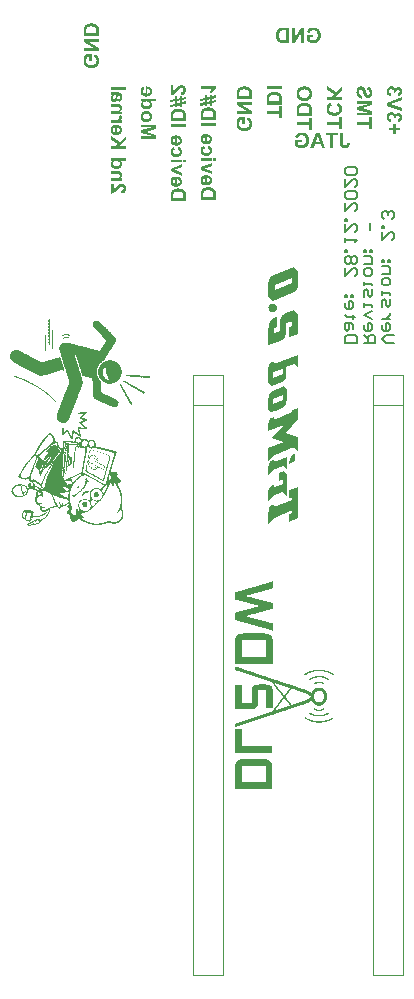
<source format=gbo>
G04*
G04 #@! TF.GenerationSoftware,Altium Limited,Altium Designer,21.1.0 (24)*
G04*
G04 Layer_Color=32896*
%FSLAX25Y25*%
%MOIN*%
G70*
G04*
G04 #@! TF.SameCoordinates,593A92C0-0D7A-4823-B9BF-B5AAC7A53552*
G04*
G04*
G04 #@! TF.FilePolarity,Positive*
G04*
G01*
G75*
%ADD14C,0.00394*%
%ADD15C,0.00591*%
G36*
X36210Y223843D02*
X36260D01*
Y223793D01*
X36410D01*
Y223743D01*
X36560D01*
Y223692D01*
X36610D01*
Y223642D01*
X36660D01*
Y223592D01*
X36710D01*
Y223542D01*
X36760D01*
Y223492D01*
X36810D01*
Y223442D01*
X36860D01*
Y223392D01*
X36911D01*
Y223342D01*
X36961D01*
Y223392D01*
X37010D01*
Y223242D01*
X37060D01*
Y223192D01*
X37111D01*
Y223142D01*
X37161D01*
Y223092D01*
X37211D01*
Y223042D01*
X37261D01*
Y223092D01*
X37311D01*
Y222942D01*
X37361D01*
Y222892D01*
X37411D01*
Y222842D01*
X37461D01*
Y222792D01*
X37511D01*
Y222742D01*
X37561D01*
Y222692D01*
X37611D01*
Y222642D01*
X37661D01*
Y222592D01*
X37711D01*
Y222542D01*
X37761D01*
Y222492D01*
X37911D01*
Y222442D01*
X37861D01*
Y222392D01*
X37911D01*
Y222342D01*
X37961D01*
Y222292D01*
X38011D01*
Y222242D01*
X38061D01*
Y222192D01*
X38211D01*
Y222142D01*
X38161D01*
Y222092D01*
X38211D01*
Y222042D01*
X38261D01*
Y221992D01*
X38311D01*
Y221942D01*
X38361D01*
Y221892D01*
X38411D01*
Y221842D01*
X38461D01*
Y221792D01*
X38511D01*
Y221842D01*
X38561D01*
Y221792D01*
X38611D01*
Y221742D01*
X38561D01*
Y221692D01*
X38611D01*
Y221642D01*
X38761D01*
Y221592D01*
X38811D01*
Y221542D01*
X38761D01*
Y221592D01*
X38711D01*
Y221542D01*
X38761D01*
Y221492D01*
X38811D01*
Y221442D01*
X38861D01*
Y221392D01*
X38911D01*
Y221342D01*
X38961D01*
Y221392D01*
X39011D01*
Y221342D01*
X39061D01*
Y221292D01*
X39011D01*
Y221242D01*
X39061D01*
Y221192D01*
X39111D01*
Y221142D01*
X39161D01*
Y221192D01*
X39211D01*
Y221041D01*
X39261D01*
Y220991D01*
X39311D01*
Y220941D01*
X39361D01*
Y220991D01*
X39411D01*
Y220841D01*
X39461D01*
Y220791D01*
X39612D01*
Y220741D01*
X39562D01*
Y220691D01*
X39612D01*
Y220641D01*
X39661D01*
Y220591D01*
X39711D01*
Y220541D01*
X39761D01*
Y220491D01*
X39912D01*
Y220441D01*
X39862D01*
Y220391D01*
X39912D01*
Y220341D01*
X39962D01*
Y220291D01*
X40012D01*
Y220241D01*
X40062D01*
Y220191D01*
X40112D01*
Y220141D01*
X40162D01*
Y220091D01*
X40312D01*
Y220041D01*
X40262D01*
Y219991D01*
X40312D01*
Y219941D01*
X40462D01*
Y219891D01*
X40412D01*
Y219841D01*
X40462D01*
Y219791D01*
X40512D01*
Y219741D01*
X40562D01*
Y219691D01*
X40612D01*
Y219641D01*
X40662D01*
Y219591D01*
X40712D01*
Y219541D01*
X40762D01*
Y219491D01*
X40812D01*
Y219441D01*
X40862D01*
Y219391D01*
X40912D01*
Y219341D01*
X40962D01*
Y219291D01*
X41012D01*
Y219241D01*
X41062D01*
Y219191D01*
X41112D01*
Y219141D01*
X41162D01*
Y219091D01*
X41212D01*
Y219041D01*
X41262D01*
Y218991D01*
X41312D01*
Y218941D01*
X41362D01*
Y218891D01*
X41412D01*
Y218741D01*
X41462D01*
Y218791D01*
X41512D01*
Y218691D01*
X41612D01*
Y218591D01*
X41712D01*
Y218541D01*
X41762D01*
Y218441D01*
X41812D01*
Y218340D01*
X41862D01*
Y218290D01*
X41912D01*
Y218240D01*
X41962D01*
Y218190D01*
X42012D01*
Y218090D01*
X42112D01*
Y218040D01*
X42162D01*
Y217990D01*
X42112D01*
Y217940D01*
X42162D01*
Y217890D01*
X42212D01*
Y217740D01*
X42262D01*
Y217690D01*
X42312D01*
Y217640D01*
X42262D01*
Y217590D01*
X42312D01*
Y217540D01*
X42262D01*
Y217490D01*
X42312D01*
Y217440D01*
X42262D01*
Y217290D01*
X42312D01*
Y217240D01*
X42262D01*
Y217190D01*
X42312D01*
Y217140D01*
X42262D01*
Y217090D01*
X42312D01*
Y217040D01*
X42212D01*
Y216940D01*
X42162D01*
Y216890D01*
X42112D01*
Y216840D01*
X42162D01*
Y216790D01*
X42112D01*
Y216740D01*
X42062D01*
Y216690D01*
X42012D01*
Y216640D01*
X41962D01*
Y216590D01*
X42012D01*
Y216540D01*
X41962D01*
Y216490D01*
X41912D01*
Y216440D01*
X41862D01*
Y216390D01*
X41812D01*
Y216240D01*
X41762D01*
Y216190D01*
X41812D01*
Y216140D01*
X41762D01*
Y216190D01*
X41712D01*
Y216140D01*
X41662D01*
Y216090D01*
X41712D01*
Y216040D01*
X41612D01*
Y215940D01*
X41562D01*
Y215890D01*
X41512D01*
Y215790D01*
X41412D01*
Y215739D01*
X41462D01*
Y215689D01*
X41412D01*
Y215639D01*
X41362D01*
Y215589D01*
X41412D01*
Y215540D01*
X41362D01*
Y215589D01*
X41312D01*
Y215489D01*
X41212D01*
Y215439D01*
X41262D01*
Y215389D01*
X41212D01*
Y215339D01*
X41162D01*
Y215289D01*
X41112D01*
Y215139D01*
X41062D01*
Y215089D01*
X41012D01*
Y215039D01*
X40962D01*
Y214939D01*
X40912D01*
Y214839D01*
X40862D01*
Y214789D01*
X40812D01*
Y214739D01*
X40762D01*
Y214689D01*
X40712D01*
Y214639D01*
X40762D01*
Y214589D01*
X40612D01*
Y214539D01*
X40662D01*
Y214489D01*
X40612D01*
Y214439D01*
X40562D01*
Y214389D01*
X40612D01*
Y214339D01*
X40462D01*
Y214289D01*
X40512D01*
Y214239D01*
X40462D01*
Y214189D01*
X40412D01*
Y214089D01*
X40312D01*
Y213939D01*
X40262D01*
Y213889D01*
X40212D01*
Y213739D01*
X40162D01*
Y213789D01*
X40112D01*
Y213639D01*
X40062D01*
Y213589D01*
X40012D01*
Y213539D01*
X39962D01*
Y213439D01*
X39912D01*
Y213339D01*
X39862D01*
Y213289D01*
X39912D01*
Y213239D01*
X39862D01*
Y213289D01*
X39812D01*
Y213139D01*
X39761D01*
Y213089D01*
X39711D01*
Y213039D01*
X39661D01*
Y212988D01*
X39612D01*
Y212938D01*
X39562D01*
Y212889D01*
X39612D01*
Y212839D01*
X39562D01*
Y212789D01*
X39511D01*
Y212738D01*
X39461D01*
Y212638D01*
X39411D01*
Y212538D01*
X39311D01*
Y212438D01*
X39261D01*
Y212388D01*
X39211D01*
Y212338D01*
X39261D01*
Y212288D01*
X39211D01*
Y212188D01*
X39111D01*
Y212038D01*
X39011D01*
Y211888D01*
X38911D01*
Y211838D01*
X38961D01*
Y211788D01*
X38911D01*
Y211738D01*
X38861D01*
Y211588D01*
X38811D01*
Y211538D01*
X38761D01*
Y211488D01*
X38711D01*
Y211438D01*
X38761D01*
Y211388D01*
X38711D01*
Y211338D01*
X38661D01*
Y211288D01*
X38611D01*
Y211138D01*
X38561D01*
Y210988D01*
X38611D01*
Y210938D01*
X38511D01*
Y210838D01*
X38411D01*
Y210738D01*
X38361D01*
Y210688D01*
X38311D01*
Y210638D01*
X38261D01*
Y210588D01*
X38211D01*
Y210538D01*
X38061D01*
Y210488D01*
X38011D01*
Y210438D01*
X37961D01*
Y210388D01*
X37911D01*
Y210338D01*
X37861D01*
Y210388D01*
X37811D01*
Y210288D01*
X37711D01*
Y210238D01*
X37661D01*
Y210188D01*
X37611D01*
Y210138D01*
X37561D01*
Y210087D01*
X37511D01*
Y210037D01*
X37411D01*
Y209937D01*
X37361D01*
Y209987D01*
X37311D01*
Y209887D01*
X37211D01*
Y209837D01*
X37161D01*
Y209737D01*
X37060D01*
Y209687D01*
X37010D01*
Y209537D01*
X36911D01*
Y209437D01*
X36860D01*
Y209387D01*
X36810D01*
Y209337D01*
X36760D01*
Y209287D01*
X36710D01*
Y209237D01*
X36660D01*
Y209187D01*
X36610D01*
Y209137D01*
X36660D01*
Y209087D01*
X36610D01*
Y209037D01*
X36560D01*
Y208987D01*
X36510D01*
Y208937D01*
X36460D01*
Y208887D01*
X36510D01*
Y208837D01*
X36360D01*
Y208787D01*
X36410D01*
Y208737D01*
X36360D01*
Y208687D01*
X36310D01*
Y208637D01*
X36360D01*
Y208587D01*
X36310D01*
Y208537D01*
X36260D01*
Y208487D01*
X36210D01*
Y208337D01*
X36160D01*
Y208287D01*
X36210D01*
Y208237D01*
X36160D01*
Y208187D01*
X36110D01*
Y208037D01*
X36060D01*
Y207987D01*
X36010D01*
Y207937D01*
X36060D01*
Y207887D01*
X36010D01*
Y207637D01*
X35960D01*
Y207487D01*
X35910D01*
Y207236D01*
X35860D01*
Y207086D01*
X35910D01*
Y207036D01*
X35860D01*
Y206886D01*
X35910D01*
Y206836D01*
X35860D01*
Y206686D01*
X35910D01*
Y206636D01*
X35860D01*
Y206486D01*
X35910D01*
Y206436D01*
X35860D01*
Y206286D01*
X35910D01*
Y206086D01*
X35960D01*
Y205886D01*
X36010D01*
Y205636D01*
X36060D01*
Y205586D01*
X36010D01*
Y205536D01*
X36060D01*
Y205486D01*
X36110D01*
Y205436D01*
X36160D01*
Y205386D01*
X36110D01*
Y205336D01*
X36160D01*
Y205286D01*
X36210D01*
Y205236D01*
X36160D01*
Y205186D01*
X36210D01*
Y205036D01*
X36260D01*
Y204986D01*
X36310D01*
Y204936D01*
X36360D01*
Y204886D01*
X36310D01*
Y204836D01*
X36360D01*
Y204785D01*
X36410D01*
Y204735D01*
X36360D01*
Y204685D01*
X36510D01*
Y204636D01*
X36460D01*
Y204586D01*
X36510D01*
Y204435D01*
X36560D01*
Y204385D01*
X36610D01*
Y204335D01*
X36660D01*
Y204285D01*
X36710D01*
Y204135D01*
X36760D01*
Y204085D01*
X36810D01*
Y204035D01*
X36860D01*
Y203985D01*
X36911D01*
Y203935D01*
X36961D01*
Y203885D01*
X37010D01*
Y203735D01*
X37060D01*
Y203685D01*
X37111D01*
Y203635D01*
X37161D01*
Y203485D01*
X37211D01*
Y203435D01*
X37161D01*
Y203385D01*
X37211D01*
Y203035D01*
X37261D01*
Y202985D01*
X37211D01*
Y202935D01*
X37261D01*
Y202885D01*
X37211D01*
Y202835D01*
X37261D01*
Y202785D01*
X37211D01*
Y202735D01*
X37261D01*
Y202685D01*
X37211D01*
Y202635D01*
X37261D01*
Y202585D01*
X37211D01*
Y202535D01*
X37261D01*
Y202485D01*
X37211D01*
Y202435D01*
X37261D01*
Y202385D01*
X37211D01*
Y202335D01*
X37261D01*
Y202285D01*
X37211D01*
Y202235D01*
X37261D01*
Y202185D01*
X37211D01*
Y202135D01*
X37261D01*
Y202084D01*
X37311D01*
Y200634D01*
X37361D01*
Y200584D01*
X37411D01*
Y200534D01*
X37361D01*
Y200384D01*
X37411D01*
Y200334D01*
X37361D01*
Y200184D01*
X37411D01*
Y200134D01*
X37361D01*
Y199984D01*
X37411D01*
Y199934D01*
X37361D01*
Y199884D01*
X37411D01*
Y199834D01*
X37461D01*
Y199784D01*
X37511D01*
Y199734D01*
X37561D01*
Y199684D01*
X37611D01*
Y199734D01*
X37661D01*
Y199684D01*
X37711D01*
Y199634D01*
X37761D01*
Y199684D01*
X37811D01*
Y199634D01*
X37861D01*
Y199584D01*
X37911D01*
Y199634D01*
X37961D01*
Y199584D01*
X38011D01*
Y199534D01*
X38061D01*
Y199484D01*
X38111D01*
Y199434D01*
X38161D01*
Y199484D01*
X38211D01*
Y199434D01*
X38361D01*
Y199384D01*
X38411D01*
Y199334D01*
X38561D01*
Y199284D01*
X38711D01*
Y199233D01*
X38761D01*
Y199183D01*
X38811D01*
Y199134D01*
X38861D01*
Y199183D01*
X38911D01*
Y199134D01*
X38961D01*
Y199183D01*
X39011D01*
Y199134D01*
X39061D01*
Y199083D01*
X39111D01*
Y199033D01*
X39161D01*
Y198983D01*
X39211D01*
Y199033D01*
X39261D01*
Y198983D01*
X39311D01*
Y198933D01*
X39361D01*
Y198983D01*
X39411D01*
Y198883D01*
X39612D01*
Y198783D01*
X39812D01*
Y198733D01*
X39962D01*
Y198683D01*
X40012D01*
Y198633D01*
X40162D01*
Y198583D01*
X40212D01*
Y198533D01*
X40312D01*
Y198483D01*
X40412D01*
Y198433D01*
X40462D01*
Y198483D01*
X40512D01*
Y198433D01*
X40612D01*
Y198333D01*
X40812D01*
Y198283D01*
X40912D01*
Y198233D01*
X40962D01*
Y198183D01*
X41012D01*
Y198133D01*
X41062D01*
Y198183D01*
X41112D01*
Y198133D01*
X41162D01*
Y198083D01*
X41212D01*
Y198133D01*
X41262D01*
Y198083D01*
X41312D01*
Y198033D01*
X41462D01*
Y197983D01*
X41512D01*
Y197933D01*
X41562D01*
Y197983D01*
X41612D01*
Y197933D01*
X41662D01*
Y197883D01*
X41812D01*
Y197733D01*
X41862D01*
Y197783D01*
X41912D01*
Y197733D01*
X41962D01*
Y197783D01*
X42012D01*
Y197683D01*
X42112D01*
Y197633D01*
X42162D01*
Y197583D01*
X42312D01*
Y197533D01*
X42362D01*
Y197483D01*
X42412D01*
Y197433D01*
X42463D01*
Y197483D01*
X42513D01*
Y197433D01*
X42562D01*
Y197383D01*
X42613D01*
Y197333D01*
X42663D01*
Y197283D01*
X42713D01*
Y197233D01*
X42763D01*
Y197183D01*
X42813D01*
Y197133D01*
X42863D01*
Y197083D01*
X42913D01*
Y197033D01*
X42963D01*
Y196883D01*
X43013D01*
Y196733D01*
X43063D01*
Y196683D01*
X43013D01*
Y196633D01*
X43063D01*
Y196582D01*
X43013D01*
Y196532D01*
X43113D01*
Y196432D01*
X43163D01*
Y196382D01*
X43113D01*
Y196282D01*
X43013D01*
Y196232D01*
X43063D01*
Y196182D01*
X43013D01*
Y196132D01*
X43063D01*
Y196082D01*
X43013D01*
Y196032D01*
X43063D01*
Y195982D01*
X43013D01*
Y195832D01*
X42963D01*
Y195782D01*
X42913D01*
Y195732D01*
X42863D01*
Y195682D01*
X42813D01*
Y195532D01*
X42763D01*
Y195482D01*
X42713D01*
Y195432D01*
X42663D01*
Y195382D01*
X42613D01*
Y195332D01*
X42513D01*
Y195232D01*
X42412D01*
Y195132D01*
X42362D01*
Y195182D01*
X42312D01*
Y195132D01*
X42262D01*
Y195082D01*
X42112D01*
Y195032D01*
X41962D01*
Y194982D01*
X41562D01*
Y195082D01*
X41512D01*
Y195032D01*
X41362D01*
Y195082D01*
X41212D01*
Y195132D01*
X41162D01*
Y195182D01*
X41112D01*
Y195132D01*
X41062D01*
Y195182D01*
X41012D01*
Y195232D01*
X40962D01*
Y195182D01*
X40912D01*
Y195232D01*
X40862D01*
Y195282D01*
X40812D01*
Y195332D01*
X40662D01*
Y195382D01*
X40612D01*
Y195332D01*
X40562D01*
Y195382D01*
X40512D01*
Y195432D01*
X40362D01*
Y195482D01*
X40312D01*
Y195532D01*
X40262D01*
Y195582D01*
X40212D01*
Y195532D01*
X40162D01*
Y195582D01*
X40112D01*
Y195532D01*
X40062D01*
Y195582D01*
X40012D01*
Y195632D01*
X39962D01*
Y195682D01*
X39812D01*
Y195732D01*
X39661D01*
Y195782D01*
X39612D01*
Y195732D01*
X39562D01*
Y195882D01*
X39511D01*
Y195832D01*
X39461D01*
Y195882D01*
X39311D01*
Y195932D01*
X39261D01*
Y195982D01*
X39211D01*
Y195932D01*
X39161D01*
Y195982D01*
X39111D01*
Y196032D01*
X39061D01*
Y196082D01*
X39011D01*
Y196032D01*
X38961D01*
Y196082D01*
X38911D01*
Y196132D01*
X38861D01*
Y196182D01*
X38811D01*
Y196132D01*
X38761D01*
Y196182D01*
X38661D01*
Y196232D01*
X38561D01*
Y196282D01*
X38511D01*
Y196232D01*
X38461D01*
Y196282D01*
X38411D01*
Y196332D01*
X38361D01*
Y196382D01*
X38311D01*
Y196432D01*
X38261D01*
Y196382D01*
X38211D01*
Y196432D01*
X38161D01*
Y196483D01*
X38111D01*
Y196432D01*
X38161D01*
Y196382D01*
X38111D01*
Y196432D01*
X38061D01*
Y196483D01*
X38011D01*
Y196532D01*
X37911D01*
Y196582D01*
X37811D01*
Y196532D01*
X37761D01*
Y196582D01*
X37711D01*
Y196633D01*
X37661D01*
Y196683D01*
X37611D01*
Y196733D01*
X37461D01*
Y196783D01*
X37311D01*
Y196833D01*
X37261D01*
Y196883D01*
X37211D01*
Y196833D01*
X37161D01*
Y196883D01*
X37111D01*
Y196933D01*
X37060D01*
Y196983D01*
X37010D01*
Y196933D01*
X36961D01*
Y196983D01*
X36911D01*
Y197033D01*
X36860D01*
Y197083D01*
X36810D01*
Y197033D01*
X36760D01*
Y197083D01*
X36710D01*
Y197133D01*
X36560D01*
Y197183D01*
X36510D01*
Y197233D01*
X36460D01*
Y197283D01*
X36410D01*
Y197233D01*
X36360D01*
Y197283D01*
X36310D01*
Y197233D01*
X36260D01*
Y197383D01*
X36210D01*
Y197333D01*
X36160D01*
Y197383D01*
X36110D01*
Y197433D01*
X35960D01*
Y197483D01*
X35910D01*
Y197533D01*
X35860D01*
Y197583D01*
X35810D01*
Y197533D01*
X35760D01*
Y197583D01*
X35710D01*
Y197633D01*
X35660D01*
Y197583D01*
X35610D01*
Y197633D01*
X35560D01*
Y197683D01*
X35510D01*
Y197733D01*
X35460D01*
Y197783D01*
X35410D01*
Y197733D01*
X35360D01*
Y197783D01*
X35310D01*
Y197833D01*
X35260D01*
Y197883D01*
X35210D01*
Y197833D01*
X35160D01*
Y197883D01*
X35110D01*
Y197933D01*
X35060D01*
Y197983D01*
X34960D01*
Y198083D01*
X34910D01*
Y198133D01*
X34860D01*
Y198183D01*
X34810D01*
Y198333D01*
X34760D01*
Y198383D01*
X34710D01*
Y198433D01*
X34760D01*
Y198483D01*
X34710D01*
Y198633D01*
X34660D01*
Y198983D01*
X34610D01*
Y199033D01*
X34660D01*
Y199083D01*
X34610D01*
Y199134D01*
X34660D01*
Y199183D01*
X34610D01*
Y199233D01*
X34660D01*
Y199284D01*
X34610D01*
Y199334D01*
X34660D01*
Y199384D01*
X34610D01*
Y199434D01*
X34560D01*
Y199484D01*
X34610D01*
Y199534D01*
X34560D01*
Y199584D01*
X34610D01*
Y199634D01*
X34560D01*
Y199684D01*
X34610D01*
Y199734D01*
X34560D01*
Y199784D01*
X34610D01*
Y199834D01*
X34560D01*
Y199884D01*
X34610D01*
Y199934D01*
X34560D01*
Y199984D01*
X34610D01*
Y200034D01*
X34560D01*
Y200084D01*
X34610D01*
Y200134D01*
X34560D01*
Y200184D01*
X34610D01*
Y200234D01*
X34560D01*
Y200284D01*
X34610D01*
Y200334D01*
X34560D01*
Y200384D01*
X34610D01*
Y200434D01*
X34560D01*
Y201084D01*
X34510D01*
Y201234D01*
X34460D01*
Y201284D01*
X34510D01*
Y201434D01*
X34460D01*
Y201484D01*
X34510D01*
Y201634D01*
X34460D01*
Y201684D01*
X34510D01*
Y201784D01*
X34460D01*
Y202485D01*
X34410D01*
Y202535D01*
X34460D01*
Y202585D01*
X34410D01*
Y202735D01*
X34460D01*
Y202785D01*
X34410D01*
Y202835D01*
X34460D01*
Y202885D01*
X34410D01*
Y202935D01*
X34460D01*
Y202985D01*
X34410D01*
Y203135D01*
X34460D01*
Y203185D01*
X34410D01*
Y203235D01*
X34460D01*
Y203285D01*
X34410D01*
Y203335D01*
X34460D01*
Y203385D01*
X34410D01*
Y203535D01*
X34460D01*
Y203585D01*
X34410D01*
Y203635D01*
X34460D01*
Y203685D01*
X34410D01*
Y203735D01*
X34360D01*
Y204185D01*
X34310D01*
Y204235D01*
X34360D01*
Y204285D01*
X34310D01*
Y204335D01*
X34360D01*
Y204385D01*
X34310D01*
Y204435D01*
X34360D01*
Y204485D01*
X34310D01*
Y204535D01*
X34360D01*
Y204586D01*
X34310D01*
Y204636D01*
X34260D01*
Y204685D01*
X34109D01*
Y204735D01*
X33959D01*
Y204785D01*
X33909D01*
Y204735D01*
X33859D01*
Y204785D01*
X33809D01*
Y204735D01*
X33759D01*
Y204785D01*
X33709D01*
Y204836D01*
X33659D01*
Y204886D01*
X33609D01*
Y204836D01*
X33559D01*
Y204886D01*
X33409D01*
Y204936D01*
X33259D01*
Y204986D01*
X33209D01*
Y204936D01*
X33159D01*
Y204986D01*
X33009D01*
Y205036D01*
X32959D01*
Y205086D01*
X32909D01*
Y205036D01*
X32859D01*
Y205086D01*
X32809D01*
Y205136D01*
X32659D01*
Y205086D01*
X32609D01*
Y205136D01*
X32559D01*
Y205186D01*
X32509D01*
Y205136D01*
X32459D01*
Y205186D01*
X32309D01*
Y205236D01*
X32159D01*
Y205286D01*
X32109D01*
Y205236D01*
X32059D01*
Y205286D01*
X31959D01*
Y205336D01*
X31859D01*
Y205386D01*
X31809D01*
Y205336D01*
X31759D01*
Y205386D01*
X31709D01*
Y205436D01*
X31558D01*
Y205386D01*
X31508D01*
Y205436D01*
X31459D01*
Y205486D01*
X31409D01*
Y205436D01*
X31358D01*
Y205486D01*
X31208D01*
Y205536D01*
X31158D01*
Y205586D01*
X31008D01*
Y205736D01*
X30958D01*
Y205886D01*
X30908D01*
Y206036D01*
X30858D01*
Y206186D01*
X30808D01*
Y206236D01*
X30858D01*
Y206286D01*
X30808D01*
Y206336D01*
X30758D01*
Y206386D01*
X30808D01*
Y206436D01*
X30758D01*
Y206486D01*
X30708D01*
Y206686D01*
X30658D01*
Y206886D01*
X30608D01*
Y206936D01*
X30658D01*
Y206986D01*
X30508D01*
Y207036D01*
X30558D01*
Y207186D01*
X30508D01*
Y207236D01*
X30458D01*
Y207287D01*
X30508D01*
Y207336D01*
X30458D01*
Y207386D01*
X30508D01*
Y207436D01*
X30458D01*
Y207487D01*
X30408D01*
Y207537D01*
X30358D01*
Y207587D01*
X30408D01*
Y207637D01*
X30358D01*
Y207737D01*
X30308D01*
Y207837D01*
X30358D01*
Y207887D01*
X30308D01*
Y207937D01*
X30258D01*
Y207987D01*
X30308D01*
Y208037D01*
X30258D01*
Y208087D01*
X30208D01*
Y208137D01*
X30158D01*
Y208187D01*
X30208D01*
Y208137D01*
X30258D01*
Y208187D01*
X30208D01*
Y208237D01*
X30158D01*
Y208487D01*
X30108D01*
Y208537D01*
X30058D01*
Y208687D01*
X30008D01*
Y208737D01*
X30058D01*
Y208787D01*
X30008D01*
Y208837D01*
X29958D01*
Y208887D01*
X30008D01*
Y208837D01*
X30058D01*
Y208887D01*
X30008D01*
Y208937D01*
X29958D01*
Y208987D01*
X29908D01*
Y209037D01*
X29958D01*
Y209087D01*
X29908D01*
Y209137D01*
X29858D01*
Y209387D01*
X29808D01*
Y209537D01*
X29758D01*
Y209687D01*
X29708D01*
Y209737D01*
X29658D01*
Y209787D01*
X29708D01*
Y209837D01*
X29658D01*
Y209887D01*
X29608D01*
Y209937D01*
X29658D01*
Y210087D01*
X29608D01*
Y210138D01*
X29558D01*
Y210338D01*
X29508D01*
Y210438D01*
X29458D01*
Y210688D01*
X29408D01*
Y210738D01*
X29358D01*
Y210888D01*
X29308D01*
Y210938D01*
X29258D01*
Y210988D01*
X29308D01*
Y211038D01*
X29258D01*
Y211238D01*
X29208D01*
Y211338D01*
X29158D01*
Y211588D01*
X29108D01*
Y211638D01*
X29058D01*
Y211688D01*
X29108D01*
Y211738D01*
X29058D01*
Y211788D01*
X29008D01*
Y211838D01*
X28958D01*
Y211888D01*
X29008D01*
Y211938D01*
X28958D01*
Y212038D01*
X28908D01*
Y212138D01*
X28857D01*
Y212288D01*
X28808D01*
Y212338D01*
X28758D01*
Y212388D01*
X28708D01*
Y212338D01*
X28657D01*
Y212388D01*
X28607D01*
Y212338D01*
X28557D01*
Y212388D01*
X28507D01*
Y212338D01*
X28457D01*
Y212288D01*
X28507D01*
Y212238D01*
X28457D01*
Y212188D01*
X28507D01*
Y212038D01*
X28557D01*
Y211988D01*
X28607D01*
Y211838D01*
X28657D01*
Y211788D01*
X28607D01*
Y211738D01*
X28657D01*
Y211688D01*
X28708D01*
Y211538D01*
X28758D01*
Y211488D01*
X28708D01*
Y211438D01*
X28758D01*
Y211388D01*
X28808D01*
Y211138D01*
X28857D01*
Y211088D01*
X28908D01*
Y211038D01*
X28857D01*
Y210988D01*
X28908D01*
Y210938D01*
X28958D01*
Y210888D01*
X28908D01*
Y210838D01*
X28958D01*
Y210788D01*
X29008D01*
Y210538D01*
X29058D01*
Y210488D01*
X29008D01*
Y210438D01*
X29058D01*
Y210388D01*
X29108D01*
Y210238D01*
X29158D01*
Y210188D01*
X29208D01*
Y210138D01*
X29158D01*
Y210087D01*
X29208D01*
Y209937D01*
X29258D01*
Y209887D01*
X29308D01*
Y209637D01*
X29358D01*
Y209587D01*
X29308D01*
Y209537D01*
X29358D01*
Y209487D01*
X29408D01*
Y209437D01*
X29358D01*
Y209387D01*
X29408D01*
Y209337D01*
X29458D01*
Y209287D01*
X29508D01*
Y209237D01*
X29458D01*
Y209187D01*
X29508D01*
Y208987D01*
X29558D01*
Y208887D01*
X29608D01*
Y208737D01*
X29658D01*
Y208687D01*
X29608D01*
Y208637D01*
X29658D01*
Y208587D01*
X29708D01*
Y208537D01*
X29658D01*
Y208587D01*
X29608D01*
Y208537D01*
X29658D01*
Y208487D01*
X29708D01*
Y208337D01*
X29758D01*
Y208287D01*
X29808D01*
Y208037D01*
X29858D01*
Y207987D01*
X29908D01*
Y207837D01*
X29858D01*
Y207787D01*
X29908D01*
Y207737D01*
X29958D01*
Y207687D01*
X30008D01*
Y207637D01*
X29958D01*
Y207587D01*
X30008D01*
Y207436D01*
X30058D01*
Y207186D01*
X30108D01*
Y207136D01*
X30158D01*
Y207086D01*
X30108D01*
Y207036D01*
X30208D01*
Y206736D01*
X30258D01*
Y206686D01*
X30308D01*
Y206636D01*
X30258D01*
Y206586D01*
X30308D01*
Y206536D01*
X30358D01*
Y206386D01*
X30408D01*
Y206336D01*
X30358D01*
Y206286D01*
X30408D01*
Y206136D01*
X30458D01*
Y206086D01*
X30508D01*
Y206036D01*
X30458D01*
Y205986D01*
X30508D01*
Y205836D01*
X30558D01*
Y205786D01*
X30608D01*
Y205736D01*
X30558D01*
Y205786D01*
X30508D01*
Y205736D01*
X30558D01*
Y205686D01*
X30608D01*
Y205636D01*
X30558D01*
Y205586D01*
X30608D01*
Y205536D01*
X30658D01*
Y205386D01*
X30608D01*
Y205336D01*
X30708D01*
Y205236D01*
X30758D01*
Y205086D01*
X30708D01*
Y205036D01*
X30758D01*
Y204986D01*
X30808D01*
Y204936D01*
X30858D01*
Y204886D01*
X30808D01*
Y204735D01*
X30858D01*
Y204685D01*
X30908D01*
Y204435D01*
X30958D01*
Y204385D01*
X31008D01*
Y204335D01*
X30958D01*
Y204285D01*
X31008D01*
Y204135D01*
X31058D01*
Y204085D01*
X31008D01*
Y204035D01*
X31058D01*
Y203985D01*
X31008D01*
Y203935D01*
X31058D01*
Y203885D01*
X31108D01*
Y203835D01*
X31058D01*
Y203785D01*
X31108D01*
Y203735D01*
X31158D01*
Y203685D01*
X31108D01*
Y203635D01*
X31158D01*
Y203585D01*
X31108D01*
Y203535D01*
X31158D01*
Y203485D01*
X31208D01*
Y203435D01*
X31158D01*
Y203385D01*
X31208D01*
Y203335D01*
X31158D01*
Y203285D01*
X31208D01*
Y203235D01*
X31158D01*
Y203185D01*
X31108D01*
Y203135D01*
X31158D01*
Y203085D01*
X31108D01*
Y203035D01*
X31058D01*
Y202985D01*
X31108D01*
Y202935D01*
X31058D01*
Y202885D01*
X31008D01*
Y202835D01*
X31058D01*
Y202785D01*
X31008D01*
Y202735D01*
X31058D01*
Y202685D01*
X31008D01*
Y202535D01*
X30958D01*
Y202485D01*
X30908D01*
Y202235D01*
X30858D01*
Y202185D01*
X30808D01*
Y202135D01*
X30858D01*
Y202084D01*
X30808D01*
Y201985D01*
X30758D01*
Y201885D01*
X30708D01*
Y201835D01*
X30758D01*
Y201784D01*
X30708D01*
Y201684D01*
X30658D01*
Y201534D01*
X30558D01*
Y201484D01*
X30608D01*
Y201434D01*
X30558D01*
Y201384D01*
X30608D01*
Y201334D01*
X30558D01*
Y201284D01*
X30508D01*
Y201234D01*
X30458D01*
Y201184D01*
X30508D01*
Y201034D01*
X30408D01*
Y200884D01*
X30358D01*
Y200784D01*
X30408D01*
Y200734D01*
X30358D01*
Y200684D01*
X30308D01*
Y200634D01*
X30258D01*
Y200584D01*
X30308D01*
Y200534D01*
X30258D01*
Y200584D01*
X30208D01*
Y200534D01*
X30258D01*
Y200484D01*
X30208D01*
Y200334D01*
X30158D01*
Y200284D01*
X30108D01*
Y200234D01*
X30158D01*
Y200184D01*
X30108D01*
Y200134D01*
X30058D01*
Y200084D01*
X30108D01*
Y200034D01*
X30058D01*
Y199984D01*
X30008D01*
Y199834D01*
X29958D01*
Y199784D01*
X30008D01*
Y199734D01*
X29958D01*
Y199684D01*
X29908D01*
Y199634D01*
X29858D01*
Y199584D01*
X29908D01*
Y199534D01*
X29858D01*
Y199484D01*
X29808D01*
Y199233D01*
X29758D01*
Y199284D01*
X29708D01*
Y199033D01*
X29658D01*
Y198983D01*
X29608D01*
Y198933D01*
X29658D01*
Y198883D01*
X29608D01*
Y198733D01*
X29558D01*
Y198683D01*
X29508D01*
Y198433D01*
X29458D01*
Y198383D01*
X29408D01*
Y198233D01*
X29358D01*
Y198183D01*
X29308D01*
Y198133D01*
X29358D01*
Y198083D01*
X29308D01*
Y198033D01*
X29258D01*
Y197983D01*
X29208D01*
Y197933D01*
X29258D01*
Y197883D01*
X29208D01*
Y197833D01*
X29158D01*
Y197783D01*
X29208D01*
Y197733D01*
X29158D01*
Y197683D01*
X29108D01*
Y197633D01*
X29158D01*
Y197583D01*
X29108D01*
Y197433D01*
X29058D01*
Y197483D01*
X29008D01*
Y197433D01*
X29058D01*
Y197383D01*
X29008D01*
Y197333D01*
X29058D01*
Y197283D01*
X29008D01*
Y197233D01*
X28958D01*
Y197083D01*
X28908D01*
Y197033D01*
X28857D01*
Y196883D01*
X28808D01*
Y196633D01*
X28758D01*
Y196582D01*
X28708D01*
Y196432D01*
X28657D01*
Y196382D01*
X28607D01*
Y196332D01*
X28657D01*
Y196282D01*
X28607D01*
Y196132D01*
X28557D01*
Y196082D01*
X28507D01*
Y196032D01*
X28457D01*
Y195982D01*
X28507D01*
Y195932D01*
X28457D01*
Y195882D01*
X28407D01*
Y195832D01*
X28457D01*
Y195782D01*
X28407D01*
Y195732D01*
X28357D01*
Y195582D01*
X28407D01*
Y195532D01*
X28357D01*
Y195482D01*
X28307D01*
Y195432D01*
X28257D01*
Y195282D01*
X28207D01*
Y195132D01*
X28157D01*
Y195082D01*
X28107D01*
Y194832D01*
X28057D01*
Y194882D01*
X28007D01*
Y194632D01*
X27957D01*
Y194582D01*
X28007D01*
Y194532D01*
X27957D01*
Y194482D01*
X27907D01*
Y194432D01*
X27857D01*
Y194382D01*
X27907D01*
Y194332D01*
X27857D01*
Y194382D01*
X27807D01*
Y194332D01*
X27857D01*
Y194282D01*
X27807D01*
Y194132D01*
X27757D01*
Y193982D01*
X27707D01*
Y193932D01*
X27657D01*
Y193881D01*
X27607D01*
Y193631D01*
X27557D01*
Y193581D01*
X27507D01*
Y193381D01*
X27407D01*
Y193331D01*
X27457D01*
Y193281D01*
X27407D01*
Y193131D01*
X27357D01*
Y193081D01*
X27307D01*
Y193031D01*
X27357D01*
Y192981D01*
X27307D01*
Y192831D01*
X27257D01*
Y192781D01*
X27207D01*
Y192731D01*
X27157D01*
Y192581D01*
X27107D01*
Y192431D01*
X27057D01*
Y192381D01*
X27107D01*
Y192331D01*
X27057D01*
Y192281D01*
X27007D01*
Y192131D01*
X26957D01*
Y192081D01*
X26907D01*
Y192031D01*
X26957D01*
Y191981D01*
X26907D01*
Y191931D01*
X26857D01*
Y191881D01*
X26907D01*
Y191831D01*
X26807D01*
Y191731D01*
X26757D01*
Y191681D01*
X26807D01*
Y191631D01*
X26757D01*
Y191581D01*
X26707D01*
Y191431D01*
X26657D01*
Y191381D01*
X26607D01*
Y191231D01*
X26557D01*
Y191181D01*
X26607D01*
Y191130D01*
X26557D01*
Y191080D01*
X26507D01*
Y191031D01*
X26457D01*
Y190981D01*
X26507D01*
Y190930D01*
X26457D01*
Y190880D01*
X26407D01*
Y190730D01*
X26357D01*
Y190780D01*
X26307D01*
Y190630D01*
X26257D01*
Y190580D01*
X26207D01*
Y190430D01*
X26156D01*
Y190480D01*
X26107D01*
Y190430D01*
X26057D01*
Y190380D01*
X26006D01*
Y190330D01*
X25956D01*
Y190280D01*
X25907D01*
Y190230D01*
X25806D01*
Y190130D01*
X25706D01*
Y190080D01*
X25606D01*
Y190030D01*
X25556D01*
Y190080D01*
X25506D01*
Y190030D01*
X25456D01*
Y189980D01*
X25406D01*
Y189930D01*
X25356D01*
Y189980D01*
X25306D01*
Y189930D01*
X25056D01*
Y189880D01*
X25006D01*
Y189830D01*
X24956D01*
Y189880D01*
X24906D01*
Y189830D01*
X24856D01*
Y189880D01*
X24806D01*
Y189830D01*
X24456D01*
Y189880D01*
X24306D01*
Y189830D01*
X24256D01*
Y189880D01*
X24156D01*
Y189930D01*
X23856D01*
Y189980D01*
X23756D01*
Y190080D01*
X23706D01*
Y190030D01*
X23656D01*
Y190080D01*
X23506D01*
Y190130D01*
X23456D01*
Y190180D01*
X23405D01*
Y190230D01*
X23356D01*
Y190180D01*
X23405D01*
Y190130D01*
X23356D01*
Y190180D01*
X23305D01*
Y190230D01*
X23256D01*
Y190280D01*
X23205D01*
Y190330D01*
X23155D01*
Y190380D01*
X23105D01*
Y190430D01*
X23055D01*
Y190480D01*
X23005D01*
Y190530D01*
X22955D01*
Y190580D01*
X22905D01*
Y190630D01*
X22855D01*
Y190780D01*
X22805D01*
Y190830D01*
X22755D01*
Y190880D01*
X22705D01*
Y190930D01*
X22655D01*
Y191080D01*
X22605D01*
Y191130D01*
X22555D01*
Y191181D01*
X22605D01*
Y191130D01*
X22655D01*
Y191181D01*
X22605D01*
Y191231D01*
X22555D01*
Y191331D01*
X22505D01*
Y191631D01*
X22455D01*
Y192181D01*
X22505D01*
Y192531D01*
X22555D01*
Y192681D01*
X22605D01*
Y192731D01*
X22655D01*
Y192981D01*
X22705D01*
Y193031D01*
X22755D01*
Y193181D01*
X22805D01*
Y193331D01*
X22855D01*
Y193481D01*
X22905D01*
Y193531D01*
X22955D01*
Y193581D01*
X22905D01*
Y193631D01*
X22955D01*
Y193682D01*
X23005D01*
Y193731D01*
X22955D01*
Y193781D01*
X23005D01*
Y193832D01*
X23055D01*
Y193881D01*
X23005D01*
Y193932D01*
X23055D01*
Y194082D01*
X23105D01*
Y194132D01*
X23155D01*
Y194282D01*
X23205D01*
Y194332D01*
X23155D01*
Y194382D01*
X23205D01*
Y194432D01*
X23256D01*
Y194482D01*
X23205D01*
Y194532D01*
X23256D01*
Y194582D01*
X23305D01*
Y194632D01*
X23356D01*
Y194882D01*
X23405D01*
Y194932D01*
X23456D01*
Y195082D01*
X23506D01*
Y195132D01*
X23456D01*
Y195182D01*
X23506D01*
Y195232D01*
X23556D01*
Y195382D01*
X23606D01*
Y195432D01*
X23656D01*
Y195582D01*
X23706D01*
Y195732D01*
X23756D01*
Y195782D01*
X23806D01*
Y195832D01*
X23756D01*
Y195882D01*
X23806D01*
Y195932D01*
X23856D01*
Y195982D01*
X23806D01*
Y196032D01*
X23856D01*
Y196182D01*
X23906D01*
Y196232D01*
X23956D01*
Y196282D01*
X23906D01*
Y196332D01*
X23956D01*
Y196382D01*
X24006D01*
Y196432D01*
X24056D01*
Y196683D01*
X24106D01*
Y196733D01*
X24156D01*
Y196783D01*
X24106D01*
Y196833D01*
X24156D01*
Y196883D01*
X24206D01*
Y196933D01*
X24256D01*
Y196983D01*
X24206D01*
Y197033D01*
X24256D01*
Y197183D01*
X24306D01*
Y197233D01*
X24356D01*
Y197483D01*
X24406D01*
Y197533D01*
X24456D01*
Y197683D01*
X24506D01*
Y197833D01*
X24556D01*
Y197983D01*
X24606D01*
Y198033D01*
X24656D01*
Y198183D01*
X24706D01*
Y198233D01*
X24656D01*
Y198283D01*
X24706D01*
Y198333D01*
X24756D01*
Y198383D01*
X24706D01*
Y198433D01*
X24756D01*
Y198583D01*
X24806D01*
Y198533D01*
X24856D01*
Y198583D01*
X24806D01*
Y198633D01*
X24856D01*
Y198733D01*
X24906D01*
Y198833D01*
X24956D01*
Y198983D01*
X25006D01*
Y199033D01*
X25056D01*
Y199083D01*
X25006D01*
Y199134D01*
X25056D01*
Y199284D01*
X25106D01*
Y199384D01*
X25156D01*
Y199484D01*
X25206D01*
Y199534D01*
X25156D01*
Y199584D01*
X25206D01*
Y199634D01*
X25256D01*
Y199684D01*
X25306D01*
Y199734D01*
X25256D01*
Y199784D01*
X25306D01*
Y199834D01*
X25356D01*
Y200034D01*
X25406D01*
Y200134D01*
X25456D01*
Y200184D01*
X25506D01*
Y200234D01*
X25456D01*
Y200284D01*
X25506D01*
Y200434D01*
X25556D01*
Y200484D01*
X25606D01*
Y200534D01*
X25556D01*
Y200584D01*
X25606D01*
Y200634D01*
X25656D01*
Y200884D01*
X25756D01*
Y201084D01*
X25806D01*
Y201134D01*
X25756D01*
Y201184D01*
X25856D01*
Y201284D01*
X25907D01*
Y201434D01*
X25956D01*
Y201584D01*
X26006D01*
Y201634D01*
X26057D01*
Y201885D01*
X26107D01*
Y201935D01*
X26156D01*
Y201985D01*
X26107D01*
Y202034D01*
X26156D01*
Y202084D01*
X26207D01*
Y202135D01*
X26257D01*
Y202185D01*
X26207D01*
Y202235D01*
X26257D01*
Y202335D01*
X26307D01*
Y202435D01*
X26357D01*
Y202485D01*
X26407D01*
Y202535D01*
X26357D01*
Y202585D01*
X26407D01*
Y202635D01*
X26357D01*
Y202685D01*
X26407D01*
Y202735D01*
X26457D01*
Y202885D01*
X26507D01*
Y203035D01*
X26557D01*
Y203085D01*
X26607D01*
Y203135D01*
X26557D01*
Y203185D01*
X26607D01*
Y203285D01*
X26657D01*
Y203385D01*
X26707D01*
Y203435D01*
X26757D01*
Y203485D01*
X26707D01*
Y203535D01*
X26657D01*
Y203685D01*
X26607D01*
Y203735D01*
X26557D01*
Y203785D01*
X26607D01*
Y203735D01*
X26657D01*
Y203785D01*
X26607D01*
Y203835D01*
X26557D01*
Y203985D01*
X26507D01*
Y204035D01*
X26557D01*
Y204085D01*
X26507D01*
Y204235D01*
X26457D01*
Y204285D01*
X26407D01*
Y204335D01*
X26457D01*
Y204385D01*
X26407D01*
Y204435D01*
X26357D01*
Y204485D01*
X26407D01*
Y204535D01*
X26357D01*
Y204735D01*
X26307D01*
Y204836D01*
X26257D01*
Y204986D01*
X26207D01*
Y205036D01*
X26257D01*
Y205086D01*
X26207D01*
Y205136D01*
X26156D01*
Y205286D01*
X26107D01*
Y205336D01*
X26057D01*
Y205386D01*
X26107D01*
Y205436D01*
X26057D01*
Y205686D01*
X26006D01*
Y205736D01*
X25956D01*
Y205886D01*
X25907D01*
Y205936D01*
X25956D01*
Y205986D01*
X25907D01*
Y206036D01*
X25856D01*
Y206086D01*
X25907D01*
Y206136D01*
X25856D01*
Y206286D01*
X25806D01*
Y206336D01*
X25756D01*
Y206586D01*
X25706D01*
Y206636D01*
X25656D01*
Y206886D01*
X25606D01*
Y206936D01*
X25556D01*
Y206986D01*
X25606D01*
Y207036D01*
X25556D01*
Y207086D01*
X25606D01*
Y207136D01*
X25556D01*
Y207186D01*
X25506D01*
Y207236D01*
X25456D01*
Y207287D01*
X25506D01*
Y207436D01*
X25456D01*
Y207487D01*
X25406D01*
Y207537D01*
X25456D01*
Y207587D01*
X25406D01*
Y207637D01*
X25356D01*
Y207787D01*
X25306D01*
Y207837D01*
X25356D01*
Y207887D01*
X25306D01*
Y207937D01*
X25256D01*
Y207987D01*
X25306D01*
Y208037D01*
X25256D01*
Y208187D01*
X25206D01*
Y208237D01*
X25156D01*
Y208287D01*
X25206D01*
Y208337D01*
X25156D01*
Y208487D01*
X25106D01*
Y208537D01*
X25056D01*
Y208787D01*
X25006D01*
Y208837D01*
X25056D01*
Y208887D01*
X25006D01*
Y208937D01*
X24956D01*
Y208987D01*
X24906D01*
Y209037D01*
X24856D01*
Y209087D01*
X24906D01*
Y209237D01*
X24856D01*
Y209387D01*
X24806D01*
Y209537D01*
X24756D01*
Y209587D01*
X24706D01*
Y209637D01*
X24756D01*
Y209687D01*
X24706D01*
Y209737D01*
X24756D01*
Y209787D01*
X24706D01*
Y209837D01*
X24656D01*
Y210087D01*
X24606D01*
Y210138D01*
X24556D01*
Y210188D01*
X24606D01*
Y210238D01*
X24556D01*
Y210338D01*
X24506D01*
Y210438D01*
X24556D01*
Y210488D01*
X24506D01*
Y210538D01*
X24456D01*
Y210688D01*
X24406D01*
Y210738D01*
X24356D01*
Y210788D01*
X24406D01*
Y210738D01*
X24456D01*
Y210788D01*
X24406D01*
Y210838D01*
X24356D01*
Y211088D01*
X24306D01*
Y211138D01*
X24256D01*
Y211288D01*
X24206D01*
Y211338D01*
X24256D01*
Y211388D01*
X24206D01*
Y211438D01*
X24156D01*
Y211588D01*
X24106D01*
Y211638D01*
X24156D01*
Y211688D01*
X24106D01*
Y211738D01*
X24056D01*
Y211988D01*
X24006D01*
Y212038D01*
X23956D01*
Y212288D01*
X23906D01*
Y212338D01*
X23856D01*
Y212388D01*
X23906D01*
Y212438D01*
X23856D01*
Y212588D01*
X23806D01*
Y212638D01*
X23856D01*
Y212688D01*
X23806D01*
Y212738D01*
X23756D01*
Y212789D01*
X23806D01*
Y212738D01*
X23856D01*
Y212789D01*
X23806D01*
Y212839D01*
X23756D01*
Y212988D01*
X23706D01*
Y213039D01*
X23656D01*
Y213289D01*
X23606D01*
Y213339D01*
X23656D01*
Y213389D01*
X23556D01*
Y213489D01*
X23506D01*
Y213539D01*
X23556D01*
Y213589D01*
X23506D01*
Y213639D01*
X23456D01*
Y213689D01*
X23506D01*
Y213739D01*
X23456D01*
Y213789D01*
X23506D01*
Y213839D01*
X23456D01*
Y213989D01*
X23405D01*
Y214039D01*
X23356D01*
Y214889D01*
X23405D01*
Y214939D01*
X23356D01*
Y214989D01*
X23405D01*
Y214939D01*
X23456D01*
Y214989D01*
X23405D01*
Y215039D01*
X23456D01*
Y215089D01*
X23506D01*
Y215139D01*
X23456D01*
Y215189D01*
X23506D01*
Y215239D01*
X23456D01*
Y215289D01*
X23506D01*
Y215339D01*
X23556D01*
Y215439D01*
X23656D01*
Y215589D01*
X23706D01*
Y215639D01*
X23756D01*
Y215689D01*
X23806D01*
Y215739D01*
X23756D01*
Y215790D01*
X23806D01*
Y215739D01*
X23856D01*
Y215890D01*
X23906D01*
Y215940D01*
X23956D01*
Y215990D01*
X24056D01*
Y216090D01*
X24106D01*
Y216140D01*
X24156D01*
Y216190D01*
X24206D01*
Y216140D01*
X24256D01*
Y216190D01*
X24306D01*
Y216240D01*
X24356D01*
Y216290D01*
X24406D01*
Y216340D01*
X24356D01*
Y216390D01*
X24406D01*
Y216340D01*
X24506D01*
Y216390D01*
X24556D01*
Y216440D01*
X24756D01*
Y216490D01*
X24806D01*
Y216540D01*
X24856D01*
Y216490D01*
X24906D01*
Y216540D01*
X24956D01*
Y216590D01*
X25006D01*
Y216540D01*
X25056D01*
Y216590D01*
X25106D01*
Y216540D01*
X25156D01*
Y216590D01*
X25806D01*
Y216540D01*
X25856D01*
Y216590D01*
X25907D01*
Y216540D01*
X25956D01*
Y216490D01*
X26006D01*
Y216540D01*
X26057D01*
Y216490D01*
X26107D01*
Y216540D01*
X26156D01*
Y216490D01*
X26207D01*
Y216540D01*
X26257D01*
Y216490D01*
X26307D01*
Y216440D01*
X26607D01*
Y216340D01*
X26657D01*
Y216390D01*
X26807D01*
Y216340D01*
X26857D01*
Y216390D01*
X26907D01*
Y216340D01*
X26957D01*
Y216390D01*
X27007D01*
Y216340D01*
X27057D01*
Y216290D01*
X27207D01*
Y216240D01*
X27257D01*
Y216290D01*
X27307D01*
Y216240D01*
X27457D01*
Y216190D01*
X27507D01*
Y216240D01*
X27557D01*
Y216190D01*
X27607D01*
Y216140D01*
X27857D01*
Y216090D01*
X28007D01*
Y216040D01*
X28057D01*
Y216090D01*
X28107D01*
Y216040D01*
X28257D01*
Y215990D01*
X28507D01*
Y215940D01*
X28557D01*
Y215890D01*
X28607D01*
Y215940D01*
X28657D01*
Y215890D01*
X28708D01*
Y215840D01*
X28758D01*
Y215890D01*
X28808D01*
Y215840D01*
X28857D01*
Y215890D01*
X28908D01*
Y215840D01*
X29108D01*
Y215739D01*
X29158D01*
Y215790D01*
X29208D01*
Y215739D01*
X29358D01*
Y215689D01*
X29508D01*
Y215639D01*
X29558D01*
Y215689D01*
X29608D01*
Y215639D01*
X29658D01*
Y215689D01*
X29708D01*
Y215589D01*
X29808D01*
Y215639D01*
X29858D01*
Y215589D01*
X29908D01*
Y215540D01*
X29958D01*
Y215589D01*
X30008D01*
Y215540D01*
X30258D01*
Y215489D01*
X30408D01*
Y215439D01*
X30458D01*
Y215489D01*
X30508D01*
Y215439D01*
X30558D01*
Y215389D01*
X30708D01*
Y215339D01*
X30758D01*
Y215389D01*
X30808D01*
Y215339D01*
X30958D01*
Y215289D01*
X31008D01*
Y215339D01*
X31058D01*
Y215289D01*
X31108D01*
Y215239D01*
X31258D01*
Y215189D01*
X31508D01*
Y215139D01*
X31558D01*
Y215189D01*
X31609D01*
Y215139D01*
X31759D01*
Y215089D01*
X31809D01*
Y215039D01*
X31859D01*
Y215089D01*
X31909D01*
Y215039D01*
X31959D01*
Y215089D01*
X32009D01*
Y215039D01*
X32059D01*
Y214989D01*
X32209D01*
Y214939D01*
X32259D01*
Y214989D01*
X32309D01*
Y214939D01*
X32359D01*
Y214989D01*
X32409D01*
Y214889D01*
X32609D01*
Y214839D01*
X32659D01*
Y214889D01*
X32709D01*
Y214839D01*
X32759D01*
Y214789D01*
X32909D01*
Y214839D01*
X32959D01*
Y214789D01*
X33009D01*
Y214739D01*
X33059D01*
Y214789D01*
X33109D01*
Y214739D01*
X33159D01*
Y214689D01*
X33209D01*
Y214739D01*
X33259D01*
Y214689D01*
X33309D01*
Y214639D01*
X33359D01*
Y214689D01*
X33409D01*
Y214639D01*
X33459D01*
Y214689D01*
X33509D01*
Y214639D01*
X33659D01*
Y214589D01*
X33809D01*
Y214539D01*
X33909D01*
Y214489D01*
X34009D01*
Y214539D01*
X34059D01*
Y214489D01*
X34209D01*
Y214439D01*
X34260D01*
Y214489D01*
X34310D01*
Y214439D01*
X34360D01*
Y214389D01*
X34410D01*
Y214339D01*
X34460D01*
Y214389D01*
X34610D01*
Y214339D01*
X34760D01*
Y214289D01*
X35010D01*
Y214189D01*
X35110D01*
Y214239D01*
X35160D01*
Y214189D01*
X35310D01*
Y214139D01*
X35360D01*
Y214189D01*
X35410D01*
Y214139D01*
X35660D01*
Y214039D01*
X35860D01*
Y213989D01*
X36010D01*
Y213939D01*
X36060D01*
Y213989D01*
X36110D01*
Y213939D01*
X36160D01*
Y213989D01*
X36210D01*
Y213939D01*
X36310D01*
Y213889D01*
X36410D01*
Y213839D01*
X36460D01*
Y213889D01*
X36510D01*
Y213839D01*
X36860D01*
Y213889D01*
X36911D01*
Y213939D01*
X36961D01*
Y214089D01*
X37010D01*
Y214139D01*
X37060D01*
Y214189D01*
X37111D01*
Y214239D01*
X37161D01*
Y214389D01*
X37211D01*
Y214339D01*
X37261D01*
Y214489D01*
X37311D01*
Y214589D01*
X37361D01*
Y214689D01*
X37411D01*
Y214639D01*
X37461D01*
Y214789D01*
X37511D01*
Y214839D01*
X37561D01*
Y214889D01*
X37611D01*
Y214939D01*
X37661D01*
Y214989D01*
X37611D01*
Y215039D01*
X37661D01*
Y215089D01*
X37711D01*
Y215189D01*
X37811D01*
Y215239D01*
X37761D01*
Y215289D01*
X37811D01*
Y215339D01*
X37861D01*
Y215389D01*
X37911D01*
Y215439D01*
X37961D01*
Y215589D01*
X38011D01*
Y215540D01*
X38061D01*
Y215689D01*
X38111D01*
Y215739D01*
X38161D01*
Y215790D01*
X38111D01*
Y215840D01*
X38161D01*
Y215890D01*
X38211D01*
Y215940D01*
X38261D01*
Y215990D01*
X38311D01*
Y216040D01*
X38361D01*
Y216090D01*
X38411D01*
Y216140D01*
X38361D01*
Y216190D01*
X38411D01*
Y216240D01*
X38461D01*
Y216290D01*
X38511D01*
Y216390D01*
X38561D01*
Y216440D01*
X38611D01*
Y216540D01*
X38661D01*
Y216590D01*
X38711D01*
Y216640D01*
X38661D01*
Y216690D01*
X38711D01*
Y216640D01*
X38761D01*
Y216790D01*
X38811D01*
Y216740D01*
X38861D01*
Y216890D01*
X38911D01*
Y216940D01*
X38961D01*
Y216990D01*
X39011D01*
Y217040D01*
X38961D01*
Y217090D01*
X39011D01*
Y217140D01*
X39061D01*
Y217390D01*
X39011D01*
Y217340D01*
X38961D01*
Y217390D01*
X38911D01*
Y217440D01*
X38861D01*
Y217590D01*
X38811D01*
Y217540D01*
X38761D01*
Y217590D01*
X38711D01*
Y217640D01*
X38661D01*
Y217690D01*
X38611D01*
Y217740D01*
X38561D01*
Y217790D01*
X38511D01*
Y217840D01*
X38461D01*
Y217940D01*
X38361D01*
Y218090D01*
X38311D01*
Y218040D01*
X38261D01*
Y218090D01*
X38211D01*
Y218140D01*
X38161D01*
Y218290D01*
X38111D01*
Y218240D01*
X38061D01*
Y218390D01*
X38011D01*
Y218340D01*
X37961D01*
Y218441D01*
X37861D01*
Y218591D01*
X37811D01*
Y218541D01*
X37761D01*
Y218591D01*
X37711D01*
Y218641D01*
X37661D01*
Y218791D01*
X37611D01*
Y218841D01*
X37561D01*
Y218891D01*
X37461D01*
Y218991D01*
X37411D01*
Y218941D01*
X37361D01*
Y219091D01*
X37311D01*
Y219141D01*
X37261D01*
Y219191D01*
X37161D01*
Y219291D01*
X37060D01*
Y219391D01*
X37010D01*
Y219341D01*
X36961D01*
Y219491D01*
X36911D01*
Y219441D01*
X36860D01*
Y219591D01*
X36810D01*
Y219541D01*
X36760D01*
Y219691D01*
X36710D01*
Y219641D01*
X36660D01*
Y219791D01*
X36610D01*
Y219841D01*
X36560D01*
Y219891D01*
X36510D01*
Y219941D01*
X36460D01*
Y219991D01*
X36410D01*
Y219941D01*
X36360D01*
Y220091D01*
X36310D01*
Y220141D01*
X36260D01*
Y220191D01*
X36210D01*
Y220241D01*
X36160D01*
Y220291D01*
X36110D01*
Y220341D01*
X36060D01*
Y220391D01*
X36010D01*
Y220441D01*
X35960D01*
Y220491D01*
X35910D01*
Y220541D01*
X35860D01*
Y220591D01*
X35810D01*
Y220641D01*
X35760D01*
Y220741D01*
X35660D01*
Y220791D01*
X35610D01*
Y220841D01*
X35560D01*
Y220891D01*
X35510D01*
Y220941D01*
X35460D01*
Y220991D01*
X35410D01*
Y221041D01*
X35360D01*
Y221092D01*
X35310D01*
Y221142D01*
X35260D01*
Y221242D01*
X35160D01*
Y221342D01*
X35060D01*
Y221492D01*
X35010D01*
Y221442D01*
X34960D01*
Y221542D01*
X34860D01*
Y221592D01*
X34810D01*
Y221642D01*
X34760D01*
Y221792D01*
X34710D01*
Y221842D01*
X34660D01*
Y221892D01*
X34610D01*
Y221942D01*
X34560D01*
Y221992D01*
X34610D01*
Y222042D01*
X34560D01*
Y222192D01*
X34510D01*
Y222242D01*
X34460D01*
Y222292D01*
X34510D01*
Y222442D01*
X34460D01*
Y222492D01*
X34510D01*
Y222642D01*
X34460D01*
Y222692D01*
X34510D01*
Y222792D01*
X34560D01*
Y222992D01*
X34610D01*
Y223042D01*
X34560D01*
Y223092D01*
X34610D01*
Y223142D01*
X34560D01*
Y223192D01*
X34610D01*
Y223142D01*
X34660D01*
Y223292D01*
X34710D01*
Y223342D01*
X34760D01*
Y223392D01*
X34810D01*
Y223442D01*
X34860D01*
Y223492D01*
X34910D01*
Y223542D01*
X34960D01*
Y223592D01*
X35010D01*
Y223542D01*
X35060D01*
Y223692D01*
X35160D01*
Y223743D01*
X35260D01*
Y223793D01*
X35310D01*
Y223743D01*
X35360D01*
Y223793D01*
X35410D01*
Y223843D01*
X35460D01*
Y223892D01*
X35510D01*
Y223843D01*
X35560D01*
Y223892D01*
X35610D01*
Y223843D01*
X35660D01*
Y223892D01*
X36110D01*
Y223843D01*
X36160D01*
Y223892D01*
X36210D01*
Y223843D01*
D02*
G37*
G36*
X18904Y219541D02*
X18954D01*
Y219491D01*
X19004D01*
Y219441D01*
X18954D01*
Y219391D01*
X19004D01*
Y219341D01*
X18954D01*
Y219191D01*
X19004D01*
Y219141D01*
X18954D01*
Y219091D01*
X19004D01*
Y219041D01*
X18954D01*
Y218991D01*
X19004D01*
Y218941D01*
X18954D01*
Y218791D01*
X19004D01*
Y218741D01*
X18954D01*
Y218691D01*
X19004D01*
Y214039D01*
X18954D01*
Y213989D01*
X19004D01*
Y213939D01*
X18954D01*
Y213789D01*
X19004D01*
Y213739D01*
X18954D01*
Y213589D01*
X19004D01*
Y213539D01*
X18954D01*
Y213489D01*
X19004D01*
Y213439D01*
X18954D01*
Y213389D01*
X19004D01*
Y213339D01*
X18954D01*
Y213289D01*
X18904D01*
Y213239D01*
X18754D01*
Y213289D01*
X18804D01*
Y213339D01*
X18754D01*
Y213739D01*
X18704D01*
Y219041D01*
X18754D01*
Y219491D01*
X18804D01*
Y219541D01*
X18754D01*
Y219591D01*
X18804D01*
Y219541D01*
X18854D01*
Y219591D01*
X18904D01*
Y219541D01*
D02*
G37*
G36*
X25907Y219441D02*
X25956D01*
Y219391D01*
X26006D01*
Y219441D01*
X26057D01*
Y219391D01*
X26107D01*
Y219341D01*
X26307D01*
Y219291D01*
X26407D01*
Y219241D01*
X26457D01*
Y219191D01*
X26507D01*
Y219141D01*
X26557D01*
Y219191D01*
X26607D01*
Y219141D01*
X26657D01*
Y219091D01*
X26707D01*
Y219041D01*
X26757D01*
Y218991D01*
X26807D01*
Y218941D01*
X26857D01*
Y218891D01*
X26907D01*
Y218841D01*
X26957D01*
Y218741D01*
X26907D01*
Y218691D01*
X26807D01*
Y218741D01*
X26657D01*
Y218791D01*
X26607D01*
Y218741D01*
X26557D01*
Y218791D01*
X26507D01*
Y218841D01*
X26457D01*
Y218891D01*
X26207D01*
Y218941D01*
X26156D01*
Y218991D01*
X26057D01*
Y219041D01*
X25956D01*
Y219091D01*
X25907D01*
Y219041D01*
X25856D01*
Y219091D01*
X25806D01*
Y219141D01*
X25756D01*
Y219091D01*
X25706D01*
Y219141D01*
X25656D01*
Y219091D01*
X25606D01*
Y219141D01*
X25456D01*
Y219091D01*
X25406D01*
Y219141D01*
X25356D01*
Y219091D01*
X25306D01*
Y219041D01*
X25256D01*
Y219091D01*
X25206D01*
Y219041D01*
X25056D01*
Y218991D01*
X25006D01*
Y218941D01*
X24956D01*
Y218891D01*
X24806D01*
Y218841D01*
X24756D01*
Y218791D01*
X24706D01*
Y218741D01*
X24556D01*
Y218691D01*
X24506D01*
Y218641D01*
X24356D01*
Y218591D01*
X24306D01*
Y218641D01*
X24256D01*
Y218691D01*
X24206D01*
Y218741D01*
X24256D01*
Y218791D01*
X24206D01*
Y218841D01*
X24256D01*
Y218891D01*
X24306D01*
Y218941D01*
X24356D01*
Y218991D01*
X24456D01*
Y219091D01*
X24506D01*
Y219041D01*
X24556D01*
Y219091D01*
X24606D01*
Y219141D01*
X24556D01*
Y219191D01*
X24606D01*
Y219141D01*
X24656D01*
Y219191D01*
X24706D01*
Y219241D01*
X24756D01*
Y219291D01*
X24856D01*
Y219341D01*
X25056D01*
Y219391D01*
X25106D01*
Y219441D01*
X25256D01*
Y219491D01*
X25306D01*
Y219441D01*
X25356D01*
Y219491D01*
X25406D01*
Y219441D01*
X25456D01*
Y219491D01*
X25506D01*
Y219441D01*
X25556D01*
Y219491D01*
X25606D01*
Y219441D01*
X25656D01*
Y219491D01*
X25706D01*
Y219441D01*
X25756D01*
Y219491D01*
X25806D01*
Y219441D01*
X25856D01*
Y219491D01*
X25907D01*
Y219441D01*
D02*
G37*
G36*
X25806Y218541D02*
X25956D01*
Y218491D01*
X26006D01*
Y218541D01*
X26057D01*
Y218491D01*
X26107D01*
Y218441D01*
X26156D01*
Y218491D01*
X26207D01*
Y218390D01*
X26307D01*
Y218290D01*
X26407D01*
Y218240D01*
X26457D01*
Y218190D01*
X26507D01*
Y218140D01*
X26457D01*
Y218090D01*
X26507D01*
Y218040D01*
X26407D01*
Y217990D01*
X26307D01*
Y218040D01*
X26257D01*
Y218090D01*
X26207D01*
Y218040D01*
X26156D01*
Y218090D01*
X26107D01*
Y218140D01*
X26057D01*
Y218190D01*
X26006D01*
Y218140D01*
X25956D01*
Y218190D01*
X25907D01*
Y218240D01*
X25756D01*
Y218190D01*
X25706D01*
Y218240D01*
X25556D01*
Y218190D01*
X25506D01*
Y218240D01*
X25356D01*
Y218190D01*
X25406D01*
Y218140D01*
X25356D01*
Y218190D01*
X25206D01*
Y218090D01*
X25106D01*
Y218040D01*
X25056D01*
Y217990D01*
X25006D01*
Y217940D01*
X24956D01*
Y217890D01*
X24906D01*
Y217840D01*
X24756D01*
Y217890D01*
X24656D01*
Y217990D01*
X24706D01*
Y218040D01*
X24656D01*
Y218090D01*
X24706D01*
Y218140D01*
X24756D01*
Y218190D01*
X24706D01*
Y218240D01*
X24856D01*
Y218290D01*
X24906D01*
Y218390D01*
X25006D01*
Y218441D01*
X25056D01*
Y218491D01*
X25106D01*
Y218441D01*
X25156D01*
Y218491D01*
X25256D01*
Y218541D01*
X25356D01*
Y218491D01*
X25406D01*
Y218541D01*
X25456D01*
Y218591D01*
X25506D01*
Y218541D01*
X25556D01*
Y218591D01*
X25606D01*
Y218541D01*
X25656D01*
Y218591D01*
X25706D01*
Y218541D01*
X25756D01*
Y218591D01*
X25806D01*
Y218541D01*
D02*
G37*
G36*
X20004Y224643D02*
X20054D01*
Y224593D01*
X20104D01*
Y215940D01*
X20054D01*
Y215890D01*
X20104D01*
Y215840D01*
X20054D01*
Y215890D01*
X20004D01*
Y215840D01*
X20054D01*
Y215790D01*
X19804D01*
Y215840D01*
X19754D01*
Y216090D01*
X19804D01*
Y216140D01*
X19754D01*
Y216590D01*
X19704D01*
Y216640D01*
X19754D01*
Y216690D01*
X19704D01*
Y216740D01*
X19754D01*
Y216790D01*
X19704D01*
Y216840D01*
X19754D01*
Y216890D01*
X19704D01*
Y216940D01*
X19754D01*
Y216990D01*
X19704D01*
Y217040D01*
X19754D01*
Y217090D01*
X19704D01*
Y217140D01*
X19754D01*
Y217190D01*
X19704D01*
Y217240D01*
X19754D01*
Y217290D01*
X19704D01*
Y217340D01*
X19754D01*
Y217390D01*
X19704D01*
Y217440D01*
X19754D01*
Y217490D01*
X19704D01*
Y217540D01*
X19754D01*
Y217590D01*
X19704D01*
Y217640D01*
X19754D01*
Y217690D01*
X19704D01*
Y217740D01*
X19754D01*
Y217790D01*
X19704D01*
Y217840D01*
X19754D01*
Y217890D01*
X19704D01*
Y217940D01*
X19754D01*
Y217990D01*
X19704D01*
Y218040D01*
X19754D01*
Y218090D01*
X19704D01*
Y218140D01*
X19754D01*
Y218190D01*
X19704D01*
Y218240D01*
X19754D01*
Y218290D01*
X19704D01*
Y218340D01*
X19754D01*
Y218390D01*
X19704D01*
Y218441D01*
X19754D01*
Y218491D01*
X19704D01*
Y218541D01*
X19754D01*
Y218591D01*
X19704D01*
Y218641D01*
X19754D01*
Y218691D01*
X19704D01*
Y218741D01*
X19754D01*
Y218791D01*
X19704D01*
Y218841D01*
X19754D01*
Y218891D01*
X19704D01*
Y218941D01*
X19754D01*
Y218991D01*
X19704D01*
Y219041D01*
X19754D01*
Y219091D01*
X19704D01*
Y219141D01*
X19754D01*
Y219191D01*
X19704D01*
Y219241D01*
X19754D01*
Y219291D01*
X19704D01*
Y219341D01*
X19754D01*
Y219391D01*
X19704D01*
Y219441D01*
X19754D01*
Y219491D01*
X19704D01*
Y219541D01*
X19754D01*
Y219591D01*
X19704D01*
Y219641D01*
X19754D01*
Y219691D01*
X19704D01*
Y219741D01*
X19754D01*
Y219791D01*
X19704D01*
Y219841D01*
X19754D01*
Y219891D01*
X19704D01*
Y219941D01*
X19754D01*
Y219991D01*
X19704D01*
Y220041D01*
X19754D01*
Y220091D01*
X19704D01*
Y220141D01*
X19754D01*
Y220191D01*
X19704D01*
Y220241D01*
X19754D01*
Y220291D01*
X19704D01*
Y220341D01*
X19754D01*
Y220391D01*
X19704D01*
Y220441D01*
X19754D01*
Y220491D01*
X19704D01*
Y220541D01*
X19754D01*
Y220591D01*
X19704D01*
Y220641D01*
X19754D01*
Y220691D01*
X19704D01*
Y220741D01*
X19754D01*
Y220791D01*
X19704D01*
Y220841D01*
X19754D01*
Y220891D01*
X19704D01*
Y220941D01*
X19754D01*
Y220991D01*
X19704D01*
Y221041D01*
X19754D01*
Y221092D01*
X19704D01*
Y221142D01*
X19754D01*
Y221192D01*
X19704D01*
Y221242D01*
X19754D01*
Y221292D01*
X19704D01*
Y221342D01*
X19754D01*
Y221392D01*
X19704D01*
Y221442D01*
X19754D01*
Y221492D01*
X19704D01*
Y221542D01*
X19754D01*
Y221592D01*
X19704D01*
Y221642D01*
X19754D01*
Y221692D01*
X19704D01*
Y221742D01*
X19754D01*
Y221792D01*
X19704D01*
Y221842D01*
X19754D01*
Y221892D01*
X19704D01*
Y221942D01*
X19754D01*
Y221992D01*
X19704D01*
Y222042D01*
X19754D01*
Y222092D01*
X19704D01*
Y222142D01*
X19754D01*
Y222192D01*
X19704D01*
Y222242D01*
X19754D01*
Y222292D01*
X19704D01*
Y222342D01*
X19754D01*
Y222392D01*
X19704D01*
Y222442D01*
X19754D01*
Y222492D01*
X19704D01*
Y222542D01*
X19754D01*
Y222592D01*
X19704D01*
Y222642D01*
X19754D01*
Y222692D01*
X19704D01*
Y222742D01*
X19754D01*
Y222792D01*
X19704D01*
Y222842D01*
X19754D01*
Y222892D01*
X19704D01*
Y222942D01*
X19754D01*
Y222992D01*
X19704D01*
Y223042D01*
X19754D01*
Y223092D01*
X19704D01*
Y223142D01*
X19754D01*
Y223192D01*
X19704D01*
Y223242D01*
X19754D01*
Y223292D01*
X19704D01*
Y223342D01*
X19754D01*
Y223392D01*
X19704D01*
Y223442D01*
X19754D01*
Y223492D01*
X19704D01*
Y223542D01*
X19754D01*
Y223592D01*
X19704D01*
Y223642D01*
X19754D01*
Y223692D01*
X19704D01*
Y223743D01*
X19754D01*
Y223793D01*
X19704D01*
Y223843D01*
X19754D01*
Y223892D01*
X19704D01*
Y223942D01*
X19754D01*
Y223993D01*
X19704D01*
Y224043D01*
X19754D01*
Y224093D01*
X19804D01*
Y224143D01*
X19754D01*
Y224493D01*
X19804D01*
Y224543D01*
X19754D01*
Y224593D01*
X19804D01*
Y224643D01*
X19854D01*
Y224693D01*
X20004D01*
Y224643D01*
D02*
G37*
G36*
X21055Y220791D02*
X21105D01*
Y220641D01*
X21155D01*
Y220591D01*
X21105D01*
Y220541D01*
X21155D01*
Y220491D01*
X21105D01*
Y220441D01*
X21155D01*
Y220391D01*
X21105D01*
Y220341D01*
X21155D01*
Y220291D01*
X21105D01*
Y220241D01*
X21155D01*
Y220191D01*
X21105D01*
Y220141D01*
X21155D01*
Y220091D01*
X21105D01*
Y220041D01*
X21155D01*
Y219991D01*
X21105D01*
Y219941D01*
X21155D01*
Y219891D01*
X21105D01*
Y219841D01*
X21155D01*
Y219791D01*
X21105D01*
Y219741D01*
X21155D01*
Y219691D01*
X21105D01*
Y219641D01*
X21155D01*
Y219591D01*
X21105D01*
Y219541D01*
X21155D01*
Y219491D01*
X21105D01*
Y219441D01*
X21155D01*
Y219391D01*
X21105D01*
Y219341D01*
X21155D01*
Y219291D01*
X21105D01*
Y219241D01*
X21155D01*
Y219191D01*
X21105D01*
Y219141D01*
X21155D01*
Y219091D01*
X21105D01*
Y219041D01*
X21155D01*
Y218991D01*
X21105D01*
Y218941D01*
X21155D01*
Y218891D01*
X21105D01*
Y218841D01*
X21155D01*
Y218791D01*
X21105D01*
Y218741D01*
X21155D01*
Y218691D01*
X21205D01*
Y218641D01*
X21155D01*
Y218591D01*
X21205D01*
Y218541D01*
X21155D01*
Y218491D01*
X21205D01*
Y218340D01*
X21155D01*
Y218290D01*
X21205D01*
Y218240D01*
X21155D01*
Y218190D01*
X21205D01*
Y218140D01*
X21155D01*
Y218090D01*
X21205D01*
Y217940D01*
X21155D01*
Y217890D01*
X21205D01*
Y217840D01*
X21155D01*
Y217790D01*
X21205D01*
Y217740D01*
X21155D01*
Y217690D01*
X21205D01*
Y217540D01*
X21155D01*
Y217490D01*
X21205D01*
Y217440D01*
X21155D01*
Y217390D01*
X21205D01*
Y217340D01*
X21155D01*
Y217290D01*
X21205D01*
Y217140D01*
X21155D01*
Y217090D01*
X21205D01*
Y217040D01*
X21155D01*
Y216990D01*
X21205D01*
Y216940D01*
X21155D01*
Y216890D01*
X21205D01*
Y216740D01*
X21155D01*
Y216690D01*
X21205D01*
Y216640D01*
X21155D01*
Y216590D01*
X21105D01*
Y216540D01*
X21155D01*
Y216490D01*
X21105D01*
Y216440D01*
X21155D01*
Y216390D01*
X21105D01*
Y216340D01*
X21155D01*
Y216290D01*
X21105D01*
Y216240D01*
X21155D01*
Y216190D01*
X21105D01*
Y216140D01*
X21155D01*
Y216090D01*
X21105D01*
Y216040D01*
X21155D01*
Y215990D01*
X21105D01*
Y215940D01*
X21155D01*
Y215890D01*
X21105D01*
Y215840D01*
X21155D01*
Y215790D01*
X21105D01*
Y215739D01*
X21155D01*
Y215689D01*
X21105D01*
Y215639D01*
X21155D01*
Y215589D01*
X21105D01*
Y215540D01*
X21155D01*
Y215489D01*
X21105D01*
Y215439D01*
X21155D01*
Y215389D01*
X21105D01*
Y215339D01*
X21155D01*
Y215289D01*
X21105D01*
Y215239D01*
X21155D01*
Y215189D01*
X21105D01*
Y215139D01*
X21155D01*
Y215089D01*
X21105D01*
Y215039D01*
X21155D01*
Y214989D01*
X21105D01*
Y214939D01*
X21155D01*
Y214889D01*
X21105D01*
Y214839D01*
X21155D01*
Y214789D01*
X21105D01*
Y214739D01*
X21155D01*
Y214689D01*
X21105D01*
Y214589D01*
X21005D01*
Y214539D01*
X20955D01*
Y214589D01*
X20905D01*
Y214639D01*
X20955D01*
Y214689D01*
X20905D01*
Y214739D01*
X20955D01*
Y214789D01*
X20905D01*
Y214839D01*
X20955D01*
Y214889D01*
X20905D01*
Y214939D01*
X20855D01*
Y214989D01*
X20905D01*
Y215039D01*
X20855D01*
Y215089D01*
X20905D01*
Y215139D01*
X20855D01*
Y215189D01*
X20905D01*
Y215239D01*
X20855D01*
Y215289D01*
X20905D01*
Y215339D01*
X20855D01*
Y215389D01*
X20905D01*
Y215439D01*
X20855D01*
Y215489D01*
X20905D01*
Y215540D01*
X20855D01*
Y215589D01*
X20905D01*
Y215639D01*
X20855D01*
Y219791D01*
X20905D01*
Y219841D01*
X20855D01*
Y219891D01*
X20905D01*
Y219941D01*
X20855D01*
Y219991D01*
X20905D01*
Y220041D01*
X20855D01*
Y220091D01*
X20905D01*
Y220141D01*
X20855D01*
Y220191D01*
X20905D01*
Y220241D01*
X20855D01*
Y220291D01*
X20905D01*
Y220341D01*
X20855D01*
Y220391D01*
X20905D01*
Y220441D01*
X20855D01*
Y220491D01*
X20905D01*
Y220541D01*
X20955D01*
Y220591D01*
X20905D01*
Y220641D01*
X20955D01*
Y220691D01*
X20905D01*
Y220741D01*
X20955D01*
Y220841D01*
X21055D01*
Y220791D01*
D02*
G37*
G36*
X9450Y214089D02*
X9400D01*
Y214039D01*
X9651D01*
Y213989D01*
X9801D01*
Y213939D01*
X9851D01*
Y213889D01*
X9901D01*
Y213839D01*
X9951D01*
Y213889D01*
X10001D01*
Y213839D01*
X10151D01*
Y213789D01*
X10201D01*
Y213739D01*
X10301D01*
Y213639D01*
X10351D01*
Y213689D01*
X10401D01*
Y213639D01*
X10451D01*
Y213589D01*
X10501D01*
Y213639D01*
X10551D01*
Y213589D01*
X10601D01*
Y213539D01*
X10651D01*
Y213489D01*
X10701D01*
Y213439D01*
X10751D01*
Y213489D01*
X10801D01*
Y213439D01*
X10951D01*
Y213389D01*
X11001D01*
Y213339D01*
X11051D01*
Y213289D01*
X11101D01*
Y213239D01*
X11151D01*
Y213289D01*
X11201D01*
Y213239D01*
X11251D01*
Y213189D01*
X11401D01*
Y213139D01*
X11451D01*
Y213089D01*
X11601D01*
Y213039D01*
X11651D01*
Y212988D01*
X11701D01*
Y212938D01*
X11751D01*
Y212988D01*
X11801D01*
Y212938D01*
X11901D01*
Y212889D01*
X12001D01*
Y212789D01*
X12101D01*
Y212738D01*
X12151D01*
Y212789D01*
X12201D01*
Y212738D01*
X12252D01*
Y212688D01*
X12302D01*
Y212638D01*
X12352D01*
Y212688D01*
X12402D01*
Y212638D01*
X12451D01*
Y212588D01*
X12602D01*
Y212488D01*
X12702D01*
Y212438D01*
X12852D01*
Y212338D01*
X12952D01*
Y212288D01*
X13102D01*
Y212238D01*
X13202D01*
Y212188D01*
X13302D01*
Y212138D01*
X13352D01*
Y212088D01*
X13402D01*
Y212138D01*
X13452D01*
Y212088D01*
X13502D01*
Y212038D01*
X13602D01*
Y211938D01*
X13752D01*
Y211888D01*
X13902D01*
Y211838D01*
X13952D01*
Y211788D01*
X14002D01*
Y211738D01*
X14152D01*
Y211688D01*
X14202D01*
Y211638D01*
X14252D01*
Y211688D01*
X14302D01*
Y211638D01*
X14352D01*
Y211588D01*
X14402D01*
Y211538D01*
X14452D01*
Y211488D01*
X14502D01*
Y211438D01*
X14552D01*
Y211488D01*
X14602D01*
Y211438D01*
X14752D01*
Y211388D01*
X14802D01*
Y211338D01*
X14852D01*
Y211288D01*
X15002D01*
Y211238D01*
X15053D01*
Y211188D01*
X15202D01*
Y211138D01*
X15253D01*
Y211088D01*
X15403D01*
Y211038D01*
X15453D01*
Y210988D01*
X15503D01*
Y210938D01*
X15553D01*
Y210988D01*
X15603D01*
Y210938D01*
X15653D01*
Y210888D01*
X15703D01*
Y210838D01*
X15753D01*
Y210888D01*
X15803D01*
Y210788D01*
X15903D01*
Y210738D01*
X15953D01*
Y210788D01*
X16003D01*
Y210738D01*
X16053D01*
Y210688D01*
X16103D01*
Y210638D01*
X16203D01*
Y210538D01*
X16253D01*
Y210588D01*
X16403D01*
Y210488D01*
X16503D01*
Y210438D01*
X16603D01*
Y210388D01*
X16703D01*
Y210338D01*
X16753D01*
Y210288D01*
X16903D01*
Y210238D01*
X17003D01*
Y210138D01*
X17153D01*
Y210087D01*
X17203D01*
Y210037D01*
X17403D01*
Y209937D01*
X17503D01*
Y210037D01*
X17753D01*
Y210087D01*
X17804D01*
Y210037D01*
X17853D01*
Y210087D01*
X17903D01*
Y210138D01*
X17954D01*
Y210087D01*
X18004D01*
Y210138D01*
X18054D01*
Y210188D01*
X18104D01*
Y210138D01*
X18154D01*
Y210188D01*
X18304D01*
Y210238D01*
X18554D01*
Y210288D01*
X18604D01*
Y210338D01*
X18754D01*
Y210388D01*
X18804D01*
Y210338D01*
X18854D01*
Y210388D01*
X18904D01*
Y210438D01*
X18954D01*
Y210388D01*
X19104D01*
Y210438D01*
X19154D01*
Y210488D01*
X19304D01*
Y210538D01*
X19354D01*
Y210588D01*
X19404D01*
Y210538D01*
X19454D01*
Y210588D01*
X19604D01*
Y210538D01*
X19654D01*
Y210638D01*
X19854D01*
Y210688D01*
X20004D01*
Y210738D01*
X20154D01*
Y210788D01*
X20404D01*
Y210838D01*
X20455D01*
Y210888D01*
X20504D01*
Y210838D01*
X20554D01*
Y210888D01*
X20605D01*
Y210938D01*
X20755D01*
Y210988D01*
X20805D01*
Y210938D01*
X20855D01*
Y210988D01*
X20905D01*
Y210938D01*
X20955D01*
Y210988D01*
X21105D01*
Y211038D01*
X21155D01*
Y211088D01*
X21205D01*
Y211038D01*
X21255D01*
Y211088D01*
X21455D01*
Y211138D01*
X21555D01*
Y211188D01*
X21605D01*
Y211138D01*
X21655D01*
Y211188D01*
X21705D01*
Y211238D01*
X21755D01*
Y211288D01*
X21805D01*
Y211238D01*
X21855D01*
Y211288D01*
X21905D01*
Y211238D01*
X21955D01*
Y211288D01*
X22105D01*
Y211338D01*
X22155D01*
Y211388D01*
X22205D01*
Y211338D01*
X22255D01*
Y211388D01*
X22405D01*
Y211438D01*
X22455D01*
Y211388D01*
X22505D01*
Y211438D01*
X22555D01*
Y211488D01*
X22605D01*
Y211438D01*
X22655D01*
Y211488D01*
X22705D01*
Y211438D01*
X22755D01*
Y211488D01*
X22805D01*
Y211438D01*
X22855D01*
Y211588D01*
X22905D01*
Y211538D01*
X22955D01*
Y211588D01*
X23005D01*
Y211538D01*
X23055D01*
Y211588D01*
X23105D01*
Y211638D01*
X23256D01*
Y211688D01*
X23305D01*
Y211638D01*
X23356D01*
Y211688D01*
X23405D01*
Y211638D01*
X23456D01*
Y211688D01*
X23506D01*
Y211738D01*
X23656D01*
Y211688D01*
X23706D01*
Y211438D01*
X23806D01*
Y211338D01*
X23856D01*
Y211288D01*
X23806D01*
Y211238D01*
X23856D01*
Y211188D01*
X23806D01*
Y211138D01*
X23856D01*
Y211088D01*
X23906D01*
Y210838D01*
X23956D01*
Y210788D01*
X24006D01*
Y210638D01*
X24056D01*
Y210588D01*
X24006D01*
Y210538D01*
X24056D01*
Y210488D01*
X24106D01*
Y210438D01*
X24056D01*
Y210388D01*
X24106D01*
Y210238D01*
X24156D01*
Y210188D01*
X24206D01*
Y210138D01*
X24156D01*
Y210087D01*
X24206D01*
Y209937D01*
X24256D01*
Y209787D01*
X24306D01*
Y209737D01*
X24356D01*
Y209687D01*
X24306D01*
Y209637D01*
X24356D01*
Y209587D01*
X24406D01*
Y209537D01*
X24356D01*
Y209487D01*
X24406D01*
Y209337D01*
X24456D01*
Y209287D01*
X24406D01*
Y209237D01*
X24456D01*
Y209187D01*
X24506D01*
Y209087D01*
X24556D01*
Y208987D01*
X24606D01*
Y208937D01*
X24556D01*
Y208837D01*
X24606D01*
Y208737D01*
X24656D01*
Y208687D01*
X24606D01*
Y208637D01*
X24656D01*
Y208587D01*
X24706D01*
Y208537D01*
X24656D01*
Y208487D01*
X24706D01*
Y208437D01*
X24656D01*
Y208387D01*
X24706D01*
Y208337D01*
X24756D01*
Y208287D01*
X24806D01*
Y208237D01*
X24756D01*
Y208187D01*
X24806D01*
Y208137D01*
X24756D01*
Y208087D01*
X24806D01*
Y207937D01*
X24856D01*
Y207887D01*
X24906D01*
Y207637D01*
X24956D01*
Y207587D01*
X24906D01*
Y207537D01*
X24956D01*
Y207487D01*
X25006D01*
Y207186D01*
X24906D01*
Y207236D01*
X24856D01*
Y207186D01*
X24706D01*
Y207236D01*
X24656D01*
Y207287D01*
X24606D01*
Y207236D01*
X24556D01*
Y207287D01*
X24506D01*
Y207236D01*
X24456D01*
Y207287D01*
X24006D01*
Y207236D01*
X23956D01*
Y207287D01*
X23906D01*
Y207236D01*
X23856D01*
Y207287D01*
X23806D01*
Y207236D01*
X23756D01*
Y207287D01*
X23706D01*
Y207236D01*
X23656D01*
Y207186D01*
X23606D01*
Y207136D01*
X23556D01*
Y207186D01*
X23506D01*
Y207136D01*
X23456D01*
Y207186D01*
X23405D01*
Y207136D01*
X23205D01*
Y207086D01*
X23105D01*
Y207036D01*
X22955D01*
Y206986D01*
X22805D01*
Y206936D01*
X22755D01*
Y206986D01*
X22705D01*
Y206936D01*
X22655D01*
Y206986D01*
X22605D01*
Y206936D01*
X22555D01*
Y206886D01*
X22405D01*
Y206836D01*
X22155D01*
Y206786D01*
X22005D01*
Y206736D01*
X21905D01*
Y206686D01*
X21805D01*
Y206636D01*
X21755D01*
Y206686D01*
X21705D01*
Y206636D01*
X21655D01*
Y206686D01*
X21605D01*
Y206636D01*
X21555D01*
Y206586D01*
X21505D01*
Y206636D01*
X21455D01*
Y206586D01*
X21405D01*
Y206536D01*
X21355D01*
Y206586D01*
X21305D01*
Y206536D01*
X21255D01*
Y206586D01*
X21205D01*
Y206486D01*
X21105D01*
Y206436D01*
X21055D01*
Y206486D01*
X21005D01*
Y206436D01*
X20755D01*
Y206386D01*
X20605D01*
Y206336D01*
X20554D01*
Y206386D01*
X20504D01*
Y206336D01*
X20455D01*
Y206286D01*
X20404D01*
Y206236D01*
X20354D01*
Y206286D01*
X20304D01*
Y206236D01*
X20254D01*
Y206286D01*
X20204D01*
Y206236D01*
X20054D01*
Y206186D01*
X20004D01*
Y206136D01*
X19954D01*
Y206186D01*
X19904D01*
Y206136D01*
X19854D01*
Y206086D01*
X19604D01*
Y206036D01*
X19554D01*
Y206086D01*
X19504D01*
Y206036D01*
X19454D01*
Y205986D01*
X19404D01*
Y205936D01*
X19354D01*
Y205986D01*
X19304D01*
Y205936D01*
X19254D01*
Y205986D01*
X19204D01*
Y205936D01*
X19154D01*
Y205986D01*
X19104D01*
Y205936D01*
X19054D01*
Y205886D01*
X18904D01*
Y205836D01*
X18804D01*
Y205786D01*
X18604D01*
Y205736D01*
X18554D01*
Y205786D01*
X18504D01*
Y205736D01*
X18454D01*
Y205686D01*
X18404D01*
Y205736D01*
X18354D01*
Y205686D01*
X18304D01*
Y205736D01*
X18254D01*
Y205686D01*
X18204D01*
Y205636D01*
X17954D01*
Y205586D01*
X17804D01*
Y205536D01*
X17753D01*
Y205586D01*
X17603D01*
Y205536D01*
X17453D01*
Y205486D01*
X17203D01*
Y205436D01*
X17153D01*
Y205486D01*
X17103D01*
Y205436D01*
X17053D01*
Y205486D01*
X17003D01*
Y205436D01*
X16953D01*
Y205486D01*
X16803D01*
Y205536D01*
X16703D01*
Y205586D01*
X16603D01*
Y205536D01*
X16553D01*
Y205586D01*
X16503D01*
Y205636D01*
X16403D01*
Y205736D01*
X16353D01*
Y205686D01*
X16303D01*
Y205736D01*
X16253D01*
Y205786D01*
X16203D01*
Y205736D01*
X16153D01*
Y205786D01*
X16053D01*
Y205836D01*
X15953D01*
Y205886D01*
X15903D01*
Y205936D01*
X15853D01*
Y205986D01*
X15803D01*
Y205936D01*
X15753D01*
Y205986D01*
X15653D01*
Y206086D01*
X15603D01*
Y206036D01*
X15553D01*
Y206086D01*
X15453D01*
Y206186D01*
X15403D01*
Y206136D01*
X15353D01*
Y206186D01*
X15303D01*
Y206236D01*
X15253D01*
Y206286D01*
X15202D01*
Y206236D01*
X15153D01*
Y206286D01*
X15102D01*
Y206336D01*
X15053D01*
Y206386D01*
X15002D01*
Y206336D01*
X14952D01*
Y206386D01*
X14902D01*
Y206436D01*
X14752D01*
Y206486D01*
X14702D01*
Y206436D01*
X14652D01*
Y206586D01*
X14602D01*
Y206536D01*
X14552D01*
Y206586D01*
X14502D01*
Y206636D01*
X14452D01*
Y206686D01*
X14402D01*
Y206636D01*
X14352D01*
Y206686D01*
X14252D01*
Y206786D01*
X14202D01*
Y206736D01*
X14152D01*
Y206786D01*
X14102D01*
Y206836D01*
X13952D01*
Y206936D01*
X13852D01*
Y206986D01*
X13802D01*
Y206936D01*
X13752D01*
Y206986D01*
X13702D01*
Y207036D01*
X13652D01*
Y207086D01*
X13602D01*
Y207136D01*
X13452D01*
Y207186D01*
X13302D01*
Y207236D01*
X13252D01*
Y207287D01*
X13102D01*
Y207336D01*
X13052D01*
Y207386D01*
X13002D01*
Y207336D01*
X12952D01*
Y207386D01*
X12902D01*
Y207436D01*
X12852D01*
Y207487D01*
X12802D01*
Y207537D01*
X12652D01*
Y207587D01*
X12602D01*
Y207637D01*
X12552D01*
Y207687D01*
X12502D01*
Y207637D01*
X12451D01*
Y207687D01*
X12402D01*
Y207737D01*
X12252D01*
Y207787D01*
X12101D01*
Y207837D01*
X12051D01*
Y207937D01*
X11951D01*
Y207987D01*
X11801D01*
Y208037D01*
X11751D01*
Y208087D01*
X11601D01*
Y208137D01*
X11551D01*
Y208187D01*
X11401D01*
Y208237D01*
X11351D01*
Y208287D01*
X11301D01*
Y208237D01*
X11251D01*
Y208287D01*
X11201D01*
Y208337D01*
X11151D01*
Y208387D01*
X11001D01*
Y208437D01*
X10951D01*
Y208487D01*
X10901D01*
Y208537D01*
X10751D01*
Y208587D01*
X10701D01*
Y208637D01*
X10651D01*
Y208687D01*
X10601D01*
Y208637D01*
X10551D01*
Y208687D01*
X10501D01*
Y208737D01*
X10451D01*
Y208787D01*
X10401D01*
Y208737D01*
X10351D01*
Y208787D01*
X10301D01*
Y208837D01*
X10251D01*
Y208887D01*
X10201D01*
Y208837D01*
X10151D01*
Y208937D01*
X10051D01*
Y208987D01*
X9901D01*
Y209037D01*
X9851D01*
Y209087D01*
X9801D01*
Y209137D01*
X9651D01*
Y209187D01*
X9601D01*
Y209237D01*
X9550D01*
Y209187D01*
X9500D01*
Y209237D01*
X9450D01*
Y209287D01*
X9400D01*
Y209337D01*
X9350D01*
Y209387D01*
X9200D01*
Y209437D01*
X9150D01*
Y209487D01*
X9100D01*
Y209537D01*
X9050D01*
Y209487D01*
X9000D01*
Y209537D01*
X8950D01*
Y209587D01*
X8850D01*
Y209637D01*
X8800D01*
Y209687D01*
X8700D01*
Y209737D01*
X8650D01*
Y209787D01*
X8600D01*
Y209737D01*
X8550D01*
Y209787D01*
X8500D01*
Y209837D01*
X8450D01*
Y209887D01*
X8350D01*
Y209987D01*
X8200D01*
Y209937D01*
X8150D01*
Y210087D01*
X8100D01*
Y210037D01*
X8050D01*
Y210087D01*
X8000D01*
Y210138D01*
X7950D01*
Y210188D01*
X7900D01*
Y210238D01*
X7750D01*
Y210338D01*
X7650D01*
Y210388D01*
X7600D01*
Y210438D01*
X7550D01*
Y210488D01*
X7500D01*
Y210538D01*
X7450D01*
Y210588D01*
X7400D01*
Y210638D01*
X7350D01*
Y210688D01*
X7300D01*
Y210738D01*
X7250D01*
Y210788D01*
X7200D01*
Y210838D01*
X7150D01*
Y210888D01*
X7100D01*
Y211038D01*
X7050D01*
Y211088D01*
X7000D01*
Y211138D01*
X7050D01*
Y211188D01*
X7000D01*
Y211238D01*
X6949D01*
Y211388D01*
X6899D01*
Y211438D01*
X6949D01*
Y211488D01*
X6899D01*
Y211538D01*
X6849D01*
Y212488D01*
X6899D01*
Y212438D01*
X6949D01*
Y212488D01*
X6899D01*
Y212538D01*
X6949D01*
Y212588D01*
X6899D01*
Y212638D01*
X6949D01*
Y212789D01*
X7000D01*
Y212738D01*
X7050D01*
Y212789D01*
X7000D01*
Y212839D01*
X7050D01*
Y212889D01*
X7100D01*
Y213039D01*
X7150D01*
Y213089D01*
X7200D01*
Y213139D01*
X7150D01*
Y213189D01*
X7200D01*
Y213139D01*
X7250D01*
Y213289D01*
X7300D01*
Y213339D01*
X7350D01*
Y213389D01*
X7400D01*
Y213439D01*
X7450D01*
Y213489D01*
X7500D01*
Y213539D01*
X7550D01*
Y213589D01*
X7650D01*
Y213689D01*
X7800D01*
Y213739D01*
X7850D01*
Y213789D01*
X7900D01*
Y213839D01*
X8050D01*
Y213889D01*
X8100D01*
Y213939D01*
X8150D01*
Y213989D01*
X8200D01*
Y213939D01*
X8250D01*
Y213989D01*
X8300D01*
Y214039D01*
X8550D01*
Y214139D01*
X9450D01*
Y214089D01*
D02*
G37*
G36*
X40762Y210588D02*
X40812D01*
Y210538D01*
X40862D01*
Y210588D01*
X41012D01*
Y210538D01*
X41062D01*
Y210588D01*
X41112D01*
Y210538D01*
X41162D01*
Y210488D01*
X41312D01*
Y210438D01*
X41362D01*
Y210488D01*
X41412D01*
Y210438D01*
X41462D01*
Y210388D01*
X41512D01*
Y210438D01*
X41562D01*
Y210388D01*
X41612D01*
Y210338D01*
X41712D01*
Y210288D01*
X41812D01*
Y210238D01*
X41962D01*
Y210188D01*
X42012D01*
Y210138D01*
X42062D01*
Y210188D01*
X42112D01*
Y210037D01*
X42162D01*
Y210087D01*
X42212D01*
Y210037D01*
X42262D01*
Y210087D01*
X42312D01*
Y210037D01*
X42362D01*
Y209987D01*
X42412D01*
Y209937D01*
X42463D01*
Y209887D01*
X42513D01*
Y209837D01*
X42613D01*
Y209737D01*
X42763D01*
Y209687D01*
X42813D01*
Y209587D01*
X42913D01*
Y209537D01*
X42963D01*
Y209487D01*
X43013D01*
Y209437D01*
X43063D01*
Y209387D01*
X43113D01*
Y209337D01*
X43163D01*
Y209287D01*
X43213D01*
Y209137D01*
X43263D01*
Y209187D01*
X43313D01*
Y209037D01*
X43363D01*
Y208987D01*
X43413D01*
Y208937D01*
X43463D01*
Y208887D01*
X43513D01*
Y208737D01*
X43563D01*
Y208687D01*
X43613D01*
Y208537D01*
X43663D01*
Y208487D01*
X43713D01*
Y208437D01*
X43663D01*
Y208387D01*
X43713D01*
Y208337D01*
X43763D01*
Y208237D01*
X43813D01*
Y208137D01*
X43863D01*
Y207987D01*
X43913D01*
Y207837D01*
X43963D01*
Y207787D01*
X44013D01*
Y207737D01*
X43963D01*
Y207687D01*
X44013D01*
Y207637D01*
X43963D01*
Y207587D01*
X44013D01*
Y207336D01*
X44063D01*
Y207287D01*
X44113D01*
Y207236D01*
X44063D01*
Y207086D01*
X44113D01*
Y207036D01*
X44063D01*
Y206886D01*
X44113D01*
Y206836D01*
X44063D01*
Y206686D01*
X44113D01*
Y206636D01*
X44063D01*
Y206486D01*
X44113D01*
Y206436D01*
X44063D01*
Y206286D01*
X44113D01*
Y206236D01*
X44063D01*
Y206086D01*
X44013D01*
Y205936D01*
X43963D01*
Y205886D01*
X44013D01*
Y205836D01*
X43963D01*
Y205786D01*
X44013D01*
Y205736D01*
X43963D01*
Y205686D01*
X43913D01*
Y205536D01*
X43863D01*
Y205486D01*
X43813D01*
Y205436D01*
X43863D01*
Y205386D01*
X43813D01*
Y205236D01*
X43763D01*
Y205186D01*
X43713D01*
Y205036D01*
X43663D01*
Y204986D01*
X43713D01*
Y204936D01*
X43663D01*
Y204986D01*
X43613D01*
Y204836D01*
X43563D01*
Y204785D01*
X43513D01*
Y204735D01*
X43463D01*
Y204685D01*
X43513D01*
Y204636D01*
X43413D01*
Y204535D01*
X43363D01*
Y204485D01*
X43313D01*
Y204385D01*
X43213D01*
Y204235D01*
X43163D01*
Y204285D01*
X43113D01*
Y204235D01*
X43163D01*
Y204185D01*
X43013D01*
Y204135D01*
X43063D01*
Y204085D01*
X43013D01*
Y204035D01*
X42963D01*
Y203985D01*
X42913D01*
Y203935D01*
X42863D01*
Y203885D01*
X42713D01*
Y203785D01*
X42613D01*
Y203735D01*
X42663D01*
Y203685D01*
X42513D01*
Y203635D01*
X42463D01*
Y203585D01*
X42412D01*
Y203535D01*
X42362D01*
Y203485D01*
X42312D01*
Y203435D01*
X42262D01*
Y203385D01*
X42112D01*
Y203335D01*
X42012D01*
Y203235D01*
X41812D01*
Y203185D01*
X41712D01*
Y203135D01*
X41662D01*
Y203185D01*
X41612D01*
Y203135D01*
X41562D01*
Y203085D01*
X41512D01*
Y203035D01*
X41212D01*
Y202935D01*
X41162D01*
Y202985D01*
X41012D01*
Y202935D01*
X40862D01*
Y202985D01*
X40812D01*
Y202935D01*
X40662D01*
Y202985D01*
X40612D01*
Y202935D01*
X40462D01*
Y202985D01*
X40412D01*
Y202935D01*
X40262D01*
Y202985D01*
X40212D01*
Y202935D01*
X40062D01*
Y202985D01*
X40012D01*
Y202935D01*
X39862D01*
Y202985D01*
X39812D01*
Y202935D01*
X39661D01*
Y202985D01*
X39612D01*
Y202935D01*
X39461D01*
Y202985D01*
X39411D01*
Y202935D01*
X39361D01*
Y202985D01*
X39211D01*
Y202935D01*
X39161D01*
Y203035D01*
X38961D01*
Y203085D01*
X38911D01*
Y203035D01*
X38861D01*
Y203085D01*
X38811D01*
Y203135D01*
X38761D01*
Y203185D01*
X38711D01*
Y203135D01*
X38661D01*
Y203185D01*
X38561D01*
Y203235D01*
X38461D01*
Y203285D01*
X38411D01*
Y203335D01*
X38261D01*
Y203385D01*
X38111D01*
Y203435D01*
X38061D01*
Y203585D01*
X38011D01*
Y203535D01*
X37961D01*
Y203585D01*
X37861D01*
Y203685D01*
X37811D01*
Y203735D01*
X37761D01*
Y203685D01*
X37711D01*
Y203785D01*
X37661D01*
Y203885D01*
X37511D01*
Y203935D01*
X37461D01*
Y203985D01*
X37361D01*
Y204085D01*
X37311D01*
Y204135D01*
X37261D01*
Y204285D01*
X37211D01*
Y204235D01*
X37161D01*
Y204385D01*
X37060D01*
Y204485D01*
X37010D01*
Y204535D01*
X36961D01*
Y204586D01*
X36911D01*
Y204636D01*
X36860D01*
Y204785D01*
X36810D01*
Y204836D01*
X36760D01*
Y204936D01*
X36660D01*
Y204986D01*
X36710D01*
Y205036D01*
X36660D01*
Y205186D01*
X36610D01*
Y205236D01*
X36560D01*
Y205286D01*
X36610D01*
Y205336D01*
X36510D01*
Y205486D01*
X36460D01*
Y205586D01*
X36410D01*
Y205636D01*
X36460D01*
Y205686D01*
X36410D01*
Y205736D01*
X36460D01*
Y205786D01*
X36410D01*
Y205836D01*
X36360D01*
Y205886D01*
X36410D01*
Y205936D01*
X36360D01*
Y205986D01*
X36310D01*
Y206036D01*
X36360D01*
Y206136D01*
X36310D01*
Y206236D01*
X36260D01*
Y206286D01*
X36310D01*
Y206336D01*
X36260D01*
Y206386D01*
X36310D01*
Y206436D01*
X36260D01*
Y206486D01*
X36310D01*
Y206636D01*
X36260D01*
Y206986D01*
X36310D01*
Y207036D01*
X36260D01*
Y207086D01*
X36310D01*
Y207136D01*
X36260D01*
Y207186D01*
X36310D01*
Y207236D01*
X36260D01*
Y207287D01*
X36310D01*
Y207436D01*
X36360D01*
Y207687D01*
X36410D01*
Y207737D01*
X36460D01*
Y207787D01*
X36410D01*
Y207837D01*
X36460D01*
Y207987D01*
X36510D01*
Y208187D01*
X36610D01*
Y208237D01*
X36560D01*
Y208287D01*
X36610D01*
Y208337D01*
X36560D01*
Y208387D01*
X36610D01*
Y208337D01*
X36660D01*
Y208387D01*
X36710D01*
Y208437D01*
X36660D01*
Y208487D01*
X36710D01*
Y208537D01*
X36760D01*
Y208687D01*
X36810D01*
Y208737D01*
X36860D01*
Y208887D01*
X36911D01*
Y208837D01*
X36961D01*
Y209037D01*
X37060D01*
Y209187D01*
X37111D01*
Y209137D01*
X37161D01*
Y209287D01*
X37211D01*
Y209337D01*
X37261D01*
Y209387D01*
X37311D01*
Y209437D01*
X37361D01*
Y209487D01*
X37411D01*
Y209537D01*
X37461D01*
Y209587D01*
X37511D01*
Y209637D01*
X37561D01*
Y209687D01*
X37611D01*
Y209737D01*
X37661D01*
Y209787D01*
X37711D01*
Y209737D01*
X37761D01*
Y209887D01*
X37811D01*
Y209837D01*
X37861D01*
Y209937D01*
X37961D01*
Y210037D01*
X38061D01*
Y210087D01*
X38111D01*
Y210037D01*
X38161D01*
Y210087D01*
X38211D01*
Y210138D01*
X38261D01*
Y210188D01*
X38311D01*
Y210238D01*
X38461D01*
Y210288D01*
X38511D01*
Y210238D01*
X38561D01*
Y210338D01*
X38661D01*
Y210388D01*
X38711D01*
Y210438D01*
X38761D01*
Y210388D01*
X38861D01*
Y210488D01*
X38911D01*
Y210438D01*
X38961D01*
Y210488D01*
X39061D01*
Y210538D01*
X39161D01*
Y210588D01*
X39211D01*
Y210538D01*
X39261D01*
Y210588D01*
X39311D01*
Y210538D01*
X39361D01*
Y210588D01*
X39411D01*
Y210538D01*
X39461D01*
Y210588D01*
X39562D01*
Y210638D01*
X39862D01*
Y210588D01*
X39912D01*
Y210638D01*
X40262D01*
Y210588D01*
X40312D01*
Y210638D01*
X40662D01*
Y210588D01*
X40712D01*
Y210638D01*
X40762D01*
Y210588D01*
D02*
G37*
G36*
X49015Y205636D02*
X50165D01*
Y205586D01*
X50215D01*
Y205536D01*
X50265D01*
Y205586D01*
X50415D01*
Y205536D01*
X50465D01*
Y205586D01*
X50616D01*
Y205536D01*
X50665D01*
Y205586D01*
X50816D01*
Y205536D01*
X50866D01*
Y205586D01*
X51016D01*
Y205536D01*
X51066D01*
Y205586D01*
X51216D01*
Y205536D01*
X51266D01*
Y205586D01*
X51416D01*
Y205536D01*
X51466D01*
Y205586D01*
X51616D01*
Y205536D01*
X51666D01*
Y205586D01*
X51816D01*
Y205536D01*
X51866D01*
Y205586D01*
X52016D01*
Y205536D01*
X52066D01*
Y205586D01*
X52216D01*
Y205536D01*
X52266D01*
Y205586D01*
X52416D01*
Y205536D01*
X52566D01*
Y205586D01*
X52616D01*
Y205536D01*
X52766D01*
Y205586D01*
X52816D01*
Y205536D01*
X52966D01*
Y205586D01*
X53016D01*
Y205536D01*
X53166D01*
Y205586D01*
X53216D01*
Y205536D01*
X53367D01*
Y205486D01*
X53767D01*
Y205336D01*
X53717D01*
Y205186D01*
X53667D01*
Y205086D01*
X53617D01*
Y205036D01*
X53567D01*
Y204986D01*
X53617D01*
Y204936D01*
X53567D01*
Y204886D01*
X53517D01*
Y204836D01*
X53466D01*
Y204886D01*
X53417D01*
Y204836D01*
X53367D01*
Y204785D01*
X53417D01*
Y204735D01*
X53367D01*
Y204785D01*
X53316D01*
Y204735D01*
X53267D01*
Y204785D01*
X53216D01*
Y204735D01*
X53166D01*
Y204785D01*
X53066D01*
Y204886D01*
X53016D01*
Y204836D01*
X52966D01*
Y204886D01*
X52916D01*
Y204836D01*
X52866D01*
Y204886D01*
X52816D01*
Y204836D01*
X52766D01*
Y204886D01*
X52716D01*
Y204836D01*
X52666D01*
Y204886D01*
X52616D01*
Y204836D01*
X52566D01*
Y204886D01*
X52516D01*
Y204836D01*
X52466D01*
Y204886D01*
X52416D01*
Y204836D01*
X52366D01*
Y204886D01*
X52316D01*
Y204836D01*
X52266D01*
Y204886D01*
X52216D01*
Y204836D01*
X52166D01*
Y204886D01*
X52116D01*
Y204836D01*
X52066D01*
Y204886D01*
X51566D01*
Y204936D01*
X51466D01*
Y204986D01*
X51416D01*
Y204936D01*
X51266D01*
Y204986D01*
X51216D01*
Y204936D01*
X51066D01*
Y204986D01*
X51016D01*
Y204936D01*
X50866D01*
Y204986D01*
X50816D01*
Y204936D01*
X50665D01*
Y204986D01*
X50616D01*
Y204936D01*
X50565D01*
Y204986D01*
X50215D01*
Y204936D01*
X50165D01*
Y205036D01*
X49765D01*
Y205086D01*
X49715D01*
Y205036D01*
X49665D01*
Y205086D01*
X49615D01*
Y205036D01*
X49565D01*
Y205086D01*
X49515D01*
Y205036D01*
X49465D01*
Y205086D01*
X49415D01*
Y205036D01*
X49365D01*
Y205086D01*
X49315D01*
Y205136D01*
X49265D01*
Y205086D01*
X49215D01*
Y205136D01*
X49065D01*
Y205086D01*
X49015D01*
Y205136D01*
X48965D01*
Y205086D01*
X48915D01*
Y205136D01*
X48865D01*
Y205086D01*
X48815D01*
Y205136D01*
X48665D01*
Y205086D01*
X48615D01*
Y205136D01*
X48565D01*
Y205186D01*
X48515D01*
Y205136D01*
X48465D01*
Y205186D01*
X48415D01*
Y205136D01*
X48365D01*
Y205186D01*
X48315D01*
Y205136D01*
X48265D01*
Y205186D01*
X48215D01*
Y205136D01*
X48165D01*
Y205186D01*
X47714D01*
Y205236D01*
X47564D01*
Y205286D01*
X47514D01*
Y205236D01*
X47364D01*
Y205286D01*
X47314D01*
Y205236D01*
X47164D01*
Y205286D01*
X47114D01*
Y205236D01*
X46964D01*
Y205286D01*
X46614D01*
Y205336D01*
X46164D01*
Y205386D01*
X46114D01*
Y205336D01*
X46064D01*
Y205386D01*
X46014D01*
Y205336D01*
X45964D01*
Y205386D01*
X45914D01*
Y205336D01*
X45864D01*
Y205436D01*
X45764D01*
Y205386D01*
X45714D01*
Y205436D01*
X45564D01*
Y205486D01*
X45514D01*
Y205586D01*
X45564D01*
Y205636D01*
X45664D01*
Y205686D01*
X45714D01*
Y205636D01*
X45764D01*
Y205686D01*
X45814D01*
Y205636D01*
X45864D01*
Y205686D01*
X45914D01*
Y205636D01*
X45964D01*
Y205686D01*
X46014D01*
Y205636D01*
X46064D01*
Y205686D01*
X46114D01*
Y205636D01*
X46164D01*
Y205686D01*
X46214D01*
Y205636D01*
X46264D01*
Y205686D01*
X46314D01*
Y205636D01*
X46364D01*
Y205686D01*
X46414D01*
Y205636D01*
X46464D01*
Y205686D01*
X46514D01*
Y205636D01*
X46564D01*
Y205686D01*
X46614D01*
Y205636D01*
X46664D01*
Y205686D01*
X46714D01*
Y205636D01*
X46764D01*
Y205686D01*
X46814D01*
Y205636D01*
X46864D01*
Y205686D01*
X46914D01*
Y205636D01*
X46964D01*
Y205686D01*
X47014D01*
Y205636D01*
X47064D01*
Y205686D01*
X47114D01*
Y205636D01*
X47164D01*
Y205686D01*
X47214D01*
Y205636D01*
X47264D01*
Y205686D01*
X47314D01*
Y205636D01*
X47364D01*
Y205686D01*
X47414D01*
Y205636D01*
X47464D01*
Y205686D01*
X47514D01*
Y205636D01*
X47564D01*
Y205686D01*
X47614D01*
Y205636D01*
X47664D01*
Y205686D01*
X47714D01*
Y205636D01*
X47764D01*
Y205686D01*
X47815D01*
Y205636D01*
X47864D01*
Y205686D01*
X47914D01*
Y205636D01*
X47965D01*
Y205686D01*
X48015D01*
Y205636D01*
X48065D01*
Y205686D01*
X48115D01*
Y205636D01*
X48165D01*
Y205686D01*
X48215D01*
Y205636D01*
X48265D01*
Y205686D01*
X48315D01*
Y205636D01*
X48365D01*
Y205686D01*
X48415D01*
Y205636D01*
X48465D01*
Y205686D01*
X48515D01*
Y205636D01*
X48565D01*
Y205686D01*
X48615D01*
Y205636D01*
X48665D01*
Y205686D01*
X48715D01*
Y205636D01*
X48765D01*
Y205686D01*
X48815D01*
Y205636D01*
X48865D01*
Y205686D01*
X48915D01*
Y205636D01*
X48965D01*
Y205686D01*
X49015D01*
Y205636D01*
D02*
G37*
G36*
X8400Y205536D02*
X8450D01*
Y205486D01*
X8600D01*
Y205436D01*
X8650D01*
Y205486D01*
X8700D01*
Y205436D01*
X8750D01*
Y205386D01*
X8800D01*
Y205436D01*
X8850D01*
Y205386D01*
X8900D01*
Y205336D01*
X9050D01*
Y205286D01*
X9200D01*
Y205236D01*
X9250D01*
Y205286D01*
X9300D01*
Y205236D01*
X9350D01*
Y205186D01*
X9400D01*
Y205136D01*
X9450D01*
Y205186D01*
X9500D01*
Y205136D01*
X9550D01*
Y205186D01*
X9601D01*
Y205136D01*
X9651D01*
Y205086D01*
X9701D01*
Y205036D01*
X9751D01*
Y205086D01*
X9801D01*
Y205036D01*
X9851D01*
Y204986D01*
X10001D01*
Y204936D01*
X10151D01*
Y204886D01*
X10301D01*
Y204836D01*
X10451D01*
Y204785D01*
X10501D01*
Y204735D01*
X10701D01*
Y204685D01*
X10801D01*
Y204636D01*
X10851D01*
Y204685D01*
X10901D01*
Y204636D01*
X10951D01*
Y204586D01*
X11101D01*
Y204535D01*
X11151D01*
Y204485D01*
X11201D01*
Y204435D01*
X11251D01*
Y204485D01*
X11301D01*
Y204435D01*
X11451D01*
Y204385D01*
X11501D01*
Y204335D01*
X11551D01*
Y204285D01*
X11801D01*
Y204235D01*
X11851D01*
Y204185D01*
X11901D01*
Y204135D01*
X12101D01*
Y204035D01*
X12151D01*
Y204085D01*
X12201D01*
Y204035D01*
X12252D01*
Y204085D01*
X12302D01*
Y203935D01*
X12352D01*
Y203985D01*
X12402D01*
Y203935D01*
X12552D01*
Y203885D01*
X12602D01*
Y203835D01*
X12752D01*
Y203785D01*
X12802D01*
Y203735D01*
X12852D01*
Y203785D01*
X12902D01*
Y203685D01*
X13002D01*
Y203635D01*
X13102D01*
Y203585D01*
X13202D01*
Y203535D01*
X13352D01*
Y203485D01*
X13402D01*
Y203435D01*
X13452D01*
Y203485D01*
X13502D01*
Y203435D01*
X13552D01*
Y203385D01*
X13602D01*
Y203335D01*
X13652D01*
Y203285D01*
X13702D01*
Y203235D01*
X13752D01*
Y203285D01*
X13802D01*
Y203235D01*
X13852D01*
Y203185D01*
X14002D01*
Y203135D01*
X14052D01*
Y203085D01*
X14202D01*
Y203035D01*
X14252D01*
Y203085D01*
X14302D01*
Y202985D01*
X14402D01*
Y202935D01*
X14452D01*
Y202885D01*
X14602D01*
Y202835D01*
X14652D01*
Y202785D01*
X14702D01*
Y202735D01*
X14852D01*
Y202685D01*
X14902D01*
Y202635D01*
X15002D01*
Y202585D01*
X15102D01*
Y202535D01*
X15153D01*
Y202485D01*
X15202D01*
Y202535D01*
X15253D01*
Y202485D01*
X15303D01*
Y202435D01*
X15353D01*
Y202385D01*
X15403D01*
Y202335D01*
X15503D01*
Y202235D01*
X15553D01*
Y202285D01*
X15603D01*
Y202235D01*
X15653D01*
Y202285D01*
X15703D01*
Y202185D01*
X15803D01*
Y202135D01*
X15953D01*
Y202084D01*
X16003D01*
Y202034D01*
X16053D01*
Y202084D01*
X16103D01*
Y201985D01*
X16203D01*
Y201835D01*
X16253D01*
Y201885D01*
X16303D01*
Y201835D01*
X16403D01*
Y201734D01*
X16553D01*
Y201684D01*
X16603D01*
Y201634D01*
X16653D01*
Y201684D01*
X16703D01*
Y201534D01*
X16753D01*
Y201584D01*
X16803D01*
Y201534D01*
X16853D01*
Y201484D01*
X16903D01*
Y201434D01*
X17003D01*
Y201384D01*
X17103D01*
Y201334D01*
X17153D01*
Y201384D01*
X17203D01*
Y201334D01*
X17253D01*
Y201234D01*
X17353D01*
Y201184D01*
X17403D01*
Y201134D01*
X17453D01*
Y201084D01*
X17503D01*
Y201034D01*
X17653D01*
Y200984D01*
X17704D01*
Y200934D01*
X17753D01*
Y200884D01*
X17903D01*
Y200784D01*
X18004D01*
Y200734D01*
X18104D01*
Y200634D01*
X18204D01*
Y200534D01*
X18354D01*
Y200484D01*
X18404D01*
Y200434D01*
X18454D01*
Y200384D01*
X18504D01*
Y200434D01*
X18554D01*
Y200384D01*
X18604D01*
Y200334D01*
X18654D01*
Y200284D01*
X18704D01*
Y200234D01*
X18754D01*
Y200184D01*
X18804D01*
Y200134D01*
X18854D01*
Y200184D01*
X18904D01*
Y200034D01*
X19054D01*
Y199984D01*
X19104D01*
Y199934D01*
X19154D01*
Y199884D01*
X19204D01*
Y199834D01*
X19304D01*
Y199734D01*
X19354D01*
Y199784D01*
X19404D01*
Y199684D01*
X19504D01*
Y199634D01*
X19554D01*
Y199584D01*
X19604D01*
Y199534D01*
X19654D01*
Y199484D01*
X19704D01*
Y199434D01*
X19754D01*
Y199384D01*
X19804D01*
Y199334D01*
X19854D01*
Y199284D01*
X20004D01*
Y199134D01*
X20054D01*
Y199183D01*
X20104D01*
Y199083D01*
X20204D01*
Y199033D01*
X20254D01*
Y198983D01*
X20304D01*
Y198883D01*
X20404D01*
Y198783D01*
X20504D01*
Y198733D01*
X20554D01*
Y198683D01*
X20605D01*
Y198633D01*
X20654D01*
Y198583D01*
X20705D01*
Y198533D01*
X20755D01*
Y198483D01*
X20805D01*
Y198433D01*
X20855D01*
Y198383D01*
X20905D01*
Y198333D01*
X20955D01*
Y198283D01*
X21005D01*
Y198233D01*
X21055D01*
Y198183D01*
X21105D01*
Y198133D01*
X21155D01*
Y198083D01*
X21205D01*
Y198033D01*
X21255D01*
Y197983D01*
X21305D01*
Y197933D01*
X21355D01*
Y197883D01*
X21405D01*
Y197833D01*
X21455D01*
Y197783D01*
X21505D01*
Y197733D01*
X21555D01*
Y197683D01*
X21605D01*
Y197633D01*
X21655D01*
Y197583D01*
X21705D01*
Y197533D01*
X21755D01*
Y197483D01*
X21805D01*
Y197433D01*
X21855D01*
Y197383D01*
X21905D01*
Y197333D01*
X21955D01*
Y197283D01*
X22005D01*
Y197233D01*
X22055D01*
Y197183D01*
X22105D01*
Y197083D01*
X22205D01*
Y196933D01*
X22255D01*
Y196883D01*
X22305D01*
Y196733D01*
X22255D01*
Y196783D01*
X22205D01*
Y196733D01*
X22155D01*
Y196683D01*
X22105D01*
Y196733D01*
X22055D01*
Y196783D01*
X21955D01*
Y196883D01*
X21905D01*
Y196833D01*
X21855D01*
Y196983D01*
X21805D01*
Y196933D01*
X21755D01*
Y197083D01*
X21705D01*
Y197133D01*
X21655D01*
Y197233D01*
X21555D01*
Y197283D01*
X21505D01*
Y197333D01*
X21455D01*
Y197383D01*
X21405D01*
Y197433D01*
X21355D01*
Y197483D01*
X21305D01*
Y197533D01*
X21255D01*
Y197633D01*
X21155D01*
Y197733D01*
X21055D01*
Y197833D01*
X20955D01*
Y197883D01*
X20905D01*
Y197933D01*
X20855D01*
Y197983D01*
X20805D01*
Y198033D01*
X20755D01*
Y198083D01*
X20705D01*
Y198133D01*
X20654D01*
Y198183D01*
X20605D01*
Y198233D01*
X20554D01*
Y198283D01*
X20504D01*
Y198333D01*
X20455D01*
Y198383D01*
X20404D01*
Y198433D01*
X20354D01*
Y198483D01*
X20304D01*
Y198433D01*
X20254D01*
Y198583D01*
X20204D01*
Y198533D01*
X20154D01*
Y198633D01*
X20054D01*
Y198783D01*
X20004D01*
Y198733D01*
X19954D01*
Y198833D01*
X19854D01*
Y198883D01*
X19804D01*
Y198933D01*
X19754D01*
Y198983D01*
X19704D01*
Y199033D01*
X19654D01*
Y199083D01*
X19554D01*
Y199183D01*
X19504D01*
Y199233D01*
X19354D01*
Y199284D01*
X19304D01*
Y199334D01*
X19254D01*
Y199384D01*
X19204D01*
Y199434D01*
X19154D01*
Y199484D01*
X19104D01*
Y199534D01*
X19054D01*
Y199584D01*
X18904D01*
Y199634D01*
X18854D01*
Y199684D01*
X18804D01*
Y199734D01*
X18754D01*
Y199784D01*
X18704D01*
Y199834D01*
X18654D01*
Y199884D01*
X18604D01*
Y199834D01*
X18554D01*
Y199984D01*
X18404D01*
Y200084D01*
X18354D01*
Y200134D01*
X18254D01*
Y200184D01*
X18154D01*
Y200284D01*
X18004D01*
Y200334D01*
X17954D01*
Y200384D01*
X17903D01*
Y200434D01*
X17853D01*
Y200484D01*
X17804D01*
Y200534D01*
X17653D01*
Y200584D01*
X17603D01*
Y200634D01*
X17553D01*
Y200684D01*
X17503D01*
Y200634D01*
X17453D01*
Y200784D01*
X17403D01*
Y200734D01*
X17353D01*
Y200884D01*
X17303D01*
Y200834D01*
X17253D01*
Y200884D01*
X17153D01*
Y200984D01*
X17103D01*
Y201034D01*
X16953D01*
Y201084D01*
X16903D01*
Y201134D01*
X16853D01*
Y201184D01*
X16803D01*
Y201134D01*
X16753D01*
Y201184D01*
X16703D01*
Y201234D01*
X16653D01*
Y201284D01*
X16603D01*
Y201334D01*
X16503D01*
Y201384D01*
X16353D01*
Y201484D01*
X16203D01*
Y201534D01*
X16153D01*
Y201584D01*
X16103D01*
Y201634D01*
X16053D01*
Y201684D01*
X16003D01*
Y201634D01*
X15953D01*
Y201684D01*
X15903D01*
Y201734D01*
X15853D01*
Y201784D01*
X15803D01*
Y201734D01*
X15753D01*
Y201835D01*
X15653D01*
Y201885D01*
X15603D01*
Y201935D01*
X15553D01*
Y201985D01*
X15403D01*
Y202034D01*
X15353D01*
Y202084D01*
X15303D01*
Y202135D01*
X15153D01*
Y202185D01*
X15102D01*
Y202235D01*
X15053D01*
Y202285D01*
X15002D01*
Y202235D01*
X14952D01*
Y202285D01*
X14852D01*
Y202385D01*
X14802D01*
Y202335D01*
X14752D01*
Y202385D01*
X14702D01*
Y202435D01*
X14652D01*
Y202485D01*
X14602D01*
Y202535D01*
X14452D01*
Y202585D01*
X14402D01*
Y202535D01*
X14352D01*
Y202585D01*
X14302D01*
Y202635D01*
X14252D01*
Y202685D01*
X14102D01*
Y202735D01*
X14052D01*
Y202785D01*
X14002D01*
Y202835D01*
X13952D01*
Y202885D01*
X13902D01*
Y202835D01*
X13852D01*
Y202885D01*
X13752D01*
Y202935D01*
X13652D01*
Y202985D01*
X13602D01*
Y203035D01*
X13452D01*
Y203085D01*
X13402D01*
Y203135D01*
X13352D01*
Y203185D01*
X13302D01*
Y203135D01*
X13252D01*
Y203185D01*
X13152D01*
Y203235D01*
X13052D01*
Y203285D01*
X12952D01*
Y203335D01*
X12852D01*
Y203385D01*
X12752D01*
Y203485D01*
X12702D01*
Y203435D01*
X12652D01*
Y203485D01*
X12552D01*
Y203535D01*
X12451D01*
Y203585D01*
X12402D01*
Y203535D01*
X12352D01*
Y203585D01*
X12302D01*
Y203635D01*
X12252D01*
Y203685D01*
X12201D01*
Y203735D01*
X12151D01*
Y203685D01*
X12051D01*
Y203785D01*
X12001D01*
Y203735D01*
X11951D01*
Y203785D01*
X11901D01*
Y203835D01*
X11851D01*
Y203885D01*
X11801D01*
Y203835D01*
X11751D01*
Y203885D01*
X11701D01*
Y203935D01*
X11551D01*
Y203985D01*
X11501D01*
Y204035D01*
X11451D01*
Y203985D01*
X11401D01*
Y204035D01*
X11351D01*
Y204085D01*
X11301D01*
Y204035D01*
X11251D01*
Y204085D01*
X11201D01*
Y204135D01*
X11051D01*
Y204185D01*
X11001D01*
Y204235D01*
X10951D01*
Y204185D01*
X10901D01*
Y204235D01*
X10851D01*
Y204285D01*
X10801D01*
Y204235D01*
X10751D01*
Y204285D01*
X10701D01*
Y204335D01*
X10651D01*
Y204385D01*
X10601D01*
Y204335D01*
X10551D01*
Y204385D01*
X10401D01*
Y204435D01*
X10351D01*
Y204485D01*
X10301D01*
Y204435D01*
X10251D01*
Y204485D01*
X10201D01*
Y204535D01*
X10151D01*
Y204586D01*
X10101D01*
Y204535D01*
X10051D01*
Y204586D01*
X9901D01*
Y204636D01*
X9851D01*
Y204685D01*
X9751D01*
Y204735D01*
X9550D01*
Y204785D01*
X9500D01*
Y204735D01*
X9450D01*
Y204785D01*
X9400D01*
Y204836D01*
X9350D01*
Y204886D01*
X9300D01*
Y204836D01*
X9250D01*
Y204886D01*
X9150D01*
Y204936D01*
X9050D01*
Y204986D01*
X9000D01*
Y204936D01*
X8950D01*
Y204986D01*
X8850D01*
Y205036D01*
X8750D01*
Y205086D01*
X8700D01*
Y205136D01*
X8650D01*
Y205086D01*
X8600D01*
Y205136D01*
X8550D01*
Y205186D01*
X8500D01*
Y205136D01*
X8450D01*
Y205186D01*
X8400D01*
Y205236D01*
X8350D01*
Y205286D01*
X8300D01*
Y205236D01*
X8250D01*
Y205286D01*
X8200D01*
Y205336D01*
X8150D01*
Y205386D01*
X8100D01*
Y205436D01*
X8050D01*
Y205486D01*
X8000D01*
Y205536D01*
X8050D01*
Y205586D01*
X8200D01*
Y205536D01*
X8250D01*
Y205586D01*
X8300D01*
Y205536D01*
X8350D01*
Y205586D01*
X8400D01*
Y205536D01*
D02*
G37*
G36*
X44913Y203835D02*
X45063D01*
Y203785D01*
X45114D01*
Y203735D01*
X45164D01*
Y203785D01*
X45213D01*
Y203735D01*
X45263D01*
Y203685D01*
X45314D01*
Y203635D01*
X45364D01*
Y203685D01*
X45414D01*
Y203535D01*
X45464D01*
Y203585D01*
X45514D01*
Y203535D01*
X45564D01*
Y203585D01*
X45614D01*
Y203485D01*
X45714D01*
Y203435D01*
X45814D01*
Y203335D01*
X45864D01*
Y203385D01*
X45914D01*
Y203335D01*
X45964D01*
Y203285D01*
X46114D01*
Y203235D01*
X46164D01*
Y203185D01*
X46314D01*
Y203135D01*
X46364D01*
Y203085D01*
X46414D01*
Y203035D01*
X46564D01*
Y202985D01*
X46614D01*
Y202935D01*
X46714D01*
Y202885D01*
X46814D01*
Y202835D01*
X46864D01*
Y202785D01*
X46914D01*
Y202735D01*
X46964D01*
Y202785D01*
X47014D01*
Y202735D01*
X47164D01*
Y202685D01*
X47214D01*
Y202635D01*
X47264D01*
Y202585D01*
X47414D01*
Y202535D01*
X47464D01*
Y202485D01*
X47514D01*
Y202435D01*
X47664D01*
Y202385D01*
X47714D01*
Y202335D01*
X47764D01*
Y202285D01*
X47914D01*
Y202235D01*
X47965D01*
Y202285D01*
X48015D01*
Y202235D01*
X48065D01*
Y202185D01*
X48115D01*
Y202135D01*
X48165D01*
Y202185D01*
X48215D01*
Y202135D01*
X48265D01*
Y202084D01*
X48315D01*
Y202034D01*
X48415D01*
Y201985D01*
X48515D01*
Y201935D01*
X48565D01*
Y201885D01*
X48615D01*
Y201835D01*
X48665D01*
Y201885D01*
X48715D01*
Y201835D01*
X48815D01*
Y201734D01*
X48965D01*
Y201684D01*
X49015D01*
Y201634D01*
X49065D01*
Y201684D01*
X49115D01*
Y201634D01*
X49165D01*
Y201584D01*
X49215D01*
Y201534D01*
X49315D01*
Y201484D01*
X49415D01*
Y201434D01*
X49465D01*
Y201384D01*
X49615D01*
Y201334D01*
X49665D01*
Y201384D01*
X49715D01*
Y201234D01*
X49765D01*
Y201284D01*
X49815D01*
Y201234D01*
X49865D01*
Y201184D01*
X50015D01*
Y201134D01*
X50065D01*
Y201084D01*
X50115D01*
Y201034D01*
X50265D01*
Y200984D01*
X50315D01*
Y200934D01*
X50415D01*
Y200884D01*
X50515D01*
Y200834D01*
X50565D01*
Y200784D01*
X50616D01*
Y200734D01*
X50665D01*
Y200784D01*
X50716D01*
Y200734D01*
X50766D01*
Y200684D01*
X50816D01*
Y200734D01*
X50866D01*
Y200684D01*
X50916D01*
Y200634D01*
X50966D01*
Y200584D01*
X51016D01*
Y200534D01*
X51166D01*
Y200484D01*
X51216D01*
Y200534D01*
X51266D01*
Y200484D01*
X51316D01*
Y200434D01*
X51366D01*
Y200384D01*
X51416D01*
Y200334D01*
X51566D01*
Y200284D01*
X51666D01*
Y200184D01*
X51716D01*
Y200234D01*
X51766D01*
Y200184D01*
X51816D01*
Y200134D01*
X51916D01*
Y200034D01*
X52066D01*
Y199984D01*
X52016D01*
Y199934D01*
X51966D01*
Y199884D01*
X51916D01*
Y199834D01*
X51866D01*
Y199784D01*
X51816D01*
Y199734D01*
X51866D01*
Y199684D01*
X51716D01*
Y199634D01*
X51666D01*
Y199584D01*
X51616D01*
Y199534D01*
X51566D01*
Y199584D01*
X51516D01*
Y199534D01*
X51466D01*
Y199584D01*
X51416D01*
Y199534D01*
X51366D01*
Y199584D01*
X51316D01*
Y199634D01*
X51266D01*
Y199684D01*
X51216D01*
Y199634D01*
X51166D01*
Y199684D01*
X51116D01*
Y199734D01*
X51066D01*
Y199784D01*
X51016D01*
Y199734D01*
X50966D01*
Y199834D01*
X50866D01*
Y199884D01*
X50816D01*
Y199934D01*
X50766D01*
Y199984D01*
X50716D01*
Y199934D01*
X50665D01*
Y199984D01*
X50616D01*
Y200034D01*
X50565D01*
Y200084D01*
X50515D01*
Y200034D01*
X50465D01*
Y200184D01*
X50415D01*
Y200134D01*
X50365D01*
Y200184D01*
X50315D01*
Y200234D01*
X50265D01*
Y200284D01*
X50115D01*
Y200334D01*
X50065D01*
Y200384D01*
X50015D01*
Y200434D01*
X49965D01*
Y200384D01*
X50015D01*
Y200334D01*
X49965D01*
Y200384D01*
X49915D01*
Y200434D01*
X49865D01*
Y200484D01*
X49815D01*
Y200534D01*
X49665D01*
Y200584D01*
X49615D01*
Y200634D01*
X49565D01*
Y200684D01*
X49515D01*
Y200634D01*
X49465D01*
Y200684D01*
X49415D01*
Y200734D01*
X49365D01*
Y200784D01*
X49315D01*
Y200834D01*
X49265D01*
Y200884D01*
X49215D01*
Y200834D01*
X49165D01*
Y200884D01*
X49115D01*
Y200934D01*
X49065D01*
Y200984D01*
X49015D01*
Y200934D01*
X48965D01*
Y201084D01*
X48915D01*
Y201034D01*
X48865D01*
Y201084D01*
X48815D01*
Y201134D01*
X48665D01*
Y201184D01*
X48615D01*
Y201234D01*
X48565D01*
Y201284D01*
X48515D01*
Y201334D01*
X48465D01*
Y201384D01*
X48415D01*
Y201334D01*
X48365D01*
Y201384D01*
X48315D01*
Y201434D01*
X48215D01*
Y201484D01*
X48115D01*
Y201534D01*
X48065D01*
Y201584D01*
X48015D01*
Y201534D01*
X47965D01*
Y201584D01*
X47914D01*
Y201634D01*
X47864D01*
Y201684D01*
X47764D01*
Y201734D01*
X47664D01*
Y201784D01*
X47614D01*
Y201835D01*
X47564D01*
Y201885D01*
X47514D01*
Y201835D01*
X47464D01*
Y201885D01*
X47414D01*
Y201935D01*
X47364D01*
Y201985D01*
X47314D01*
Y202034D01*
X47264D01*
Y202084D01*
X47114D01*
Y202135D01*
X47064D01*
Y202185D01*
X47014D01*
Y202235D01*
X46964D01*
Y202185D01*
X46914D01*
Y202235D01*
X46864D01*
Y202285D01*
X46764D01*
Y202335D01*
X46714D01*
Y202385D01*
X46564D01*
Y202485D01*
X46514D01*
Y202535D01*
X46464D01*
Y202585D01*
X46414D01*
Y202535D01*
X46364D01*
Y202585D01*
X46314D01*
Y202635D01*
X46164D01*
Y202685D01*
X46214D01*
Y202735D01*
X46064D01*
Y202785D01*
X46014D01*
Y202835D01*
X45964D01*
Y202885D01*
X45914D01*
Y202835D01*
X45864D01*
Y202885D01*
X45814D01*
Y202935D01*
X45764D01*
Y202985D01*
X45714D01*
Y203035D01*
X45564D01*
Y203085D01*
X45514D01*
Y203135D01*
X45464D01*
Y203185D01*
X45414D01*
Y203135D01*
X45364D01*
Y203185D01*
X45314D01*
Y203235D01*
X45263D01*
Y203285D01*
X45164D01*
Y203385D01*
X45114D01*
Y203335D01*
X45063D01*
Y203385D01*
X44963D01*
Y203485D01*
X44913D01*
Y203435D01*
X44863D01*
Y203485D01*
X44813D01*
Y203535D01*
X44763D01*
Y203585D01*
X44713D01*
Y203635D01*
X44663D01*
Y203685D01*
X44713D01*
Y203735D01*
X44763D01*
Y203885D01*
X44913D01*
Y203835D01*
D02*
G37*
G36*
X43613Y202935D02*
X43663D01*
Y202885D01*
X43713D01*
Y202835D01*
X43763D01*
Y202785D01*
X43813D01*
Y202735D01*
X43863D01*
Y202585D01*
X43913D01*
Y202535D01*
X43963D01*
Y202485D01*
X44013D01*
Y202335D01*
X44063D01*
Y202285D01*
X44113D01*
Y202235D01*
X44163D01*
Y202185D01*
X44213D01*
Y202034D01*
X44263D01*
Y201985D01*
X44313D01*
Y201835D01*
X44363D01*
Y201784D01*
X44413D01*
Y201634D01*
X44463D01*
Y201584D01*
X44513D01*
Y201534D01*
X44563D01*
Y201484D01*
X44513D01*
Y201434D01*
X44613D01*
Y201334D01*
X44713D01*
Y201184D01*
X44763D01*
Y201084D01*
X44813D01*
Y201034D01*
X44863D01*
Y200984D01*
X44913D01*
Y200834D01*
X44963D01*
Y200784D01*
X45013D01*
Y200734D01*
X45063D01*
Y200684D01*
X45013D01*
Y200634D01*
X45063D01*
Y200584D01*
X45114D01*
Y200534D01*
X45164D01*
Y200484D01*
X45213D01*
Y200334D01*
X45263D01*
Y200284D01*
X45314D01*
Y200134D01*
X45364D01*
Y200084D01*
X45414D01*
Y199984D01*
X45514D01*
Y199934D01*
X45464D01*
Y199884D01*
X45514D01*
Y199834D01*
X45564D01*
Y199784D01*
X45614D01*
Y199634D01*
X45664D01*
Y199584D01*
X45714D01*
Y199484D01*
X45814D01*
Y199434D01*
X45764D01*
Y199384D01*
X45814D01*
Y199334D01*
X45864D01*
Y199284D01*
X45914D01*
Y199134D01*
X45964D01*
Y199083D01*
X46014D01*
Y198933D01*
X46064D01*
Y198883D01*
X46114D01*
Y198783D01*
X46214D01*
Y198633D01*
X46264D01*
Y198583D01*
X46314D01*
Y198433D01*
X46364D01*
Y198383D01*
X46414D01*
Y198333D01*
X46464D01*
Y198183D01*
X46514D01*
Y198133D01*
X46564D01*
Y198083D01*
X46614D01*
Y198033D01*
X46564D01*
Y197983D01*
X46614D01*
Y197933D01*
X46664D01*
Y197883D01*
X46714D01*
Y197733D01*
X46764D01*
Y197683D01*
X46814D01*
Y197533D01*
X46864D01*
Y197483D01*
X46914D01*
Y197433D01*
X46964D01*
Y197383D01*
X47014D01*
Y197333D01*
X46964D01*
Y197283D01*
X47014D01*
Y197233D01*
X47064D01*
Y197183D01*
X47114D01*
Y197033D01*
X47164D01*
Y196983D01*
X47214D01*
Y196833D01*
X47264D01*
Y196783D01*
X47314D01*
Y196633D01*
X47364D01*
Y196683D01*
X47414D01*
Y196532D01*
X47464D01*
Y196483D01*
X47414D01*
Y196432D01*
X47464D01*
Y196382D01*
X47514D01*
Y196332D01*
X47564D01*
Y196232D01*
X47614D01*
Y196032D01*
X47664D01*
Y195982D01*
X47714D01*
Y195882D01*
X47614D01*
Y195832D01*
X47564D01*
Y195782D01*
X47514D01*
Y195832D01*
X47464D01*
Y195782D01*
X47414D01*
Y195732D01*
X47364D01*
Y195782D01*
X47314D01*
Y195732D01*
X47264D01*
Y195782D01*
X47214D01*
Y195832D01*
X47164D01*
Y195882D01*
X47114D01*
Y195832D01*
X47064D01*
Y195982D01*
X47014D01*
Y196032D01*
X46964D01*
Y196082D01*
X46914D01*
Y196132D01*
X46864D01*
Y196282D01*
X46814D01*
Y196332D01*
X46764D01*
Y196483D01*
X46664D01*
Y196633D01*
X46564D01*
Y196683D01*
X46614D01*
Y196733D01*
X46564D01*
Y196783D01*
X46514D01*
Y196833D01*
X46464D01*
Y196883D01*
X46514D01*
Y196933D01*
X46464D01*
Y196983D01*
X46414D01*
Y197033D01*
X46364D01*
Y197183D01*
X46314D01*
Y197233D01*
X46264D01*
Y197383D01*
X46214D01*
Y197433D01*
X46164D01*
Y197533D01*
X46114D01*
Y197633D01*
X46064D01*
Y197683D01*
X46014D01*
Y197733D01*
X45964D01*
Y197783D01*
X46014D01*
Y197733D01*
X46064D01*
Y197783D01*
X46014D01*
Y197833D01*
X45964D01*
Y197883D01*
X45914D01*
Y197983D01*
X45864D01*
Y198083D01*
X45814D01*
Y198133D01*
X45864D01*
Y198183D01*
X45714D01*
Y198233D01*
X45764D01*
Y198283D01*
X45714D01*
Y198333D01*
X45664D01*
Y198383D01*
X45714D01*
Y198433D01*
X45664D01*
Y198583D01*
X45614D01*
Y198533D01*
X45564D01*
Y198683D01*
X45514D01*
Y198733D01*
X45464D01*
Y198883D01*
X45414D01*
Y198933D01*
X45364D01*
Y198983D01*
X45314D01*
Y199033D01*
X45364D01*
Y199083D01*
X45314D01*
Y199134D01*
X45263D01*
Y199183D01*
X45213D01*
Y199233D01*
X45164D01*
Y199384D01*
X45114D01*
Y199434D01*
X45164D01*
Y199484D01*
X45114D01*
Y199534D01*
X45063D01*
Y199684D01*
X44963D01*
Y199784D01*
X44913D01*
Y199834D01*
X44863D01*
Y199984D01*
X44813D01*
Y200034D01*
X44763D01*
Y200084D01*
X44813D01*
Y200134D01*
X44763D01*
Y200184D01*
X44713D01*
Y200284D01*
X44663D01*
Y200434D01*
X44563D01*
Y200484D01*
X44613D01*
Y200534D01*
X44563D01*
Y200584D01*
X44513D01*
Y200634D01*
X44463D01*
Y200684D01*
X44513D01*
Y200734D01*
X44463D01*
Y200784D01*
X44413D01*
Y200834D01*
X44363D01*
Y200984D01*
X44313D01*
Y201034D01*
X44263D01*
Y201184D01*
X44213D01*
Y201234D01*
X44163D01*
Y201284D01*
X44213D01*
Y201334D01*
X44163D01*
Y201384D01*
X44113D01*
Y201434D01*
X44063D01*
Y201484D01*
X44013D01*
Y201534D01*
X44063D01*
Y201584D01*
X44013D01*
Y201634D01*
X43963D01*
Y201784D01*
X43913D01*
Y201835D01*
X43963D01*
Y201885D01*
X43913D01*
Y201935D01*
X43863D01*
Y201985D01*
X43813D01*
Y202135D01*
X43763D01*
Y202185D01*
X43713D01*
Y202235D01*
X43663D01*
Y202485D01*
X43613D01*
Y202535D01*
X43563D01*
Y202685D01*
X43513D01*
Y202735D01*
X43463D01*
Y202785D01*
X43513D01*
Y202835D01*
X43463D01*
Y202885D01*
X43513D01*
Y202935D01*
X43563D01*
Y202985D01*
X43613D01*
Y202935D01*
D02*
G37*
G36*
X32409Y193531D02*
X32459D01*
Y193381D01*
X32409D01*
Y193331D01*
X32459D01*
Y193181D01*
X32409D01*
Y193131D01*
X32309D01*
Y193031D01*
X32259D01*
Y192981D01*
X32209D01*
Y192831D01*
X32159D01*
Y192881D01*
X32109D01*
Y192831D01*
X32059D01*
Y192781D01*
X32009D01*
Y192731D01*
X31959D01*
Y192681D01*
X31909D01*
Y192631D01*
X31859D01*
Y192581D01*
X31809D01*
Y192531D01*
X31759D01*
Y192481D01*
X31709D01*
Y192431D01*
X31659D01*
Y192381D01*
X31709D01*
Y192331D01*
X31659D01*
Y192381D01*
X31609D01*
Y192331D01*
X31659D01*
Y192281D01*
X31609D01*
Y192231D01*
X31558D01*
Y192281D01*
X31508D01*
Y192181D01*
X31409D01*
Y192131D01*
X31459D01*
Y192081D01*
X31308D01*
Y192031D01*
X31358D01*
Y191981D01*
X31308D01*
Y192031D01*
X31258D01*
Y191981D01*
X31208D01*
Y191831D01*
X31158D01*
Y191781D01*
X31008D01*
Y191731D01*
X31058D01*
Y191681D01*
X31008D01*
Y191631D01*
X30858D01*
Y191581D01*
X30908D01*
Y191481D01*
X31208D01*
Y191431D01*
X31258D01*
Y191381D01*
X31308D01*
Y191431D01*
X31358D01*
Y191381D01*
X31409D01*
Y191331D01*
X31459D01*
Y191381D01*
X31508D01*
Y191331D01*
X31558D01*
Y191381D01*
X31609D01*
Y191331D01*
X31709D01*
Y191281D01*
X31909D01*
Y191231D01*
X31959D01*
Y191181D01*
X32109D01*
Y191130D01*
X32159D01*
Y191181D01*
X32209D01*
Y191130D01*
X32259D01*
Y191080D01*
X32309D01*
Y191130D01*
X32359D01*
Y191080D01*
X32409D01*
Y191031D01*
X32559D01*
Y190981D01*
X32609D01*
Y190730D01*
X32559D01*
Y190680D01*
X32509D01*
Y190630D01*
X32459D01*
Y190580D01*
X32409D01*
Y190530D01*
X32359D01*
Y190580D01*
X32309D01*
Y190530D01*
X32259D01*
Y190480D01*
X32309D01*
Y190430D01*
X32259D01*
Y190480D01*
X32209D01*
Y190430D01*
X32109D01*
Y190380D01*
X32009D01*
Y190330D01*
X31959D01*
Y190280D01*
X31809D01*
Y190230D01*
X31759D01*
Y190180D01*
X31709D01*
Y190230D01*
X31659D01*
Y190180D01*
X31609D01*
Y190130D01*
X31508D01*
Y190080D01*
X31308D01*
Y190030D01*
X31358D01*
Y189980D01*
X31308D01*
Y190030D01*
X31258D01*
Y189980D01*
X31208D01*
Y189930D01*
X31058D01*
Y189880D01*
X31008D01*
Y189830D01*
X30908D01*
Y189780D01*
X30808D01*
Y189730D01*
X30858D01*
Y189680D01*
X30908D01*
Y189630D01*
X30958D01*
Y189580D01*
X31008D01*
Y189530D01*
X31058D01*
Y189480D01*
X31108D01*
Y189430D01*
X31158D01*
Y189380D01*
X31208D01*
Y189330D01*
X31258D01*
Y189280D01*
X31308D01*
Y189230D01*
X31409D01*
Y189130D01*
X31459D01*
Y189080D01*
X31508D01*
Y189030D01*
X31609D01*
Y188930D01*
X31709D01*
Y188830D01*
X31809D01*
Y188780D01*
X31909D01*
Y188730D01*
X31959D01*
Y188680D01*
X32009D01*
Y188630D01*
X32059D01*
Y188580D01*
X32109D01*
Y188530D01*
X32159D01*
Y188480D01*
X32209D01*
Y188430D01*
X32259D01*
Y188380D01*
X32409D01*
Y188330D01*
X32359D01*
Y188279D01*
X32409D01*
Y188230D01*
X32459D01*
Y188180D01*
X32509D01*
Y188129D01*
X32559D01*
Y188079D01*
X32609D01*
Y188029D01*
X32659D01*
Y188079D01*
X32709D01*
Y187929D01*
X32759D01*
Y187879D01*
X32809D01*
Y187829D01*
X32859D01*
Y187779D01*
X32909D01*
Y187729D01*
X32859D01*
Y187779D01*
X32809D01*
Y187729D01*
X32859D01*
Y187679D01*
X32709D01*
Y187629D01*
X32659D01*
Y187679D01*
X32609D01*
Y187629D01*
X32559D01*
Y187579D01*
X32509D01*
Y187629D01*
X32359D01*
Y187579D01*
X32309D01*
Y187629D01*
X32159D01*
Y187579D01*
X32109D01*
Y187629D01*
X31959D01*
Y187579D01*
X31909D01*
Y187629D01*
X31859D01*
Y187679D01*
X31809D01*
Y187629D01*
X31759D01*
Y187679D01*
X31709D01*
Y187629D01*
X31659D01*
Y187679D01*
X31609D01*
Y187629D01*
X31558D01*
Y187679D01*
X31508D01*
Y187629D01*
X31459D01*
Y187679D01*
X31409D01*
Y187629D01*
X31358D01*
Y187679D01*
X31308D01*
Y187629D01*
X31258D01*
Y187679D01*
X31208D01*
Y187629D01*
X31158D01*
Y187679D01*
X31108D01*
Y187629D01*
X31058D01*
Y187679D01*
X30558D01*
Y187729D01*
X30458D01*
Y187779D01*
X30408D01*
Y187729D01*
X30258D01*
Y187779D01*
X30208D01*
Y187729D01*
X30058D01*
Y187779D01*
X30008D01*
Y187629D01*
X30058D01*
Y187479D01*
X30108D01*
Y187429D01*
X30058D01*
Y187329D01*
X30108D01*
Y187179D01*
X30158D01*
Y187079D01*
X30208D01*
Y186829D01*
X30258D01*
Y186779D01*
X30208D01*
Y186729D01*
X30258D01*
Y186679D01*
X30308D01*
Y186629D01*
X30258D01*
Y186579D01*
X30308D01*
Y186429D01*
X30358D01*
Y186379D01*
X30408D01*
Y186329D01*
X30358D01*
Y186179D01*
X30408D01*
Y186029D01*
X30458D01*
Y185979D01*
X30408D01*
Y185929D01*
X30508D01*
Y185829D01*
X30458D01*
Y185779D01*
X30508D01*
Y185628D01*
X30558D01*
Y185579D01*
X30508D01*
Y185529D01*
X30558D01*
Y185478D01*
X30508D01*
Y185429D01*
X30558D01*
Y185378D01*
X30608D01*
Y185328D01*
X30558D01*
Y185278D01*
X30508D01*
Y185228D01*
X30458D01*
Y185278D01*
X30408D01*
Y185228D01*
X30358D01*
Y185278D01*
X30308D01*
Y185228D01*
X30258D01*
Y185278D01*
X30158D01*
Y185378D01*
X30108D01*
Y185328D01*
X30058D01*
Y185378D01*
X30008D01*
Y185429D01*
X29858D01*
Y185529D01*
X29758D01*
Y185579D01*
X29708D01*
Y185529D01*
X29658D01*
Y185679D01*
X29608D01*
Y185628D01*
X29558D01*
Y185679D01*
X29458D01*
Y185779D01*
X29408D01*
Y185729D01*
X29358D01*
Y185829D01*
X29258D01*
Y185879D01*
X29208D01*
Y185929D01*
X29158D01*
Y185979D01*
X29108D01*
Y186029D01*
X28958D01*
Y186129D01*
X28857D01*
Y186179D01*
X28808D01*
Y186129D01*
X28758D01*
Y186179D01*
X28708D01*
Y186229D01*
X28657D01*
Y186279D01*
X28607D01*
Y186329D01*
X28557D01*
Y186379D01*
X28407D01*
Y186429D01*
X28357D01*
Y186379D01*
X28407D01*
Y186329D01*
X28357D01*
Y186379D01*
X28307D01*
Y186429D01*
X28257D01*
Y186479D01*
X28207D01*
Y186529D01*
X28157D01*
Y186479D01*
X28107D01*
Y186229D01*
X28057D01*
Y186179D01*
X28007D01*
Y185829D01*
X27957D01*
Y185779D01*
X28007D01*
Y185729D01*
X27957D01*
Y185679D01*
X28007D01*
Y185628D01*
X27957D01*
Y185579D01*
X28007D01*
Y185529D01*
X27957D01*
Y185478D01*
X27907D01*
Y185429D01*
X27957D01*
Y185378D01*
X27907D01*
Y185328D01*
X27857D01*
Y185278D01*
X27907D01*
Y185228D01*
X27857D01*
Y185178D01*
X27807D01*
Y185128D01*
X27857D01*
Y185078D01*
X27807D01*
Y184728D01*
X27757D01*
Y184578D01*
X27707D01*
Y184428D01*
X27657D01*
Y184378D01*
X27607D01*
Y184328D01*
X27557D01*
Y184278D01*
X27357D01*
Y184378D01*
X27307D01*
Y184428D01*
X27257D01*
Y184478D01*
X27207D01*
Y184528D01*
X27157D01*
Y184678D01*
X27107D01*
Y184628D01*
X27057D01*
Y184828D01*
X26957D01*
Y184878D01*
X27007D01*
Y184928D01*
X26957D01*
Y184978D01*
X26907D01*
Y185028D01*
X26857D01*
Y185078D01*
X26907D01*
Y185128D01*
X26857D01*
Y185178D01*
X26807D01*
Y185228D01*
X26757D01*
Y185278D01*
X26807D01*
Y185328D01*
X26757D01*
Y185378D01*
X26707D01*
Y185429D01*
X26657D01*
Y185529D01*
X26557D01*
Y185579D01*
X26607D01*
Y185628D01*
X26557D01*
Y185779D01*
X26507D01*
Y185829D01*
X26457D01*
Y185879D01*
X26407D01*
Y185929D01*
X26457D01*
Y185979D01*
X26407D01*
Y186029D01*
X26357D01*
Y186079D01*
X26407D01*
Y186129D01*
X26357D01*
Y186179D01*
X26307D01*
Y186229D01*
X26257D01*
Y186279D01*
X26207D01*
Y186329D01*
X26257D01*
Y186379D01*
X26207D01*
Y186429D01*
X26156D01*
Y186529D01*
X26057D01*
Y186579D01*
X26107D01*
Y186629D01*
X26057D01*
Y186679D01*
X26006D01*
Y186729D01*
X26057D01*
Y186779D01*
X25907D01*
Y186829D01*
X25856D01*
Y186779D01*
X25806D01*
Y186729D01*
X25756D01*
Y186679D01*
X25706D01*
Y186629D01*
X25656D01*
Y186679D01*
X25606D01*
Y186529D01*
X25556D01*
Y186479D01*
X25406D01*
Y186329D01*
X25356D01*
Y186379D01*
X25306D01*
Y186329D01*
X25256D01*
Y186279D01*
X25206D01*
Y186229D01*
X25156D01*
Y186179D01*
X25106D01*
Y186129D01*
X25006D01*
Y186079D01*
X24906D01*
Y185979D01*
X24806D01*
Y185929D01*
X24756D01*
Y185879D01*
X24706D01*
Y185829D01*
X24556D01*
Y185779D01*
X24406D01*
Y185829D01*
X24356D01*
Y185979D01*
X24306D01*
Y186029D01*
X24256D01*
Y186079D01*
X24306D01*
Y186229D01*
X24256D01*
Y186279D01*
X24306D01*
Y186329D01*
X24256D01*
Y186479D01*
X24306D01*
Y186629D01*
X24256D01*
Y186679D01*
X24306D01*
Y186829D01*
X24256D01*
Y186879D01*
X24306D01*
Y187029D01*
X24256D01*
Y187079D01*
X24306D01*
Y187229D01*
X24356D01*
Y187879D01*
X24406D01*
Y187929D01*
X24356D01*
Y187979D01*
X24406D01*
Y188029D01*
X24456D01*
Y188129D01*
X24556D01*
Y188180D01*
X24606D01*
Y188230D01*
X24656D01*
Y188180D01*
X24706D01*
Y188230D01*
X24756D01*
Y188180D01*
X24806D01*
Y188029D01*
X24856D01*
Y187979D01*
X24806D01*
Y187929D01*
X24856D01*
Y187779D01*
X24806D01*
Y187729D01*
X24856D01*
Y187579D01*
X24806D01*
Y187529D01*
X24856D01*
Y187379D01*
X24806D01*
Y187329D01*
X24856D01*
Y187179D01*
X24806D01*
Y187129D01*
X24856D01*
Y186979D01*
X24806D01*
Y186929D01*
X24856D01*
Y186779D01*
X24806D01*
Y186729D01*
X24856D01*
Y186679D01*
X24906D01*
Y186729D01*
X24956D01*
Y186779D01*
X25006D01*
Y186829D01*
X25056D01*
Y186879D01*
X25156D01*
Y186979D01*
X25206D01*
Y187029D01*
X25256D01*
Y187079D01*
X25306D01*
Y187029D01*
X25356D01*
Y187079D01*
X25406D01*
Y187129D01*
X25456D01*
Y187179D01*
X25506D01*
Y187229D01*
X25556D01*
Y187279D01*
X25606D01*
Y187329D01*
X25656D01*
Y187379D01*
X25706D01*
Y187429D01*
X25756D01*
Y187479D01*
X25907D01*
Y187529D01*
X25956D01*
Y187579D01*
X26006D01*
Y187529D01*
X26057D01*
Y187579D01*
X26107D01*
Y187529D01*
X26156D01*
Y187479D01*
X26207D01*
Y187379D01*
X26257D01*
Y187329D01*
X26307D01*
Y187179D01*
X26407D01*
Y187029D01*
X26457D01*
Y186979D01*
X26507D01*
Y186929D01*
X26557D01*
Y186779D01*
X26607D01*
Y186729D01*
X26657D01*
Y186679D01*
X26607D01*
Y186629D01*
X26657D01*
Y186579D01*
X26707D01*
Y186529D01*
X26757D01*
Y186479D01*
X26807D01*
Y186429D01*
X26757D01*
Y186379D01*
X26807D01*
Y186279D01*
X26907D01*
Y186129D01*
X26957D01*
Y186079D01*
X26907D01*
Y186029D01*
X27007D01*
Y185929D01*
X27057D01*
Y185879D01*
X27107D01*
Y185829D01*
X27057D01*
Y185779D01*
X27107D01*
Y185679D01*
X27157D01*
Y185579D01*
X27207D01*
Y185529D01*
X27257D01*
Y185478D01*
X27307D01*
Y185429D01*
X27257D01*
Y185378D01*
X27307D01*
Y185328D01*
X27357D01*
Y185478D01*
X27407D01*
Y185529D01*
X27457D01*
Y185579D01*
X27407D01*
Y185679D01*
X27457D01*
Y186079D01*
X27507D01*
Y186229D01*
X27557D01*
Y186479D01*
X27607D01*
Y186529D01*
X27557D01*
Y186579D01*
X27607D01*
Y186629D01*
X27557D01*
Y186679D01*
X27607D01*
Y186729D01*
X27657D01*
Y186779D01*
X27607D01*
Y186829D01*
X27657D01*
Y186979D01*
X27707D01*
Y187029D01*
X27757D01*
Y187279D01*
X27807D01*
Y187329D01*
X27957D01*
Y187279D01*
X28007D01*
Y187229D01*
X28057D01*
Y187279D01*
X28107D01*
Y187229D01*
X28157D01*
Y187179D01*
X28307D01*
Y187079D01*
X28507D01*
Y187029D01*
X28557D01*
Y186979D01*
X28607D01*
Y186929D01*
X28657D01*
Y186879D01*
X28708D01*
Y186829D01*
X28758D01*
Y186879D01*
X28808D01*
Y186829D01*
X28857D01*
Y186779D01*
X28908D01*
Y186729D01*
X29058D01*
Y186679D01*
X29008D01*
Y186629D01*
X29158D01*
Y186579D01*
X29208D01*
Y186529D01*
X29258D01*
Y186479D01*
X29308D01*
Y186429D01*
X29408D01*
Y186329D01*
X29458D01*
Y186379D01*
X29508D01*
Y186329D01*
X29558D01*
Y186379D01*
X29608D01*
Y186329D01*
X29658D01*
Y186279D01*
X29708D01*
Y186229D01*
X29758D01*
Y186179D01*
X29808D01*
Y186279D01*
X29758D01*
Y186629D01*
X29658D01*
Y186779D01*
X29708D01*
Y186829D01*
X29658D01*
Y186879D01*
X29608D01*
Y186929D01*
X29658D01*
Y187079D01*
X29608D01*
Y187129D01*
X29558D01*
Y187179D01*
X29608D01*
Y187129D01*
X29658D01*
Y187179D01*
X29608D01*
Y187229D01*
X29558D01*
Y187379D01*
X29508D01*
Y187529D01*
X29458D01*
Y187879D01*
X29408D01*
Y187929D01*
X29458D01*
Y187979D01*
X29408D01*
Y188029D01*
X29458D01*
Y188079D01*
X29408D01*
Y188129D01*
X29458D01*
Y188279D01*
X29508D01*
Y188230D01*
X29558D01*
Y188279D01*
X29608D01*
Y188230D01*
X29658D01*
Y188279D01*
X30008D01*
Y188230D01*
X30058D01*
Y188279D01*
X30108D01*
Y188230D01*
X30158D01*
Y188279D01*
X30208D01*
Y188230D01*
X30258D01*
Y188279D01*
X30308D01*
Y188230D01*
X30358D01*
Y188279D01*
X30408D01*
Y188230D01*
X30458D01*
Y188279D01*
X30508D01*
Y188230D01*
X30558D01*
Y188279D01*
X30608D01*
Y188230D01*
X30658D01*
Y188279D01*
X30708D01*
Y188230D01*
X30758D01*
Y188279D01*
X30808D01*
Y188230D01*
X30858D01*
Y188279D01*
X30908D01*
Y188230D01*
X31058D01*
Y188180D01*
X31108D01*
Y188230D01*
X31158D01*
Y188180D01*
X31208D01*
Y188230D01*
X31258D01*
Y188180D01*
X31308D01*
Y188129D01*
X31358D01*
Y188180D01*
X31409D01*
Y188129D01*
X31459D01*
Y188180D01*
X31508D01*
Y188129D01*
X31659D01*
Y188180D01*
X31609D01*
Y188230D01*
X31558D01*
Y188279D01*
X31508D01*
Y188330D01*
X31459D01*
Y188380D01*
X31409D01*
Y188430D01*
X31358D01*
Y188480D01*
X31308D01*
Y188530D01*
X31258D01*
Y188580D01*
X31158D01*
Y188680D01*
X31108D01*
Y188730D01*
X31058D01*
Y188780D01*
X31008D01*
Y188830D01*
X30958D01*
Y188880D01*
X30908D01*
Y188930D01*
X30858D01*
Y188980D01*
X30808D01*
Y189030D01*
X30758D01*
Y189080D01*
X30708D01*
Y189130D01*
X30658D01*
Y189180D01*
X30608D01*
Y189230D01*
X30558D01*
Y189280D01*
X30508D01*
Y189330D01*
X30458D01*
Y189380D01*
X30408D01*
Y189330D01*
X30358D01*
Y189380D01*
X30308D01*
Y189430D01*
X30258D01*
Y189530D01*
X30158D01*
Y189580D01*
X30108D01*
Y189730D01*
X30058D01*
Y189780D01*
X30008D01*
Y189830D01*
X30058D01*
Y189880D01*
X30008D01*
Y189930D01*
X30058D01*
Y189980D01*
X30108D01*
Y189930D01*
X30158D01*
Y190080D01*
X30208D01*
Y190030D01*
X30258D01*
Y190080D01*
X30308D01*
Y190130D01*
X30358D01*
Y190180D01*
X30408D01*
Y190130D01*
X30458D01*
Y190180D01*
X30508D01*
Y190230D01*
X30558D01*
Y190280D01*
X30608D01*
Y190230D01*
X30658D01*
Y190280D01*
X30708D01*
Y190330D01*
X30758D01*
Y190380D01*
X30808D01*
Y190330D01*
X30858D01*
Y190380D01*
X30908D01*
Y190430D01*
X31058D01*
Y190530D01*
X31158D01*
Y190580D01*
X31208D01*
Y190530D01*
X31258D01*
Y190580D01*
X31308D01*
Y190630D01*
X31358D01*
Y190680D01*
X31409D01*
Y190630D01*
X31459D01*
Y190730D01*
X31508D01*
Y190830D01*
X31459D01*
Y190880D01*
X31409D01*
Y190830D01*
X31358D01*
Y190880D01*
X31258D01*
Y190981D01*
X31208D01*
Y190930D01*
X31058D01*
Y190981D01*
X31008D01*
Y190930D01*
X30958D01*
Y190981D01*
X30908D01*
Y191031D01*
X30758D01*
Y191080D01*
X30708D01*
Y191031D01*
X30658D01*
Y191080D01*
X30608D01*
Y191130D01*
X30558D01*
Y191080D01*
X30508D01*
Y191130D01*
X30458D01*
Y191181D01*
X30408D01*
Y191130D01*
X30358D01*
Y191181D01*
X30308D01*
Y191231D01*
X30258D01*
Y191281D01*
X30208D01*
Y191331D01*
X30158D01*
Y191381D01*
X30208D01*
Y191431D01*
X30158D01*
Y191481D01*
X30208D01*
Y191531D01*
X30258D01*
Y191581D01*
X30308D01*
Y191631D01*
X30358D01*
Y191781D01*
X30508D01*
Y191831D01*
X30458D01*
Y191881D01*
X30508D01*
Y191931D01*
X30558D01*
Y191981D01*
X30608D01*
Y191931D01*
X30658D01*
Y191981D01*
X30608D01*
Y192031D01*
X30658D01*
Y192081D01*
X30708D01*
Y192181D01*
X30808D01*
Y192231D01*
X30858D01*
Y192331D01*
X30908D01*
Y192381D01*
X30958D01*
Y192431D01*
X31008D01*
Y192481D01*
X31058D01*
Y192531D01*
X31108D01*
Y192581D01*
X31158D01*
Y192681D01*
X31258D01*
Y192781D01*
X31308D01*
Y192831D01*
X31358D01*
Y192881D01*
X31409D01*
Y192931D01*
X31358D01*
Y192981D01*
X31308D01*
Y192931D01*
X31258D01*
Y192981D01*
X31208D01*
Y192831D01*
X31158D01*
Y192881D01*
X31108D01*
Y192831D01*
X31058D01*
Y192881D01*
X31008D01*
Y192831D01*
X30958D01*
Y192881D01*
X30908D01*
Y192831D01*
X30658D01*
Y192781D01*
X30608D01*
Y192731D01*
X30558D01*
Y192781D01*
X30408D01*
Y192731D01*
X30358D01*
Y192781D01*
X30208D01*
Y192731D01*
X30058D01*
Y192781D01*
X30008D01*
Y192731D01*
X29858D01*
Y192781D01*
X29808D01*
Y192731D01*
X29758D01*
Y192781D01*
X29708D01*
Y192831D01*
X29658D01*
Y192881D01*
X29708D01*
Y192931D01*
X29658D01*
Y192981D01*
X29708D01*
Y193031D01*
X29658D01*
Y193081D01*
X29708D01*
Y193031D01*
X29758D01*
Y193131D01*
X29858D01*
Y193181D01*
X29908D01*
Y193131D01*
X29958D01*
Y193181D01*
X30108D01*
Y193231D01*
X30258D01*
Y193281D01*
X30308D01*
Y193231D01*
X30358D01*
Y193281D01*
X30508D01*
Y193331D01*
X30558D01*
Y193381D01*
X30608D01*
Y193331D01*
X30658D01*
Y193381D01*
X30808D01*
Y193331D01*
X30858D01*
Y193381D01*
X31008D01*
Y193431D01*
X31058D01*
Y193381D01*
X31108D01*
Y193431D01*
X31158D01*
Y193481D01*
X31208D01*
Y193431D01*
X31258D01*
Y193481D01*
X31308D01*
Y193431D01*
X31358D01*
Y193481D01*
X31609D01*
Y193531D01*
X31659D01*
Y193481D01*
X31709D01*
Y193531D01*
X31759D01*
Y193581D01*
X31809D01*
Y193531D01*
X31959D01*
Y193581D01*
X32309D01*
Y193531D01*
X32359D01*
Y193581D01*
X32409D01*
Y193531D01*
D02*
G37*
G36*
X20154Y186479D02*
X20304D01*
Y186429D01*
X20354D01*
Y186479D01*
X20404D01*
Y186429D01*
X20455D01*
Y186379D01*
X20504D01*
Y186329D01*
X20554D01*
Y186279D01*
X20605D01*
Y186229D01*
X20654D01*
Y186279D01*
X20705D01*
Y186179D01*
X20805D01*
Y186129D01*
X20855D01*
Y186079D01*
X20905D01*
Y186029D01*
X20955D01*
Y185979D01*
X21005D01*
Y185929D01*
X21055D01*
Y185879D01*
X21105D01*
Y185829D01*
X21155D01*
Y185779D01*
X21205D01*
Y185628D01*
X21255D01*
Y185579D01*
X21305D01*
Y185529D01*
X21355D01*
Y185478D01*
X21405D01*
Y185328D01*
X21455D01*
Y185278D01*
X21505D01*
Y185228D01*
X21555D01*
Y185178D01*
X21605D01*
Y185128D01*
X21555D01*
Y185178D01*
X21505D01*
Y185128D01*
X21555D01*
Y185078D01*
X21605D01*
Y184928D01*
X21655D01*
Y184878D01*
X21705D01*
Y184828D01*
X21655D01*
Y184778D01*
X21705D01*
Y184628D01*
X21755D01*
Y184578D01*
X21805D01*
Y184528D01*
X21755D01*
Y184478D01*
X21805D01*
Y184128D01*
X21855D01*
Y184078D01*
X21905D01*
Y184028D01*
X21855D01*
Y183978D01*
X21905D01*
Y183928D01*
X21955D01*
Y183878D01*
X22005D01*
Y183728D01*
X22105D01*
Y183628D01*
X22155D01*
Y183678D01*
X22205D01*
Y183628D01*
X22255D01*
Y183578D01*
X22305D01*
Y183528D01*
X22355D01*
Y183578D01*
X22405D01*
Y183528D01*
X22455D01*
Y183478D01*
X22505D01*
Y183428D01*
X22555D01*
Y183478D01*
X22505D01*
Y183528D01*
X22555D01*
Y183478D01*
X22605D01*
Y183428D01*
X22655D01*
Y183478D01*
X22705D01*
Y183428D01*
X22755D01*
Y183378D01*
X22805D01*
Y183328D01*
X22855D01*
Y183278D01*
X22905D01*
Y183228D01*
X22955D01*
Y183178D01*
X23005D01*
Y183128D01*
X22955D01*
Y183178D01*
X22905D01*
Y183128D01*
X22955D01*
Y183078D01*
X23005D01*
Y182928D01*
X23055D01*
Y182878D01*
X23005D01*
Y182827D01*
X23055D01*
Y182778D01*
X23005D01*
Y182728D01*
X23055D01*
Y182677D01*
X23105D01*
Y182627D01*
X23055D01*
Y182577D01*
X23105D01*
Y182427D01*
X23155D01*
Y182377D01*
X23205D01*
Y182327D01*
X23155D01*
Y182377D01*
X23105D01*
Y182327D01*
X23155D01*
Y182277D01*
X23205D01*
Y182127D01*
X23256D01*
Y182077D01*
X23205D01*
Y182027D01*
X23256D01*
Y181977D01*
X23305D01*
Y181927D01*
X23356D01*
Y181877D01*
X23405D01*
Y181727D01*
X23456D01*
Y181777D01*
X23506D01*
Y181627D01*
X23556D01*
Y181677D01*
X23606D01*
Y181527D01*
X23656D01*
Y181577D01*
X23706D01*
Y181527D01*
X23756D01*
Y181477D01*
X23806D01*
Y181427D01*
X23856D01*
Y181377D01*
X23906D01*
Y181327D01*
X23956D01*
Y181377D01*
X24006D01*
Y181327D01*
X24056D01*
Y181277D01*
X24106D01*
Y181227D01*
X24156D01*
Y181277D01*
X24206D01*
Y181227D01*
X24256D01*
Y181177D01*
X24306D01*
Y181227D01*
X24356D01*
Y181277D01*
X24406D01*
Y181327D01*
X24356D01*
Y181377D01*
X24406D01*
Y181327D01*
X24456D01*
Y181377D01*
X24406D01*
Y181427D01*
X24456D01*
Y181477D01*
X24406D01*
Y181527D01*
X24356D01*
Y181577D01*
X24406D01*
Y181527D01*
X24456D01*
Y181577D01*
X24406D01*
Y181627D01*
X24456D01*
Y181677D01*
X24406D01*
Y181727D01*
X24456D01*
Y182177D01*
X24506D01*
Y182227D01*
X24456D01*
Y182277D01*
X24506D01*
Y182327D01*
X24456D01*
Y182377D01*
X24506D01*
Y182427D01*
X24456D01*
Y182477D01*
X24506D01*
Y182527D01*
X24456D01*
Y182577D01*
X24506D01*
Y182627D01*
X24456D01*
Y182677D01*
X24506D01*
Y182627D01*
X24556D01*
Y182677D01*
X24506D01*
Y182728D01*
X24556D01*
Y182778D01*
X24506D01*
Y182827D01*
X24556D01*
Y182878D01*
X24506D01*
Y182928D01*
X24556D01*
Y182978D01*
X24506D01*
Y183028D01*
X24556D01*
Y183078D01*
X24506D01*
Y183128D01*
X24556D01*
Y183178D01*
X24506D01*
Y183228D01*
X24556D01*
Y183878D01*
X24606D01*
Y183828D01*
X24656D01*
Y183878D01*
X24706D01*
Y183828D01*
X24756D01*
Y183878D01*
X24806D01*
Y183828D01*
X24856D01*
Y183878D01*
X24906D01*
Y183828D01*
X24956D01*
Y183878D01*
X25006D01*
Y183828D01*
X25056D01*
Y183878D01*
X25106D01*
Y183828D01*
X25156D01*
Y183878D01*
X25206D01*
Y183828D01*
X25256D01*
Y183878D01*
X25306D01*
Y183828D01*
X25356D01*
Y183878D01*
X25406D01*
Y183828D01*
X25456D01*
Y183878D01*
X25506D01*
Y183828D01*
X25556D01*
Y183878D01*
X25606D01*
Y183828D01*
X25656D01*
Y183878D01*
X25706D01*
Y183828D01*
X25756D01*
Y183878D01*
X25806D01*
Y183828D01*
X25856D01*
Y183878D01*
X25907D01*
Y183828D01*
X25956D01*
Y183878D01*
X26006D01*
Y183828D01*
X26057D01*
Y183878D01*
X26107D01*
Y183828D01*
X26257D01*
Y183778D01*
X26307D01*
Y183828D01*
X26357D01*
Y183778D01*
X26407D01*
Y183728D01*
X26457D01*
Y183778D01*
X26607D01*
Y183728D01*
X26657D01*
Y183778D01*
X26707D01*
Y183728D01*
X26757D01*
Y183778D01*
X26807D01*
Y183728D01*
X26957D01*
Y183678D01*
X27007D01*
Y183728D01*
X26957D01*
Y183778D01*
X27007D01*
Y183728D01*
X27057D01*
Y183678D01*
X27107D01*
Y183728D01*
X27157D01*
Y183678D01*
X27207D01*
Y183628D01*
X27257D01*
Y183678D01*
X27307D01*
Y183628D01*
X27357D01*
Y183678D01*
X27407D01*
Y183628D01*
X27457D01*
Y183678D01*
X27507D01*
Y183628D01*
X27557D01*
Y183678D01*
X27607D01*
Y183628D01*
X27657D01*
Y183678D01*
X27707D01*
Y183628D01*
X27857D01*
Y183578D01*
X27907D01*
Y183628D01*
X27957D01*
Y183578D01*
X28007D01*
Y183528D01*
X28057D01*
Y183578D01*
X28107D01*
Y183628D01*
X28257D01*
Y183678D01*
X28307D01*
Y183628D01*
X28357D01*
Y183778D01*
X28407D01*
Y183828D01*
X28457D01*
Y183878D01*
X28407D01*
Y183928D01*
X28457D01*
Y183978D01*
X28507D01*
Y184028D01*
X28457D01*
Y184078D01*
X28507D01*
Y184028D01*
X28557D01*
Y184078D01*
X28507D01*
Y184128D01*
X28557D01*
Y184178D01*
X28507D01*
Y184228D01*
X28557D01*
Y184278D01*
X28607D01*
Y184328D01*
X28557D01*
Y184378D01*
X28607D01*
Y184328D01*
X28657D01*
Y184378D01*
X28607D01*
Y184428D01*
X28657D01*
Y184528D01*
X28708D01*
Y184628D01*
X28758D01*
Y184678D01*
X28808D01*
Y184728D01*
X28857D01*
Y184778D01*
X28908D01*
Y184828D01*
X28857D01*
Y184878D01*
X28908D01*
Y184828D01*
X28958D01*
Y184978D01*
X29008D01*
Y184928D01*
X29058D01*
Y184978D01*
X29108D01*
Y185028D01*
X29158D01*
Y185078D01*
X29208D01*
Y185028D01*
X29258D01*
Y185078D01*
X29308D01*
Y185128D01*
X29358D01*
Y185078D01*
X29408D01*
Y185128D01*
X29358D01*
Y185178D01*
X29408D01*
Y185128D01*
X29558D01*
Y185178D01*
X29608D01*
Y185128D01*
X29658D01*
Y185078D01*
X29808D01*
Y185028D01*
X29858D01*
Y185078D01*
X29908D01*
Y185028D01*
X29958D01*
Y184978D01*
X30008D01*
Y184928D01*
X30058D01*
Y184978D01*
X30108D01*
Y184928D01*
X30158D01*
Y184878D01*
X30208D01*
Y184828D01*
X30258D01*
Y184778D01*
X30308D01*
Y184728D01*
X30358D01*
Y184778D01*
X30408D01*
Y184628D01*
X30458D01*
Y184678D01*
X30508D01*
Y184628D01*
X30558D01*
Y184578D01*
X30608D01*
Y184528D01*
X30658D01*
Y184478D01*
X30708D01*
Y184428D01*
X30758D01*
Y184378D01*
X30808D01*
Y184328D01*
X30858D01*
Y184278D01*
X30908D01*
Y184228D01*
X30958D01*
Y184278D01*
X31008D01*
Y184228D01*
X31058D01*
Y184278D01*
X31108D01*
Y184228D01*
X31158D01*
Y184278D01*
X31208D01*
Y184328D01*
X31158D01*
Y184378D01*
X31208D01*
Y184328D01*
X31258D01*
Y184378D01*
X31308D01*
Y184428D01*
X31358D01*
Y184478D01*
X31409D01*
Y184528D01*
X31558D01*
Y184578D01*
X31609D01*
Y184528D01*
X31659D01*
Y184578D01*
X31709D01*
Y184528D01*
X31759D01*
Y184578D01*
X31809D01*
Y184528D01*
X31859D01*
Y184578D01*
X31909D01*
Y184528D01*
X31959D01*
Y184578D01*
X32009D01*
Y184528D01*
X32159D01*
Y184478D01*
X32309D01*
Y184428D01*
X32409D01*
Y184328D01*
X32459D01*
Y184378D01*
X32509D01*
Y184328D01*
X32559D01*
Y184378D01*
X32609D01*
Y184328D01*
X32659D01*
Y184278D01*
X32709D01*
Y184228D01*
X32759D01*
Y184178D01*
X32809D01*
Y184128D01*
X32859D01*
Y184078D01*
X32909D01*
Y184028D01*
X32959D01*
Y183978D01*
X33009D01*
Y183928D01*
X33159D01*
Y183878D01*
X33209D01*
Y183928D01*
X33159D01*
Y183978D01*
X33209D01*
Y183928D01*
X33359D01*
Y183978D01*
X33409D01*
Y183928D01*
X33459D01*
Y184078D01*
X33509D01*
Y184028D01*
X33559D01*
Y184078D01*
X33709D01*
Y184128D01*
X33759D01*
Y184178D01*
X33809D01*
Y184128D01*
X33859D01*
Y184178D01*
X33909D01*
Y184128D01*
X33959D01*
Y184178D01*
X34009D01*
Y184128D01*
X34059D01*
Y184178D01*
X34209D01*
Y184128D01*
X34260D01*
Y184178D01*
X34310D01*
Y184128D01*
X34360D01*
Y184178D01*
X34410D01*
Y184128D01*
X34510D01*
Y184028D01*
X34560D01*
Y184078D01*
X34610D01*
Y184028D01*
X34660D01*
Y183978D01*
X34710D01*
Y184028D01*
X34660D01*
Y184078D01*
X34710D01*
Y184028D01*
X34760D01*
Y183978D01*
X34810D01*
Y183928D01*
X34860D01*
Y183878D01*
X34910D01*
Y183828D01*
X34960D01*
Y183778D01*
X35010D01*
Y183728D01*
X35060D01*
Y183678D01*
X35110D01*
Y183528D01*
X35160D01*
Y183478D01*
X35210D01*
Y183328D01*
X35260D01*
Y183278D01*
X35310D01*
Y183228D01*
X35260D01*
Y183178D01*
X35310D01*
Y183028D01*
X35360D01*
Y182978D01*
X35410D01*
Y182928D01*
X35360D01*
Y182978D01*
X35310D01*
Y182928D01*
X35360D01*
Y182878D01*
X35410D01*
Y182827D01*
X35360D01*
Y182878D01*
X35310D01*
Y182827D01*
X35360D01*
Y182778D01*
X35410D01*
Y182728D01*
X35360D01*
Y182677D01*
X35410D01*
Y182527D01*
X35460D01*
Y182477D01*
X35410D01*
Y182427D01*
X35460D01*
Y182377D01*
X35410D01*
Y182327D01*
X35460D01*
Y182277D01*
X35510D01*
Y182227D01*
X35460D01*
Y182177D01*
X35510D01*
Y182027D01*
X35560D01*
Y181977D01*
X35610D01*
Y181927D01*
X35660D01*
Y181977D01*
X35710D01*
Y181927D01*
X35760D01*
Y181977D01*
X35810D01*
Y181927D01*
X35860D01*
Y181877D01*
X35910D01*
Y181827D01*
X35960D01*
Y181877D01*
X36010D01*
Y181827D01*
X36060D01*
Y181877D01*
X36110D01*
Y181827D01*
X36160D01*
Y181877D01*
X36210D01*
Y181827D01*
X36260D01*
Y181777D01*
X36310D01*
Y181827D01*
X36360D01*
Y181777D01*
X36410D01*
Y181727D01*
X36460D01*
Y181777D01*
X36510D01*
Y181727D01*
X36560D01*
Y181777D01*
X36610D01*
Y181727D01*
X36760D01*
Y181677D01*
X36810D01*
Y181627D01*
X36860D01*
Y181677D01*
X36911D01*
Y181627D01*
X36961D01*
Y181677D01*
X37010D01*
Y181627D01*
X37060D01*
Y181677D01*
X37111D01*
Y181627D01*
X37211D01*
Y181527D01*
X37261D01*
Y181577D01*
X37311D01*
Y181527D01*
X37361D01*
Y181577D01*
X37411D01*
Y181527D01*
X37461D01*
Y181577D01*
X37511D01*
Y181527D01*
X37561D01*
Y181477D01*
X37611D01*
Y181527D01*
X37561D01*
Y181577D01*
X37611D01*
Y181527D01*
X37661D01*
Y181477D01*
X37711D01*
Y181427D01*
X37761D01*
Y181477D01*
X37811D01*
Y181427D01*
X37861D01*
Y181477D01*
X37911D01*
Y181427D01*
X38061D01*
Y181377D01*
X38111D01*
Y181427D01*
X38161D01*
Y181377D01*
X38211D01*
Y181327D01*
X38261D01*
Y181377D01*
X38311D01*
Y181327D01*
X38361D01*
Y181377D01*
X38411D01*
Y181327D01*
X38561D01*
Y181277D01*
X38611D01*
Y181227D01*
X38661D01*
Y181277D01*
X38711D01*
Y181227D01*
X38761D01*
Y181277D01*
X38811D01*
Y181227D01*
X38861D01*
Y181177D01*
X38911D01*
Y181227D01*
X38961D01*
Y181177D01*
X39011D01*
Y181127D01*
X39061D01*
Y181177D01*
X39111D01*
Y181127D01*
X39161D01*
Y181177D01*
X39211D01*
Y181127D01*
X39361D01*
Y181077D01*
X39411D01*
Y181027D01*
X39461D01*
Y181077D01*
X39511D01*
Y181027D01*
X39562D01*
Y181077D01*
X39612D01*
Y181027D01*
X39661D01*
Y181077D01*
X39711D01*
Y181027D01*
X39761D01*
Y180977D01*
X39812D01*
Y180927D01*
X39862D01*
Y180977D01*
X39912D01*
Y180927D01*
X39962D01*
Y180977D01*
X40012D01*
Y180927D01*
X40162D01*
Y180877D01*
X40312D01*
Y180827D01*
X40362D01*
Y180877D01*
X40412D01*
Y180827D01*
X40562D01*
Y180777D01*
X40612D01*
Y180727D01*
X40662D01*
Y180777D01*
X40712D01*
Y180727D01*
X40762D01*
Y180777D01*
X40812D01*
Y180727D01*
X40912D01*
Y180677D01*
X41012D01*
Y180627D01*
X41062D01*
Y180677D01*
X41112D01*
Y180627D01*
X41262D01*
Y180577D01*
X41412D01*
Y180527D01*
X41562D01*
Y180477D01*
X41612D01*
Y180427D01*
X41662D01*
Y180477D01*
X41712D01*
Y180427D01*
X41862D01*
Y180377D01*
X41912D01*
Y180327D01*
X41962D01*
Y180377D01*
X42012D01*
Y180327D01*
X42062D01*
Y180277D01*
X42112D01*
Y180227D01*
X42162D01*
Y180277D01*
X42212D01*
Y180127D01*
X42262D01*
Y180176D01*
X42312D01*
Y180127D01*
X42362D01*
Y180077D01*
X42312D01*
Y180026D01*
X42362D01*
Y179976D01*
X42412D01*
Y179926D01*
X42362D01*
Y179976D01*
X42312D01*
Y179926D01*
X42362D01*
Y179876D01*
X42312D01*
Y179726D01*
X42262D01*
Y179776D01*
X42212D01*
Y179726D01*
X42262D01*
Y179676D01*
X42312D01*
Y179626D01*
X42262D01*
Y179576D01*
X42212D01*
Y179526D01*
X42262D01*
Y179476D01*
X42212D01*
Y179326D01*
X42162D01*
Y179276D01*
X42112D01*
Y179226D01*
X42162D01*
Y179176D01*
X42112D01*
Y179026D01*
X42062D01*
Y178976D01*
X42112D01*
Y178926D01*
X42062D01*
Y178976D01*
X42012D01*
Y178926D01*
X42062D01*
Y178876D01*
X42012D01*
Y178626D01*
X41962D01*
Y178576D01*
X42012D01*
Y178526D01*
X41962D01*
Y178576D01*
X41912D01*
Y178526D01*
X41962D01*
Y178476D01*
X41912D01*
Y178326D01*
X41862D01*
Y178276D01*
X41912D01*
Y178226D01*
X41862D01*
Y178176D01*
X41812D01*
Y177926D01*
X41762D01*
Y177876D01*
X41712D01*
Y177826D01*
X41762D01*
Y177776D01*
X41712D01*
Y177626D01*
X41662D01*
Y177576D01*
X41612D01*
Y177526D01*
X41662D01*
Y177476D01*
X41612D01*
Y177325D01*
X41562D01*
Y177276D01*
X41612D01*
Y177225D01*
X41562D01*
Y177276D01*
X41512D01*
Y177225D01*
X41562D01*
Y177175D01*
X41512D01*
Y177025D01*
X41462D01*
Y176975D01*
X41512D01*
Y176925D01*
X41462D01*
Y176975D01*
X41412D01*
Y176925D01*
X41462D01*
Y176875D01*
X41412D01*
Y176625D01*
X41362D01*
Y176575D01*
X41412D01*
Y176525D01*
X41362D01*
Y176475D01*
X41312D01*
Y176325D01*
X41262D01*
Y176375D01*
X41212D01*
Y176325D01*
X41262D01*
Y176275D01*
X41312D01*
Y176225D01*
X41262D01*
Y176175D01*
X41212D01*
Y175925D01*
X41162D01*
Y175875D01*
X41112D01*
Y175825D01*
X41162D01*
Y175775D01*
X41112D01*
Y175625D01*
X41062D01*
Y175575D01*
X41112D01*
Y175525D01*
X41062D01*
Y175575D01*
X41012D01*
Y175525D01*
X41062D01*
Y175475D01*
X41012D01*
Y175325D01*
X40962D01*
Y175275D01*
X41012D01*
Y175225D01*
X40962D01*
Y175175D01*
X41012D01*
Y175125D01*
X40962D01*
Y175175D01*
X40912D01*
Y175125D01*
X40962D01*
Y175075D01*
X40912D01*
Y175025D01*
X40862D01*
Y174975D01*
X40912D01*
Y174925D01*
X40862D01*
Y174875D01*
X40912D01*
Y174825D01*
X40862D01*
Y174875D01*
X40812D01*
Y174825D01*
X40862D01*
Y174775D01*
X40812D01*
Y174625D01*
X40762D01*
Y174574D01*
X40812D01*
Y174524D01*
X40762D01*
Y174475D01*
X40712D01*
Y174425D01*
X40762D01*
Y174374D01*
X40712D01*
Y174224D01*
X40662D01*
Y174174D01*
X40612D01*
Y174124D01*
X40662D01*
Y174074D01*
X40612D01*
Y173924D01*
X40562D01*
Y173874D01*
X40612D01*
Y173824D01*
X40562D01*
Y173774D01*
X40612D01*
Y173724D01*
X40562D01*
Y173774D01*
X40512D01*
Y173724D01*
X40562D01*
Y173674D01*
X40512D01*
Y173524D01*
X40462D01*
Y173474D01*
X40512D01*
Y173424D01*
X40612D01*
Y173324D01*
X40662D01*
Y173374D01*
X40712D01*
Y173424D01*
X40762D01*
Y173374D01*
X40812D01*
Y173324D01*
X40862D01*
Y173374D01*
X40912D01*
Y173424D01*
X40962D01*
Y173374D01*
X41012D01*
Y173324D01*
X41062D01*
Y173374D01*
X41112D01*
Y173424D01*
X41162D01*
Y173374D01*
X41212D01*
Y173424D01*
X41262D01*
Y173374D01*
X41312D01*
Y173424D01*
X41462D01*
Y173374D01*
X41512D01*
Y173424D01*
X41662D01*
Y173474D01*
X41712D01*
Y173424D01*
X42062D01*
Y173374D01*
X42112D01*
Y173424D01*
X42162D01*
Y173374D01*
X42212D01*
Y173324D01*
X42262D01*
Y173374D01*
X42412D01*
Y173324D01*
X42463D01*
Y173374D01*
X42513D01*
Y173324D01*
X42562D01*
Y173274D01*
X42613D01*
Y173124D01*
X42663D01*
Y173074D01*
X42713D01*
Y173024D01*
X42763D01*
Y172974D01*
X42713D01*
Y172924D01*
X42763D01*
Y172874D01*
X42813D01*
Y172824D01*
X42763D01*
Y172874D01*
X42713D01*
Y172824D01*
X42763D01*
Y172774D01*
X42813D01*
Y172724D01*
X42763D01*
Y172674D01*
X42713D01*
Y172624D01*
X42763D01*
Y172574D01*
X42713D01*
Y172424D01*
X42663D01*
Y172374D01*
X42613D01*
Y172324D01*
X42562D01*
Y172274D01*
X42613D01*
Y172224D01*
X42562D01*
Y172274D01*
X42513D01*
Y172224D01*
X42562D01*
Y172174D01*
X42513D01*
Y172124D01*
X42463D01*
Y172074D01*
X42412D01*
Y172024D01*
X42362D01*
Y171974D01*
X42412D01*
Y171923D01*
X42463D01*
Y171873D01*
X42513D01*
Y171824D01*
X42562D01*
Y171873D01*
X42613D01*
Y171824D01*
X42663D01*
Y171774D01*
X42713D01*
Y171723D01*
X42763D01*
Y171774D01*
X42813D01*
Y171723D01*
X42863D01*
Y171673D01*
X42913D01*
Y171623D01*
X43013D01*
Y171523D01*
X43063D01*
Y171573D01*
X43113D01*
Y171423D01*
X43163D01*
Y171473D01*
X43213D01*
Y171323D01*
X43263D01*
Y171373D01*
X43313D01*
Y171323D01*
X43363D01*
Y171273D01*
X43413D01*
Y171123D01*
X43463D01*
Y171173D01*
X43513D01*
Y171023D01*
X43563D01*
Y171073D01*
X43613D01*
Y170923D01*
X43663D01*
Y170973D01*
X43713D01*
Y170823D01*
X43763D01*
Y170873D01*
X43813D01*
Y170723D01*
X43863D01*
Y170673D01*
X43913D01*
Y170623D01*
X43963D01*
Y170573D01*
X44013D01*
Y170323D01*
X43963D01*
Y170373D01*
X43913D01*
Y170323D01*
X43863D01*
Y170273D01*
X43913D01*
Y170223D01*
X43863D01*
Y170273D01*
X43813D01*
Y170223D01*
X43763D01*
Y170173D01*
X43813D01*
Y170123D01*
X43763D01*
Y170173D01*
X43713D01*
Y170123D01*
X43663D01*
Y170173D01*
X43613D01*
Y170023D01*
X43563D01*
Y170073D01*
X43513D01*
Y170023D01*
X43463D01*
Y169973D01*
X43413D01*
Y169923D01*
X43313D01*
Y169823D01*
X43263D01*
Y169873D01*
X43213D01*
Y169823D01*
X43163D01*
Y169773D01*
X43113D01*
Y169723D01*
X43063D01*
Y169773D01*
X43013D01*
Y169723D01*
X42963D01*
Y169673D01*
X42913D01*
Y169623D01*
X42863D01*
Y169573D01*
X42813D01*
Y169523D01*
X42763D01*
Y169473D01*
X42713D01*
Y169423D01*
X42763D01*
Y169373D01*
X42813D01*
Y169323D01*
X42763D01*
Y169373D01*
X42713D01*
Y169323D01*
X42763D01*
Y169273D01*
X42813D01*
Y169123D01*
X42863D01*
Y169072D01*
X42913D01*
Y169023D01*
X42963D01*
Y168972D01*
X43013D01*
Y168922D01*
X42963D01*
Y168972D01*
X42913D01*
Y168922D01*
X42963D01*
Y168872D01*
X43013D01*
Y168722D01*
X43063D01*
Y168672D01*
X43113D01*
Y168622D01*
X43163D01*
Y168572D01*
X43213D01*
Y168522D01*
X43163D01*
Y168572D01*
X43113D01*
Y168522D01*
X43163D01*
Y168472D01*
X43213D01*
Y168322D01*
X43263D01*
Y168272D01*
X43313D01*
Y168222D01*
X43363D01*
Y168172D01*
X43413D01*
Y168122D01*
X43363D01*
Y168072D01*
X43413D01*
Y167922D01*
X43463D01*
Y167872D01*
X43513D01*
Y167822D01*
X43563D01*
Y167772D01*
X43613D01*
Y167722D01*
X43563D01*
Y167772D01*
X43513D01*
Y167722D01*
X43563D01*
Y167672D01*
X43613D01*
Y167522D01*
X43663D01*
Y167472D01*
X43713D01*
Y167422D01*
X43663D01*
Y167372D01*
X43713D01*
Y167322D01*
X43763D01*
Y167272D01*
X43713D01*
Y167222D01*
X43763D01*
Y167172D01*
X43813D01*
Y167022D01*
X43863D01*
Y166972D01*
X43813D01*
Y166922D01*
X43863D01*
Y166872D01*
X43913D01*
Y166722D01*
X43963D01*
Y166672D01*
X43913D01*
Y166622D01*
X43963D01*
Y166572D01*
X44013D01*
Y166522D01*
X43963D01*
Y166472D01*
X44013D01*
Y166322D01*
X44063D01*
Y166271D01*
X44113D01*
Y166221D01*
X44063D01*
Y166271D01*
X44013D01*
Y166221D01*
X44063D01*
Y166171D01*
X44113D01*
Y165921D01*
X44163D01*
Y165871D01*
X44113D01*
Y165821D01*
X44163D01*
Y165771D01*
X44213D01*
Y165721D01*
X44163D01*
Y165671D01*
X44213D01*
Y165321D01*
X44263D01*
Y165271D01*
X44213D01*
Y165221D01*
X44263D01*
Y165171D01*
X44213D01*
Y165121D01*
X44263D01*
Y165071D01*
X44313D01*
Y165021D01*
X44263D01*
Y164971D01*
X44313D01*
Y164921D01*
X44263D01*
Y164971D01*
X44213D01*
Y164921D01*
X44263D01*
Y164871D01*
X44313D01*
Y164821D01*
X44263D01*
Y164771D01*
X44313D01*
Y164021D01*
X44363D01*
Y163971D01*
X44313D01*
Y163420D01*
X44263D01*
Y163370D01*
X44313D01*
Y163320D01*
X44263D01*
Y163370D01*
X44213D01*
Y163320D01*
X44263D01*
Y163270D01*
X44313D01*
Y163220D01*
X44263D01*
Y163170D01*
X44313D01*
Y163120D01*
X44263D01*
Y163170D01*
X44213D01*
Y163120D01*
X44263D01*
Y163070D01*
X44313D01*
Y163020D01*
X44263D01*
Y162970D01*
X44213D01*
Y162920D01*
X44263D01*
Y162870D01*
X44213D01*
Y162820D01*
X44263D01*
Y162770D01*
X44213D01*
Y162320D01*
X44163D01*
Y162270D01*
X44213D01*
Y162220D01*
X44163D01*
Y162170D01*
X44213D01*
Y162120D01*
X44163D01*
Y162070D01*
X44213D01*
Y162020D01*
X44163D01*
Y162070D01*
X44113D01*
Y162020D01*
X44163D01*
Y161970D01*
X44213D01*
Y161920D01*
X44163D01*
Y161870D01*
X44213D01*
Y161820D01*
X44163D01*
Y161870D01*
X44113D01*
Y161820D01*
X44163D01*
Y161770D01*
X44213D01*
Y161720D01*
X44163D01*
Y161670D01*
X44213D01*
Y161620D01*
X44163D01*
Y161670D01*
X44113D01*
Y161620D01*
X44163D01*
Y161570D01*
X44213D01*
Y161520D01*
X44163D01*
Y161470D01*
X44213D01*
Y161220D01*
X44263D01*
Y161170D01*
X44213D01*
Y161120D01*
X44263D01*
Y161070D01*
X44313D01*
Y160919D01*
X44363D01*
Y160870D01*
X44413D01*
Y160819D01*
X44363D01*
Y160870D01*
X44313D01*
Y160819D01*
X44363D01*
Y160769D01*
X44413D01*
Y160719D01*
X44463D01*
Y160669D01*
X44513D01*
Y160619D01*
X44463D01*
Y160669D01*
X44413D01*
Y160619D01*
X44463D01*
Y160569D01*
X44513D01*
Y160419D01*
X44563D01*
Y160369D01*
X44613D01*
Y160319D01*
X44563D01*
Y160369D01*
X44513D01*
Y160319D01*
X44563D01*
Y160269D01*
X44613D01*
Y160219D01*
X44563D01*
Y160169D01*
X44613D01*
Y159919D01*
X44663D01*
Y159869D01*
X44613D01*
Y159819D01*
X44663D01*
Y159769D01*
X44613D01*
Y159719D01*
X44663D01*
Y159669D01*
X44713D01*
Y159619D01*
X44663D01*
Y159669D01*
X44613D01*
Y159619D01*
X44663D01*
Y159569D01*
X44613D01*
Y159519D01*
X44663D01*
Y159469D01*
X44713D01*
Y159419D01*
X44663D01*
Y159369D01*
X44613D01*
Y159319D01*
X44663D01*
Y159269D01*
X44713D01*
Y159219D01*
X44663D01*
Y159169D01*
X44613D01*
Y159119D01*
X44663D01*
Y159069D01*
X44613D01*
Y159019D01*
X44663D01*
Y158969D01*
X44613D01*
Y158919D01*
X44663D01*
Y158869D01*
X44613D01*
Y158519D01*
X44563D01*
Y158469D01*
X44613D01*
Y158419D01*
X44563D01*
Y158469D01*
X44513D01*
Y158419D01*
X44563D01*
Y158369D01*
X44613D01*
Y158319D01*
X44563D01*
Y158369D01*
X44513D01*
Y158319D01*
X44563D01*
Y158268D01*
X44513D01*
Y158219D01*
X44463D01*
Y158168D01*
X44513D01*
Y158118D01*
X44463D01*
Y158168D01*
X44413D01*
Y158118D01*
X44463D01*
Y158069D01*
X44413D01*
Y157918D01*
X44363D01*
Y157868D01*
X44313D01*
Y157818D01*
X44263D01*
Y157768D01*
X44313D01*
Y157718D01*
X44263D01*
Y157768D01*
X44213D01*
Y157718D01*
X44263D01*
Y157668D01*
X44213D01*
Y157618D01*
X44163D01*
Y157568D01*
X44113D01*
Y157418D01*
X44063D01*
Y157468D01*
X44013D01*
Y157318D01*
X43963D01*
Y157268D01*
X43913D01*
Y157218D01*
X43863D01*
Y157168D01*
X43813D01*
Y157118D01*
X43763D01*
Y157068D01*
X43713D01*
Y157018D01*
X43613D01*
Y156918D01*
X43563D01*
Y156968D01*
X43513D01*
Y156818D01*
X43463D01*
Y156868D01*
X43413D01*
Y156818D01*
X43363D01*
Y156768D01*
X43313D01*
Y156718D01*
X43263D01*
Y156768D01*
X43213D01*
Y156718D01*
X43263D01*
Y156668D01*
X43213D01*
Y156718D01*
X43163D01*
Y156668D01*
X43113D01*
Y156618D01*
X43063D01*
Y156568D01*
X43013D01*
Y156518D01*
X42963D01*
Y156568D01*
X42913D01*
Y156518D01*
X42863D01*
Y156468D01*
X42713D01*
Y156418D01*
X42663D01*
Y156468D01*
X42613D01*
Y156418D01*
X42562D01*
Y156368D01*
X42412D01*
Y156318D01*
X42362D01*
Y156368D01*
X42312D01*
Y156318D01*
X42262D01*
Y156368D01*
X42212D01*
Y156318D01*
X42262D01*
Y156268D01*
X42212D01*
Y156318D01*
X42162D01*
Y156268D01*
X42112D01*
Y156218D01*
X42062D01*
Y156268D01*
X42012D01*
Y156218D01*
X41962D01*
Y156268D01*
X41912D01*
Y156218D01*
X41862D01*
Y156268D01*
X41812D01*
Y156218D01*
X41762D01*
Y156268D01*
X41712D01*
Y156218D01*
X41662D01*
Y156268D01*
X41612D01*
Y156218D01*
X41562D01*
Y156268D01*
X41512D01*
Y156218D01*
X41462D01*
Y156268D01*
X41412D01*
Y156218D01*
X41362D01*
Y156268D01*
X41312D01*
Y156218D01*
X41262D01*
Y156268D01*
X41212D01*
Y156218D01*
X41162D01*
Y156268D01*
X41112D01*
Y156218D01*
X41062D01*
Y156268D01*
X41012D01*
Y156318D01*
X40962D01*
Y156268D01*
X40912D01*
Y156318D01*
X40862D01*
Y156368D01*
X40812D01*
Y156318D01*
X40762D01*
Y156368D01*
X40712D01*
Y156318D01*
X40662D01*
Y156368D01*
X40612D01*
Y156418D01*
X40562D01*
Y156468D01*
X40512D01*
Y156418D01*
X40562D01*
Y156368D01*
X40612D01*
Y156318D01*
X40562D01*
Y156368D01*
X40512D01*
Y156418D01*
X40462D01*
Y156468D01*
X40412D01*
Y156418D01*
X40362D01*
Y156468D01*
X40312D01*
Y156518D01*
X40262D01*
Y156568D01*
X40212D01*
Y156518D01*
X40162D01*
Y156568D01*
X40112D01*
Y156518D01*
X40062D01*
Y156568D01*
X40012D01*
Y156518D01*
X39962D01*
Y156568D01*
X39912D01*
Y156618D01*
X39862D01*
Y156568D01*
X39812D01*
Y156518D01*
X39761D01*
Y156568D01*
X39612D01*
Y156518D01*
X39562D01*
Y156568D01*
X39511D01*
Y156518D01*
X39461D01*
Y156568D01*
X39411D01*
Y156518D01*
X39461D01*
Y156468D01*
X39411D01*
Y156418D01*
X39361D01*
Y156468D01*
X39311D01*
Y156418D01*
X39261D01*
Y156368D01*
X39211D01*
Y156318D01*
X39161D01*
Y156368D01*
X39111D01*
Y156318D01*
X39061D01*
Y156368D01*
X39011D01*
Y156318D01*
X38961D01*
Y156268D01*
X38911D01*
Y156218D01*
X38861D01*
Y156268D01*
X38811D01*
Y156218D01*
X38761D01*
Y156268D01*
X38711D01*
Y156218D01*
X38661D01*
Y156168D01*
X38611D01*
Y156118D01*
X38561D01*
Y156168D01*
X38511D01*
Y156118D01*
X38461D01*
Y156168D01*
X38411D01*
Y156118D01*
X38261D01*
Y156068D01*
X38211D01*
Y156018D01*
X38161D01*
Y156068D01*
X38111D01*
Y156018D01*
X38061D01*
Y156068D01*
X38011D01*
Y156018D01*
X37961D01*
Y156068D01*
X37911D01*
Y156018D01*
X37861D01*
Y155968D01*
X37811D01*
Y155918D01*
X37761D01*
Y155968D01*
X37711D01*
Y155918D01*
X37661D01*
Y155968D01*
X37611D01*
Y155918D01*
X37561D01*
Y155968D01*
X37511D01*
Y155918D01*
X37461D01*
Y155968D01*
X37411D01*
Y155918D01*
X37361D01*
Y155868D01*
X37311D01*
Y155918D01*
X37261D01*
Y155868D01*
X37111D01*
Y155818D01*
X37060D01*
Y155868D01*
X37010D01*
Y155818D01*
X36961D01*
Y155868D01*
X36911D01*
Y155818D01*
X36860D01*
Y155868D01*
X36810D01*
Y155818D01*
X36760D01*
Y155868D01*
X36710D01*
Y155818D01*
X36660D01*
Y155868D01*
X36610D01*
Y155818D01*
X36560D01*
Y155768D01*
X36510D01*
Y155818D01*
X36460D01*
Y155768D01*
X36410D01*
Y155818D01*
X36360D01*
Y155768D01*
X36310D01*
Y155818D01*
X36260D01*
Y155768D01*
X36210D01*
Y155718D01*
X36160D01*
Y155768D01*
X36010D01*
Y155718D01*
X35960D01*
Y155768D01*
X35810D01*
Y155718D01*
X35760D01*
Y155768D01*
X35510D01*
Y155818D01*
X35460D01*
Y155768D01*
X35410D01*
Y155818D01*
X35360D01*
Y155768D01*
X35310D01*
Y155818D01*
X35160D01*
Y155868D01*
X35110D01*
Y155818D01*
X35060D01*
Y155868D01*
X35010D01*
Y155818D01*
X34960D01*
Y155868D01*
X34910D01*
Y155818D01*
X34860D01*
Y155868D01*
X34810D01*
Y155818D01*
X34760D01*
Y155868D01*
X34710D01*
Y155818D01*
X34660D01*
Y155868D01*
X34510D01*
Y155918D01*
X34460D01*
Y155968D01*
X34410D01*
Y155918D01*
X34260D01*
Y155968D01*
X34209D01*
Y155918D01*
X34159D01*
Y155968D01*
X33909D01*
Y156018D01*
X33859D01*
Y156068D01*
X33809D01*
Y156018D01*
X33759D01*
Y156068D01*
X33709D01*
Y156018D01*
X33659D01*
Y156068D01*
X33609D01*
Y156118D01*
X33459D01*
Y156168D01*
X33409D01*
Y156118D01*
X33359D01*
Y156168D01*
X33309D01*
Y156218D01*
X33159D01*
Y156268D01*
X33109D01*
Y156218D01*
X33059D01*
Y156268D01*
X33009D01*
Y156318D01*
X32859D01*
Y156368D01*
X32809D01*
Y156318D01*
X32759D01*
Y156368D01*
X32709D01*
Y156418D01*
X32659D01*
Y156468D01*
X32609D01*
Y156418D01*
X32559D01*
Y156468D01*
X32509D01*
Y156418D01*
X32459D01*
Y156468D01*
X32409D01*
Y156518D01*
X32359D01*
Y156568D01*
X32309D01*
Y156518D01*
X32259D01*
Y156568D01*
X32209D01*
Y156518D01*
X32159D01*
Y156568D01*
X32109D01*
Y156618D01*
X32059D01*
Y156668D01*
X32009D01*
Y156618D01*
X31959D01*
Y156668D01*
X31909D01*
Y156718D01*
X31859D01*
Y156768D01*
X31809D01*
Y156718D01*
X31759D01*
Y156768D01*
X31709D01*
Y156818D01*
X31659D01*
Y156868D01*
X31609D01*
Y156818D01*
X31558D01*
Y156868D01*
X31459D01*
Y156968D01*
X31409D01*
Y156918D01*
X31358D01*
Y156968D01*
X31308D01*
Y157018D01*
X31258D01*
Y157068D01*
X31208D01*
Y157018D01*
X31158D01*
Y157068D01*
X31108D01*
Y157118D01*
X31058D01*
Y157168D01*
X31008D01*
Y157118D01*
X30958D01*
Y157168D01*
X30908D01*
Y157218D01*
X30858D01*
Y157268D01*
X30808D01*
Y157218D01*
X30758D01*
Y157268D01*
X30708D01*
Y157318D01*
X30658D01*
Y157368D01*
X30608D01*
Y157318D01*
X30558D01*
Y157368D01*
X30508D01*
Y157418D01*
X30458D01*
Y157468D01*
X30358D01*
Y157518D01*
X30258D01*
Y157568D01*
X30208D01*
Y157618D01*
X30158D01*
Y157668D01*
X30108D01*
Y157618D01*
X30158D01*
Y157568D01*
X30208D01*
Y157518D01*
X30158D01*
Y157568D01*
X30108D01*
Y157618D01*
X30058D01*
Y157668D01*
X30008D01*
Y157718D01*
X29858D01*
Y157768D01*
X29808D01*
Y157718D01*
X29758D01*
Y157668D01*
X29708D01*
Y157618D01*
X29608D01*
Y157518D01*
X29558D01*
Y157568D01*
X29508D01*
Y157518D01*
X29458D01*
Y157468D01*
X29408D01*
Y157418D01*
X29358D01*
Y157368D01*
X29308D01*
Y157318D01*
X29258D01*
Y157368D01*
X29208D01*
Y157318D01*
X29158D01*
Y157268D01*
X29108D01*
Y157218D01*
X29058D01*
Y157168D01*
X29008D01*
Y157118D01*
X28908D01*
Y157018D01*
X28857D01*
Y157068D01*
X28808D01*
Y157018D01*
X28758D01*
Y156968D01*
X28708D01*
Y156918D01*
X28657D01*
Y156968D01*
X28607D01*
Y156918D01*
X28557D01*
Y156868D01*
X28507D01*
Y156818D01*
X28407D01*
Y156718D01*
X28357D01*
Y156768D01*
X28307D01*
Y156718D01*
X28257D01*
Y156768D01*
X28207D01*
Y156718D01*
X28257D01*
Y156668D01*
X28207D01*
Y156618D01*
X28157D01*
Y156668D01*
X28107D01*
Y156618D01*
X28057D01*
Y156668D01*
X28007D01*
Y156618D01*
X27957D01*
Y156568D01*
X27907D01*
Y156618D01*
X27857D01*
Y156668D01*
X27807D01*
Y156618D01*
X27757D01*
Y156668D01*
X27707D01*
Y156718D01*
X27657D01*
Y156768D01*
X27607D01*
Y156818D01*
X27557D01*
Y156968D01*
X27507D01*
Y157018D01*
X27457D01*
Y157068D01*
X27407D01*
Y157118D01*
X27357D01*
Y157268D01*
X27307D01*
Y157318D01*
X27257D01*
Y157368D01*
X27307D01*
Y157418D01*
X27257D01*
Y157468D01*
X27207D01*
Y157518D01*
X27157D01*
Y157568D01*
X27207D01*
Y157518D01*
X27257D01*
Y157568D01*
X27207D01*
Y157618D01*
X27157D01*
Y157768D01*
X27107D01*
Y157818D01*
X27057D01*
Y157868D01*
X27107D01*
Y157918D01*
X27057D01*
Y158069D01*
X27007D01*
Y158118D01*
X26957D01*
Y158168D01*
X27007D01*
Y158118D01*
X27057D01*
Y158168D01*
X27007D01*
Y158219D01*
X26957D01*
Y158469D01*
X26907D01*
Y158519D01*
X26957D01*
Y158569D01*
X26907D01*
Y158619D01*
X26857D01*
Y158669D01*
X26907D01*
Y158619D01*
X26957D01*
Y158669D01*
X26907D01*
Y158819D01*
X26857D01*
Y158869D01*
X26907D01*
Y158919D01*
X26857D01*
Y159069D01*
X26807D01*
Y159119D01*
X26757D01*
Y159169D01*
X26707D01*
Y159219D01*
X26657D01*
Y159269D01*
X26607D01*
Y159319D01*
X26557D01*
Y159369D01*
X26507D01*
Y159319D01*
X26457D01*
Y159369D01*
X26407D01*
Y159419D01*
X26357D01*
Y159469D01*
X26307D01*
Y159419D01*
X26257D01*
Y159469D01*
X26207D01*
Y159519D01*
X26156D01*
Y159469D01*
X26107D01*
Y159519D01*
X26057D01*
Y159569D01*
X26006D01*
Y159519D01*
X25956D01*
Y159669D01*
X25907D01*
Y159619D01*
X25856D01*
Y159669D01*
X25806D01*
Y159719D01*
X25756D01*
Y159769D01*
X25806D01*
Y159719D01*
X25856D01*
Y159769D01*
X25806D01*
Y159819D01*
X25856D01*
Y159869D01*
X25806D01*
Y159919D01*
X25856D01*
Y159969D01*
X25907D01*
Y160019D01*
X25856D01*
Y160069D01*
X25907D01*
Y160019D01*
X25956D01*
Y160069D01*
X25907D01*
Y160119D01*
X25956D01*
Y160269D01*
X26006D01*
Y160319D01*
X26057D01*
Y160369D01*
X26107D01*
Y160419D01*
X26156D01*
Y160569D01*
X26207D01*
Y160519D01*
X26257D01*
Y160569D01*
X26207D01*
Y160619D01*
X26257D01*
Y160669D01*
X26307D01*
Y160719D01*
X26357D01*
Y160870D01*
X26407D01*
Y160919D01*
X26457D01*
Y160969D01*
X26507D01*
Y161020D01*
X26457D01*
Y161070D01*
X26507D01*
Y161020D01*
X26557D01*
Y161070D01*
X26507D01*
Y161120D01*
X26557D01*
Y161170D01*
X26507D01*
Y161220D01*
X26457D01*
Y161270D01*
X26507D01*
Y161220D01*
X26557D01*
Y161270D01*
X26507D01*
Y161320D01*
X26457D01*
Y161370D01*
X26407D01*
Y161320D01*
X26357D01*
Y161470D01*
X26307D01*
Y161420D01*
X26257D01*
Y161570D01*
X26207D01*
Y161520D01*
X26156D01*
Y161670D01*
X26107D01*
Y161620D01*
X26057D01*
Y161670D01*
X26006D01*
Y161720D01*
X25956D01*
Y161770D01*
X26006D01*
Y161720D01*
X26057D01*
Y161770D01*
X26006D01*
Y161820D01*
X25956D01*
Y161870D01*
X26006D01*
Y161920D01*
X25956D01*
Y161970D01*
X26006D01*
Y161920D01*
X26057D01*
Y162070D01*
X26107D01*
Y162120D01*
X26156D01*
Y162170D01*
X26207D01*
Y162120D01*
X26257D01*
Y162170D01*
X26207D01*
Y162220D01*
X26257D01*
Y162270D01*
X26307D01*
Y162320D01*
X26357D01*
Y162370D01*
X26407D01*
Y162420D01*
X26457D01*
Y162470D01*
X26507D01*
Y162520D01*
X26557D01*
Y162570D01*
X26607D01*
Y162620D01*
X26657D01*
Y162670D01*
X26707D01*
Y162720D01*
X26657D01*
Y162770D01*
X26607D01*
Y162720D01*
X26557D01*
Y162770D01*
X26507D01*
Y162720D01*
X26457D01*
Y162770D01*
X26407D01*
Y162720D01*
X26257D01*
Y162670D01*
X26207D01*
Y162620D01*
X26156D01*
Y162670D01*
X26107D01*
Y162620D01*
X26006D01*
Y162520D01*
X25956D01*
Y162570D01*
X25907D01*
Y162520D01*
X25856D01*
Y162570D01*
X25806D01*
Y162520D01*
X25756D01*
Y162470D01*
X25706D01*
Y162420D01*
X25606D01*
Y162320D01*
X25506D01*
Y162220D01*
X25456D01*
Y162270D01*
X25406D01*
Y162120D01*
X25356D01*
Y162170D01*
X25306D01*
Y162120D01*
X25256D01*
Y162070D01*
X25206D01*
Y162020D01*
X25156D01*
Y161970D01*
X25106D01*
Y162020D01*
X25056D01*
Y161970D01*
X25006D01*
Y161920D01*
X24956D01*
Y161970D01*
X24906D01*
Y162020D01*
X24856D01*
Y161970D01*
X24806D01*
Y162020D01*
X24756D01*
Y161970D01*
X24806D01*
Y161920D01*
X24756D01*
Y161970D01*
X24706D01*
Y162020D01*
X24406D01*
Y161920D01*
X24356D01*
Y161970D01*
X24306D01*
Y161920D01*
X24256D01*
Y161870D01*
X24206D01*
Y161820D01*
X24156D01*
Y161770D01*
X24206D01*
Y161720D01*
X24156D01*
Y161770D01*
X24106D01*
Y161720D01*
X24056D01*
Y161670D01*
X24006D01*
Y161520D01*
X23956D01*
Y161570D01*
X23906D01*
Y161420D01*
X23856D01*
Y161470D01*
X23806D01*
Y161320D01*
X23706D01*
Y161270D01*
X23606D01*
Y161220D01*
X23556D01*
Y161270D01*
X23506D01*
Y161220D01*
X23456D01*
Y161270D01*
X23405D01*
Y161220D01*
X23356D01*
Y161270D01*
X23305D01*
Y161320D01*
X23256D01*
Y161370D01*
X23205D01*
Y161320D01*
X23155D01*
Y161370D01*
X23105D01*
Y161420D01*
X23055D01*
Y161470D01*
X23005D01*
Y161520D01*
X22955D01*
Y161570D01*
X22855D01*
Y161620D01*
X22755D01*
Y161670D01*
X22705D01*
Y161620D01*
X22655D01*
Y161670D01*
X22605D01*
Y161720D01*
X22455D01*
Y161770D01*
X22405D01*
Y161720D01*
X22255D01*
Y161770D01*
X22205D01*
Y161720D01*
X22255D01*
Y161670D01*
X22205D01*
Y161720D01*
X22155D01*
Y161670D01*
X22005D01*
Y161620D01*
X21955D01*
Y161670D01*
X21905D01*
Y161620D01*
X21855D01*
Y161670D01*
X21805D01*
Y161620D01*
X21755D01*
Y161670D01*
X21705D01*
Y161620D01*
X21555D01*
Y161570D01*
X21505D01*
Y161620D01*
X21455D01*
Y161570D01*
X21405D01*
Y161520D01*
X21355D01*
Y161570D01*
X21305D01*
Y161520D01*
X21255D01*
Y161570D01*
X21205D01*
Y161520D01*
X21055D01*
Y161470D01*
X20905D01*
Y161420D01*
X20855D01*
Y161470D01*
X20805D01*
Y161420D01*
X20755D01*
Y161470D01*
X20705D01*
Y161420D01*
X20654D01*
Y161370D01*
X20605D01*
Y161320D01*
X20554D01*
Y161370D01*
X20504D01*
Y161320D01*
X20455D01*
Y161370D01*
X20404D01*
Y161320D01*
X20354D01*
Y161270D01*
X20404D01*
Y161220D01*
X20354D01*
Y161270D01*
X20304D01*
Y161220D01*
X20354D01*
Y161170D01*
X20304D01*
Y161020D01*
X20254D01*
Y160969D01*
X20304D01*
Y160919D01*
X20254D01*
Y160969D01*
X20204D01*
Y160919D01*
X20254D01*
Y160870D01*
X20304D01*
Y160819D01*
X20254D01*
Y160870D01*
X20204D01*
Y160819D01*
X20254D01*
Y160769D01*
X20204D01*
Y160519D01*
X20154D01*
Y160469D01*
X20204D01*
Y160419D01*
X20154D01*
Y160469D01*
X20104D01*
Y160419D01*
X20154D01*
Y160369D01*
X20104D01*
Y160219D01*
X20054D01*
Y160169D01*
X20104D01*
Y160119D01*
X20054D01*
Y160169D01*
X20004D01*
Y160119D01*
X20054D01*
Y160069D01*
X20004D01*
Y159919D01*
X19954D01*
Y159869D01*
X20004D01*
Y159819D01*
X19954D01*
Y159869D01*
X19904D01*
Y159819D01*
X19954D01*
Y159769D01*
X19904D01*
Y159619D01*
X19854D01*
Y159569D01*
X19804D01*
Y159519D01*
X19754D01*
Y159469D01*
X19804D01*
Y159419D01*
X19754D01*
Y159469D01*
X19704D01*
Y159419D01*
X19754D01*
Y159369D01*
X19704D01*
Y159319D01*
X19654D01*
Y159269D01*
X19704D01*
Y159219D01*
X19654D01*
Y159269D01*
X19604D01*
Y159119D01*
X19554D01*
Y159069D01*
X19504D01*
Y159019D01*
X19454D01*
Y158969D01*
X19404D01*
Y158919D01*
X19354D01*
Y158869D01*
X19404D01*
Y158819D01*
X19354D01*
Y158869D01*
X19304D01*
Y158819D01*
X19354D01*
Y158769D01*
X19304D01*
Y158719D01*
X19254D01*
Y158769D01*
X19204D01*
Y158719D01*
X19254D01*
Y158669D01*
X19204D01*
Y158619D01*
X19154D01*
Y158569D01*
X19204D01*
Y158519D01*
X19154D01*
Y158569D01*
X19104D01*
Y158519D01*
X19054D01*
Y158469D01*
X19004D01*
Y158319D01*
X18954D01*
Y158369D01*
X18904D01*
Y158219D01*
X18854D01*
Y158268D01*
X18804D01*
Y158118D01*
X18754D01*
Y158168D01*
X18704D01*
Y158018D01*
X18654D01*
Y158069D01*
X18604D01*
Y157918D01*
X18554D01*
Y157968D01*
X18504D01*
Y157918D01*
X18454D01*
Y157868D01*
X18404D01*
Y157818D01*
X18354D01*
Y157768D01*
X18304D01*
Y157718D01*
X18254D01*
Y157768D01*
X18204D01*
Y157718D01*
X18254D01*
Y157668D01*
X18204D01*
Y157618D01*
X18154D01*
Y157668D01*
X18104D01*
Y157618D01*
X18054D01*
Y157568D01*
X18004D01*
Y157518D01*
X17954D01*
Y157468D01*
X17903D01*
Y157418D01*
X17804D01*
Y157318D01*
X17753D01*
Y157368D01*
X17704D01*
Y157318D01*
X17653D01*
Y157268D01*
X17603D01*
Y157218D01*
X17553D01*
Y157168D01*
X17503D01*
Y157118D01*
X17453D01*
Y157168D01*
X17403D01*
Y157118D01*
X17453D01*
Y157068D01*
X17403D01*
Y157018D01*
X17353D01*
Y156968D01*
X17303D01*
Y156918D01*
X17253D01*
Y156968D01*
X17203D01*
Y156918D01*
X17253D01*
Y156868D01*
X17203D01*
Y156818D01*
X17153D01*
Y156768D01*
X17203D01*
Y156718D01*
X17153D01*
Y156768D01*
X17103D01*
Y156718D01*
X17053D01*
Y156668D01*
X17003D01*
Y156518D01*
X16953D01*
Y156568D01*
X16903D01*
Y156418D01*
X16853D01*
Y156468D01*
X16803D01*
Y156318D01*
X16753D01*
Y156368D01*
X16703D01*
Y156318D01*
X16653D01*
Y156368D01*
X16603D01*
Y156318D01*
X16653D01*
Y156268D01*
X16603D01*
Y156218D01*
X16553D01*
Y156268D01*
X16503D01*
Y156218D01*
X16353D01*
Y156168D01*
X16203D01*
Y156118D01*
X16153D01*
Y156168D01*
X16103D01*
Y156118D01*
X16053D01*
Y156168D01*
X16003D01*
Y156118D01*
X15953D01*
Y156068D01*
X15903D01*
Y156018D01*
X15853D01*
Y156068D01*
X15803D01*
Y156018D01*
X15753D01*
Y156068D01*
X15703D01*
Y156018D01*
X15553D01*
Y155968D01*
X15603D01*
Y155918D01*
X15553D01*
Y155968D01*
X15403D01*
Y155918D01*
X15353D01*
Y155968D01*
X15303D01*
Y155918D01*
X15253D01*
Y155968D01*
X15202D01*
Y155918D01*
X15053D01*
Y155868D01*
X15002D01*
Y155818D01*
X14952D01*
Y155868D01*
X14902D01*
Y155818D01*
X14852D01*
Y155868D01*
X14802D01*
Y155818D01*
X14752D01*
Y155868D01*
X14702D01*
Y155818D01*
X14602D01*
Y155718D01*
X14552D01*
Y155768D01*
X14502D01*
Y155718D01*
X14452D01*
Y155768D01*
X14402D01*
Y155718D01*
X14352D01*
Y155768D01*
X14302D01*
Y155718D01*
X14252D01*
Y155768D01*
X14202D01*
Y155718D01*
X14152D01*
Y155668D01*
X14002D01*
Y155618D01*
X13952D01*
Y155668D01*
X13902D01*
Y155618D01*
X13852D01*
Y155668D01*
X13802D01*
Y155618D01*
X13752D01*
Y155568D01*
X13702D01*
Y155618D01*
X13652D01*
Y155568D01*
X13602D01*
Y155517D01*
X13552D01*
Y155568D01*
X13502D01*
Y155517D01*
X13452D01*
Y155568D01*
X13402D01*
Y155517D01*
X13252D01*
Y155568D01*
X13202D01*
Y155517D01*
X13252D01*
Y155467D01*
X13202D01*
Y155517D01*
X13152D01*
Y155467D01*
X13102D01*
Y155517D01*
X13052D01*
Y155467D01*
X13002D01*
Y155517D01*
X12852D01*
Y155568D01*
X12802D01*
Y155618D01*
X12752D01*
Y155668D01*
X12702D01*
Y155718D01*
X12652D01*
Y155768D01*
X12702D01*
Y155818D01*
X12652D01*
Y155868D01*
X12602D01*
Y155918D01*
X12552D01*
Y155968D01*
X12602D01*
Y155918D01*
X12652D01*
Y155968D01*
X12602D01*
Y156018D01*
X12552D01*
Y156068D01*
X12602D01*
Y156018D01*
X12652D01*
Y156068D01*
X12602D01*
Y156118D01*
X12752D01*
Y156168D01*
X12802D01*
Y156218D01*
X12852D01*
Y156268D01*
X12902D01*
Y156218D01*
X12952D01*
Y156268D01*
X13002D01*
Y156318D01*
X12952D01*
Y156368D01*
X13002D01*
Y156318D01*
X13052D01*
Y156368D01*
X13152D01*
Y156418D01*
X13252D01*
Y156468D01*
X13402D01*
Y156518D01*
X13352D01*
Y156568D01*
X13402D01*
Y156518D01*
X13452D01*
Y156568D01*
X13502D01*
Y156618D01*
X13652D01*
Y156668D01*
X13702D01*
Y156718D01*
X13752D01*
Y156768D01*
X13802D01*
Y156718D01*
X13852D01*
Y156768D01*
X13902D01*
Y156818D01*
X13952D01*
Y156868D01*
X14002D01*
Y156818D01*
X14052D01*
Y156868D01*
X14102D01*
Y156918D01*
X14152D01*
Y156968D01*
X14202D01*
Y156918D01*
X14252D01*
Y156968D01*
X14302D01*
Y157018D01*
X14352D01*
Y157068D01*
X14402D01*
Y157018D01*
X14452D01*
Y157068D01*
X14502D01*
Y157118D01*
X14552D01*
Y157168D01*
X14602D01*
Y157118D01*
X14652D01*
Y157168D01*
X14702D01*
Y157218D01*
X14752D01*
Y157268D01*
X14802D01*
Y157218D01*
X14852D01*
Y157268D01*
X14902D01*
Y157318D01*
X14952D01*
Y157368D01*
X15002D01*
Y157318D01*
X15053D01*
Y157368D01*
X15102D01*
Y157418D01*
X15253D01*
Y157468D01*
X15303D01*
Y157418D01*
X15353D01*
Y157468D01*
X15403D01*
Y157518D01*
X15453D01*
Y157568D01*
X15503D01*
Y157518D01*
X15553D01*
Y157568D01*
X15603D01*
Y157518D01*
X15653D01*
Y157568D01*
X15603D01*
Y157618D01*
X15653D01*
Y157668D01*
X15703D01*
Y157618D01*
X15753D01*
Y157668D01*
X15903D01*
Y157718D01*
X15953D01*
Y157768D01*
X16003D01*
Y157718D01*
X16053D01*
Y157768D01*
X16103D01*
Y157718D01*
X16153D01*
Y157768D01*
X16203D01*
Y157718D01*
X16253D01*
Y157768D01*
X16303D01*
Y157818D01*
X16353D01*
Y157768D01*
X16403D01*
Y157718D01*
X16453D01*
Y157768D01*
X16503D01*
Y157718D01*
X16553D01*
Y157768D01*
X16603D01*
Y157718D01*
X16653D01*
Y157668D01*
X16703D01*
Y157618D01*
X16803D01*
Y157518D01*
X16853D01*
Y157568D01*
X17003D01*
Y157518D01*
X17053D01*
Y157568D01*
X17103D01*
Y157618D01*
X17253D01*
Y157668D01*
X17303D01*
Y157618D01*
X17353D01*
Y157668D01*
X17503D01*
Y157718D01*
X17553D01*
Y157768D01*
X17603D01*
Y157718D01*
X17653D01*
Y157768D01*
X17704D01*
Y157818D01*
X17753D01*
Y157868D01*
X17804D01*
Y157818D01*
X17853D01*
Y157868D01*
X17903D01*
Y157918D01*
X17954D01*
Y157968D01*
X18004D01*
Y157918D01*
X18054D01*
Y158069D01*
X18104D01*
Y158018D01*
X18154D01*
Y158069D01*
X18204D01*
Y158118D01*
X18154D01*
Y158168D01*
X18204D01*
Y158118D01*
X18254D01*
Y158168D01*
X18304D01*
Y158219D01*
X18354D01*
Y158268D01*
X18454D01*
Y158369D01*
X18504D01*
Y158319D01*
X18554D01*
Y158419D01*
X18654D01*
Y158519D01*
X18754D01*
Y158619D01*
X18854D01*
Y158769D01*
X18904D01*
Y158719D01*
X18954D01*
Y158769D01*
X18904D01*
Y158819D01*
X18954D01*
Y158869D01*
X19004D01*
Y158819D01*
X19054D01*
Y158869D01*
X19004D01*
Y158919D01*
X19054D01*
Y158969D01*
X19104D01*
Y159019D01*
X19154D01*
Y159069D01*
X19204D01*
Y159119D01*
X19154D01*
Y159169D01*
X19204D01*
Y159119D01*
X19254D01*
Y159269D01*
X19304D01*
Y159319D01*
X19354D01*
Y159369D01*
X19404D01*
Y159419D01*
X19354D01*
Y159469D01*
X19404D01*
Y159419D01*
X19454D01*
Y159569D01*
X19504D01*
Y159619D01*
X19554D01*
Y159769D01*
X19604D01*
Y159819D01*
X19654D01*
Y159969D01*
X19704D01*
Y160019D01*
X19654D01*
Y160069D01*
X19704D01*
Y160019D01*
X19754D01*
Y160069D01*
X19704D01*
Y160119D01*
X19754D01*
Y160269D01*
X19804D01*
Y160319D01*
X19754D01*
Y160369D01*
X19804D01*
Y160319D01*
X19854D01*
Y160369D01*
X19804D01*
Y160419D01*
X19854D01*
Y160569D01*
X19904D01*
Y160619D01*
X19854D01*
Y160669D01*
X19904D01*
Y160619D01*
X19954D01*
Y160669D01*
X19904D01*
Y160719D01*
X19854D01*
Y160769D01*
X19904D01*
Y160819D01*
X19854D01*
Y160870D01*
X19804D01*
Y160819D01*
X19754D01*
Y160769D01*
X19704D01*
Y160719D01*
X19654D01*
Y160669D01*
X19704D01*
Y160619D01*
X19654D01*
Y160669D01*
X19604D01*
Y160519D01*
X19554D01*
Y160569D01*
X19504D01*
Y160419D01*
X19454D01*
Y160369D01*
X19404D01*
Y160319D01*
X19354D01*
Y160269D01*
X19304D01*
Y160119D01*
X19254D01*
Y160169D01*
X19204D01*
Y160119D01*
X19254D01*
Y160069D01*
X19204D01*
Y160019D01*
X19154D01*
Y159969D01*
X19104D01*
Y159919D01*
X19054D01*
Y159869D01*
X19004D01*
Y159719D01*
X18954D01*
Y159769D01*
X18904D01*
Y159619D01*
X18854D01*
Y159669D01*
X18804D01*
Y159519D01*
X18754D01*
Y159569D01*
X18704D01*
Y159519D01*
X18654D01*
Y159469D01*
X18604D01*
Y159419D01*
X18554D01*
Y159369D01*
X18604D01*
Y159319D01*
X18554D01*
Y159369D01*
X18504D01*
Y159319D01*
X18454D01*
Y159369D01*
X18404D01*
Y159319D01*
X18454D01*
Y159269D01*
X18404D01*
Y159219D01*
X18354D01*
Y159269D01*
X18304D01*
Y159219D01*
X18254D01*
Y159169D01*
X18204D01*
Y159119D01*
X18104D01*
Y159019D01*
X18054D01*
Y159069D01*
X18004D01*
Y159019D01*
X17954D01*
Y159069D01*
X17903D01*
Y159019D01*
X17954D01*
Y158969D01*
X17903D01*
Y159019D01*
X17853D01*
Y158969D01*
X17804D01*
Y158919D01*
X17704D01*
Y158819D01*
X17653D01*
Y158869D01*
X17603D01*
Y158819D01*
X17553D01*
Y158869D01*
X17503D01*
Y158819D01*
X17453D01*
Y158769D01*
X17403D01*
Y158719D01*
X17353D01*
Y158769D01*
X17303D01*
Y158719D01*
X17253D01*
Y158769D01*
X17203D01*
Y158719D01*
X17253D01*
Y158669D01*
X17103D01*
Y158619D01*
X17053D01*
Y158669D01*
X17003D01*
Y158619D01*
X16953D01*
Y158569D01*
X16903D01*
Y158619D01*
X16853D01*
Y158569D01*
X16803D01*
Y158519D01*
X16753D01*
Y158569D01*
X16703D01*
Y158519D01*
X16653D01*
Y158569D01*
X16603D01*
Y158519D01*
X16553D01*
Y158469D01*
X16403D01*
Y158419D01*
X16353D01*
Y158469D01*
X16303D01*
Y158419D01*
X16253D01*
Y158469D01*
X16203D01*
Y158419D01*
X16153D01*
Y158469D01*
X16103D01*
Y158419D01*
X16003D01*
Y158319D01*
X15953D01*
Y158369D01*
X15803D01*
Y158319D01*
X15753D01*
Y158369D01*
X15703D01*
Y158319D01*
X15653D01*
Y158369D01*
X15603D01*
Y158319D01*
X15553D01*
Y158369D01*
X15503D01*
Y158319D01*
X15453D01*
Y158369D01*
X15403D01*
Y158319D01*
X15353D01*
Y158369D01*
X15303D01*
Y158319D01*
X15253D01*
Y158369D01*
X15202D01*
Y158319D01*
X15153D01*
Y158369D01*
X15102D01*
Y158319D01*
X15053D01*
Y158369D01*
X15002D01*
Y158319D01*
X14852D01*
Y158369D01*
X14802D01*
Y158319D01*
X14652D01*
Y158369D01*
X14602D01*
Y158319D01*
X14652D01*
Y158268D01*
X14602D01*
Y158319D01*
X14552D01*
Y158268D01*
X14502D01*
Y158219D01*
X14452D01*
Y158268D01*
X14402D01*
Y158219D01*
X14352D01*
Y158268D01*
X14302D01*
Y158219D01*
X14202D01*
Y158118D01*
X14152D01*
Y158168D01*
X14102D01*
Y158118D01*
X14052D01*
Y158069D01*
X14002D01*
Y157918D01*
X14052D01*
Y157868D01*
X14102D01*
Y157818D01*
X14052D01*
Y157868D01*
X14002D01*
Y157818D01*
X14052D01*
Y157768D01*
X14102D01*
Y157718D01*
X14152D01*
Y157668D01*
X14202D01*
Y157618D01*
X14252D01*
Y157568D01*
X14302D01*
Y157518D01*
X14252D01*
Y157568D01*
X14202D01*
Y157518D01*
X14252D01*
Y157468D01*
X14202D01*
Y157318D01*
X14152D01*
Y157368D01*
X14102D01*
Y157318D01*
X14052D01*
Y157368D01*
X14002D01*
Y157318D01*
X14052D01*
Y157268D01*
X14002D01*
Y157218D01*
X13952D01*
Y157268D01*
X13902D01*
Y157218D01*
X13852D01*
Y157168D01*
X13802D01*
Y157118D01*
X13752D01*
Y157068D01*
X13702D01*
Y157018D01*
X13652D01*
Y156968D01*
X13602D01*
Y156918D01*
X13552D01*
Y156968D01*
X13502D01*
Y156918D01*
X13452D01*
Y156968D01*
X13402D01*
Y156918D01*
X13352D01*
Y156968D01*
X13302D01*
Y156918D01*
X13252D01*
Y156968D01*
X13202D01*
Y156918D01*
X13152D01*
Y156968D01*
X13102D01*
Y157018D01*
X13052D01*
Y157068D01*
X13002D01*
Y157018D01*
X12952D01*
Y157068D01*
X12902D01*
Y157018D01*
X12852D01*
Y157068D01*
X12802D01*
Y157118D01*
X12652D01*
Y157168D01*
X12602D01*
Y157118D01*
X12552D01*
Y157168D01*
X12502D01*
Y157218D01*
X12451D01*
Y157268D01*
X12402D01*
Y157218D01*
X12352D01*
Y157268D01*
X12302D01*
Y157318D01*
X12252D01*
Y157368D01*
X12201D01*
Y157318D01*
X12151D01*
Y157368D01*
X12101D01*
Y157418D01*
X11951D01*
Y157468D01*
X11901D01*
Y157518D01*
X11851D01*
Y157568D01*
X11801D01*
Y157518D01*
X11751D01*
Y157668D01*
X11701D01*
Y157718D01*
X11651D01*
Y157818D01*
X11551D01*
Y157868D01*
X11501D01*
Y157918D01*
X11451D01*
Y157968D01*
X11401D01*
Y157918D01*
X11351D01*
Y157968D01*
X11301D01*
Y158018D01*
X11251D01*
Y158069D01*
X11151D01*
Y158118D01*
X11051D01*
Y158168D01*
X11001D01*
Y158219D01*
X10951D01*
Y158268D01*
X10901D01*
Y158319D01*
X10951D01*
Y158369D01*
X10901D01*
Y158419D01*
X10851D01*
Y158469D01*
X10901D01*
Y158419D01*
X10951D01*
Y158469D01*
X10901D01*
Y158519D01*
X10851D01*
Y158569D01*
X10901D01*
Y158619D01*
X10851D01*
Y158669D01*
X10901D01*
Y158719D01*
X10851D01*
Y158769D01*
X10901D01*
Y158819D01*
X10851D01*
Y158869D01*
X10901D01*
Y158819D01*
X10951D01*
Y158869D01*
X10901D01*
Y159019D01*
X10951D01*
Y159269D01*
X11001D01*
Y159319D01*
X10951D01*
Y159369D01*
X11001D01*
Y159319D01*
X11051D01*
Y159369D01*
X11001D01*
Y159419D01*
X11051D01*
Y159469D01*
X11001D01*
Y159519D01*
X11051D01*
Y159769D01*
X11101D01*
Y159819D01*
X11051D01*
Y159869D01*
X11101D01*
Y159819D01*
X11151D01*
Y159869D01*
X11101D01*
Y159919D01*
X11151D01*
Y160069D01*
X11201D01*
Y160119D01*
X11151D01*
Y160169D01*
X11201D01*
Y160219D01*
X11251D01*
Y160269D01*
X11201D01*
Y160319D01*
X11251D01*
Y160369D01*
X11301D01*
Y160419D01*
X11251D01*
Y160469D01*
X11301D01*
Y160419D01*
X11351D01*
Y160469D01*
X11301D01*
Y160519D01*
X11351D01*
Y160569D01*
X11401D01*
Y160519D01*
X11451D01*
Y160569D01*
X11401D01*
Y160619D01*
X11451D01*
Y160669D01*
X11501D01*
Y160719D01*
X11551D01*
Y160769D01*
X11601D01*
Y160719D01*
X11651D01*
Y160769D01*
X11701D01*
Y160719D01*
X11751D01*
Y160769D01*
X11801D01*
Y160719D01*
X11851D01*
Y160769D01*
X11901D01*
Y160719D01*
X11951D01*
Y160769D01*
X12001D01*
Y160719D01*
X12051D01*
Y160769D01*
X12101D01*
Y160719D01*
X12151D01*
Y160769D01*
X12201D01*
Y160719D01*
X12352D01*
Y160769D01*
X12402D01*
Y160719D01*
X12451D01*
Y160769D01*
X12502D01*
Y160719D01*
X12552D01*
Y160769D01*
X12602D01*
Y160819D01*
X12652D01*
Y160870D01*
X12702D01*
Y160819D01*
X12752D01*
Y160870D01*
X12802D01*
Y160819D01*
X12852D01*
Y160870D01*
X12902D01*
Y160819D01*
X12952D01*
Y160870D01*
X13002D01*
Y160819D01*
X13052D01*
Y160870D01*
X13102D01*
Y160819D01*
X13152D01*
Y160870D01*
X13202D01*
Y160819D01*
X13252D01*
Y160870D01*
X13302D01*
Y160819D01*
X13452D01*
Y160769D01*
X13502D01*
Y160819D01*
X13552D01*
Y160769D01*
X13602D01*
Y160719D01*
X13652D01*
Y160769D01*
X13702D01*
Y160719D01*
X13752D01*
Y160769D01*
X13802D01*
Y160669D01*
X13902D01*
Y160619D01*
X14002D01*
Y160569D01*
X14102D01*
Y160519D01*
X14152D01*
Y160469D01*
X14202D01*
Y160419D01*
X14252D01*
Y160469D01*
X14302D01*
Y160419D01*
X14352D01*
Y160369D01*
X14402D01*
Y160319D01*
X14452D01*
Y160269D01*
X14502D01*
Y160219D01*
X14552D01*
Y160169D01*
X14602D01*
Y160119D01*
X14652D01*
Y160069D01*
X14702D01*
Y160019D01*
X14752D01*
Y159969D01*
X14802D01*
Y159719D01*
X14752D01*
Y159669D01*
X14702D01*
Y159619D01*
X14652D01*
Y159569D01*
X14602D01*
Y159519D01*
X14552D01*
Y159469D01*
X14502D01*
Y159419D01*
X14452D01*
Y159369D01*
X14502D01*
Y159319D01*
X14452D01*
Y159369D01*
X14402D01*
Y159219D01*
X14352D01*
Y159169D01*
X14402D01*
Y159119D01*
X14352D01*
Y159169D01*
X14302D01*
Y159019D01*
X14352D01*
Y158969D01*
X14402D01*
Y158919D01*
X14452D01*
Y158869D01*
X14502D01*
Y158819D01*
X14552D01*
Y158869D01*
X14602D01*
Y158819D01*
X14652D01*
Y158869D01*
X14702D01*
Y158819D01*
X14852D01*
Y158769D01*
X14902D01*
Y158819D01*
X14952D01*
Y158769D01*
X15002D01*
Y158719D01*
X15053D01*
Y158769D01*
X15202D01*
Y158719D01*
X15253D01*
Y158769D01*
X15403D01*
Y158719D01*
X15453D01*
Y158769D01*
X15603D01*
Y158719D01*
X15653D01*
Y158769D01*
X15903D01*
Y158819D01*
X16053D01*
Y158869D01*
X16103D01*
Y158819D01*
X16153D01*
Y158869D01*
X16203D01*
Y158819D01*
X16253D01*
Y158869D01*
X16303D01*
Y158819D01*
X16353D01*
Y158869D01*
X16503D01*
Y158919D01*
X16553D01*
Y158969D01*
X16603D01*
Y158919D01*
X16653D01*
Y158969D01*
X16703D01*
Y158919D01*
X16753D01*
Y158969D01*
X16803D01*
Y158919D01*
X16853D01*
Y158969D01*
X16903D01*
Y159019D01*
X17053D01*
Y159069D01*
X17103D01*
Y159019D01*
X17153D01*
Y159069D01*
X17203D01*
Y159119D01*
X17353D01*
Y159169D01*
X17403D01*
Y159119D01*
X17453D01*
Y159169D01*
X17503D01*
Y159219D01*
X17553D01*
Y159269D01*
X17603D01*
Y159219D01*
X17653D01*
Y159269D01*
X17704D01*
Y159319D01*
X17753D01*
Y159369D01*
X17804D01*
Y159319D01*
X17853D01*
Y159369D01*
X17903D01*
Y159419D01*
X17954D01*
Y159469D01*
X18004D01*
Y159419D01*
X18054D01*
Y159469D01*
X18104D01*
Y159519D01*
X18154D01*
Y159569D01*
X18204D01*
Y159519D01*
X18254D01*
Y159569D01*
X18304D01*
Y159619D01*
X18254D01*
Y159669D01*
X18304D01*
Y159619D01*
X18354D01*
Y159669D01*
X18404D01*
Y159719D01*
X18454D01*
Y159769D01*
X18504D01*
Y159719D01*
X18554D01*
Y159819D01*
X18654D01*
Y159869D01*
X18704D01*
Y159919D01*
X18754D01*
Y159969D01*
X18804D01*
Y159919D01*
X18854D01*
Y159969D01*
X18804D01*
Y160019D01*
X18854D01*
Y160069D01*
X18904D01*
Y160019D01*
X18954D01*
Y160069D01*
X18904D01*
Y160119D01*
X18954D01*
Y160169D01*
X19004D01*
Y160119D01*
X19054D01*
Y160269D01*
X19104D01*
Y160219D01*
X19154D01*
Y160269D01*
X19104D01*
Y160319D01*
X19054D01*
Y160369D01*
X19004D01*
Y160319D01*
X18954D01*
Y160269D01*
X18904D01*
Y160319D01*
X18854D01*
Y160269D01*
X18704D01*
Y160219D01*
X18654D01*
Y160269D01*
X18604D01*
Y160219D01*
X18554D01*
Y160169D01*
X18504D01*
Y160219D01*
X18454D01*
Y160169D01*
X18404D01*
Y160119D01*
X18354D01*
Y160169D01*
X18204D01*
Y160119D01*
X18154D01*
Y160169D01*
X18104D01*
Y160219D01*
X17954D01*
Y160269D01*
X17903D01*
Y160219D01*
X17853D01*
Y160269D01*
X17804D01*
Y160219D01*
X17753D01*
Y160269D01*
X17704D01*
Y160319D01*
X17653D01*
Y160369D01*
X17603D01*
Y160319D01*
X17553D01*
Y160369D01*
X17503D01*
Y160419D01*
X17453D01*
Y160469D01*
X17403D01*
Y160419D01*
X17353D01*
Y160519D01*
X17253D01*
Y160669D01*
X17203D01*
Y160719D01*
X17153D01*
Y160769D01*
X17103D01*
Y160819D01*
X17153D01*
Y160870D01*
X17103D01*
Y160919D01*
X17053D01*
Y160969D01*
X17103D01*
Y161020D01*
X17053D01*
Y161170D01*
X17003D01*
Y161220D01*
X17053D01*
Y161270D01*
X17003D01*
Y161320D01*
X16953D01*
Y161570D01*
X16903D01*
Y161620D01*
X16853D01*
Y161670D01*
X16903D01*
Y161720D01*
X16853D01*
Y161770D01*
X16803D01*
Y161820D01*
X16753D01*
Y161970D01*
X16703D01*
Y162020D01*
X16653D01*
Y162070D01*
X16603D01*
Y162120D01*
X16553D01*
Y162170D01*
X16503D01*
Y162220D01*
X16453D01*
Y162270D01*
X16403D01*
Y162320D01*
X16353D01*
Y162370D01*
X16303D01*
Y162320D01*
X16253D01*
Y162470D01*
X16203D01*
Y162420D01*
X16153D01*
Y162520D01*
X16053D01*
Y162620D01*
X15953D01*
Y162720D01*
X15853D01*
Y162820D01*
X15753D01*
Y162920D01*
X15653D01*
Y163070D01*
X15603D01*
Y163120D01*
X15553D01*
Y163170D01*
X15503D01*
Y163220D01*
X15453D01*
Y163270D01*
X15403D01*
Y163320D01*
X15353D01*
Y163370D01*
X15303D01*
Y163420D01*
X15253D01*
Y163470D01*
X15202D01*
Y163521D01*
X15153D01*
Y163671D01*
X15102D01*
Y163721D01*
X15153D01*
Y163771D01*
X15102D01*
Y163821D01*
X15053D01*
Y163871D01*
X15102D01*
Y163821D01*
X15153D01*
Y163871D01*
X15102D01*
Y163921D01*
X15153D01*
Y163971D01*
X15102D01*
Y164021D01*
X15153D01*
Y164171D01*
X15202D01*
Y164221D01*
X15153D01*
Y164271D01*
X15202D01*
Y164321D01*
X15253D01*
Y164471D01*
X15303D01*
Y164621D01*
X15353D01*
Y164771D01*
X15403D01*
Y164721D01*
X15453D01*
Y164771D01*
X15403D01*
Y164821D01*
X15453D01*
Y164871D01*
X15403D01*
Y164921D01*
X15353D01*
Y164971D01*
X15403D01*
Y164921D01*
X15453D01*
Y165071D01*
X15503D01*
Y165221D01*
X15553D01*
Y165471D01*
X15603D01*
Y165521D01*
X15553D01*
Y165571D01*
X15603D01*
Y165521D01*
X15653D01*
Y165571D01*
X15603D01*
Y165621D01*
X15553D01*
Y165671D01*
X15603D01*
Y165721D01*
X15553D01*
Y165771D01*
X15603D01*
Y165721D01*
X15653D01*
Y165771D01*
X15603D01*
Y165821D01*
X15653D01*
Y165871D01*
X15603D01*
Y165921D01*
X15653D01*
Y165971D01*
X15603D01*
Y166021D01*
X15653D01*
Y166071D01*
X15603D01*
Y166121D01*
X15653D01*
Y166171D01*
X15603D01*
Y166221D01*
X15653D01*
Y166271D01*
X15603D01*
Y166322D01*
X15653D01*
Y166572D01*
X15703D01*
Y166622D01*
X15653D01*
Y166672D01*
X15703D01*
Y166622D01*
X15753D01*
Y166672D01*
X15703D01*
Y166722D01*
X15753D01*
Y166872D01*
X15803D01*
Y166922D01*
X15753D01*
Y166972D01*
X15803D01*
Y166922D01*
X15853D01*
Y166972D01*
X15803D01*
Y167022D01*
X15853D01*
Y167172D01*
X15803D01*
Y167222D01*
X15753D01*
Y167272D01*
X15703D01*
Y167322D01*
X15653D01*
Y167372D01*
X15603D01*
Y167322D01*
X15553D01*
Y167372D01*
X15503D01*
Y167422D01*
X15353D01*
Y167472D01*
X15303D01*
Y167422D01*
X15253D01*
Y167472D01*
X15102D01*
Y167522D01*
X15053D01*
Y167572D01*
X15002D01*
Y167522D01*
X14952D01*
Y167572D01*
X14902D01*
Y167522D01*
X14852D01*
Y167572D01*
X14802D01*
Y167522D01*
X14752D01*
Y167572D01*
X14702D01*
Y167622D01*
X14552D01*
Y167672D01*
X14502D01*
Y167622D01*
X14452D01*
Y167672D01*
X14402D01*
Y167622D01*
X14352D01*
Y167672D01*
X14302D01*
Y167622D01*
X14252D01*
Y167672D01*
X14202D01*
Y167622D01*
X14152D01*
Y167672D01*
X14102D01*
Y167622D01*
X14052D01*
Y167672D01*
X14002D01*
Y167622D01*
X13952D01*
Y167672D01*
X13902D01*
Y167622D01*
X13852D01*
Y167672D01*
X13802D01*
Y167622D01*
X13752D01*
Y167672D01*
X13702D01*
Y167622D01*
X13652D01*
Y167672D01*
X13602D01*
Y167622D01*
X13552D01*
Y167672D01*
X13502D01*
Y167622D01*
X13452D01*
Y167672D01*
X13402D01*
Y167622D01*
X13352D01*
Y167672D01*
X13302D01*
Y167622D01*
X13152D01*
Y167572D01*
X13202D01*
Y167522D01*
X13152D01*
Y167572D01*
X13102D01*
Y167522D01*
X13052D01*
Y167572D01*
X13002D01*
Y167522D01*
X13052D01*
Y167472D01*
X13002D01*
Y167322D01*
X12952D01*
Y167272D01*
X12902D01*
Y167222D01*
X12952D01*
Y167172D01*
X12902D01*
Y166922D01*
X12852D01*
Y166872D01*
X12902D01*
Y166822D01*
X12852D01*
Y166772D01*
X12802D01*
Y166722D01*
X12852D01*
Y166672D01*
X12802D01*
Y166522D01*
X12752D01*
Y166472D01*
X12702D01*
Y166421D01*
X12652D01*
Y166372D01*
X12702D01*
Y166322D01*
X12652D01*
Y166372D01*
X12602D01*
Y166322D01*
X12652D01*
Y166271D01*
X12602D01*
Y166221D01*
X12552D01*
Y166171D01*
X12602D01*
Y166121D01*
X12552D01*
Y166171D01*
X12502D01*
Y166021D01*
X12451D01*
Y166071D01*
X12402D01*
Y165921D01*
X12352D01*
Y165971D01*
X12302D01*
Y165821D01*
X12252D01*
Y165871D01*
X12201D01*
Y165821D01*
X12151D01*
Y165771D01*
X12201D01*
Y165721D01*
X12151D01*
Y165771D01*
X12101D01*
Y165721D01*
X12051D01*
Y165671D01*
X12001D01*
Y165621D01*
X11951D01*
Y165671D01*
X11901D01*
Y165571D01*
X11801D01*
Y165521D01*
X11751D01*
Y165471D01*
X11701D01*
Y165421D01*
X11651D01*
Y165471D01*
X11601D01*
Y165421D01*
X11551D01*
Y165371D01*
X11401D01*
Y165321D01*
X11251D01*
Y165271D01*
X11201D01*
Y165221D01*
X11151D01*
Y165271D01*
X11101D01*
Y165221D01*
X10951D01*
Y165171D01*
X10801D01*
Y165121D01*
X10751D01*
Y165171D01*
X10701D01*
Y165121D01*
X10651D01*
Y165171D01*
X10601D01*
Y165121D01*
X10451D01*
Y165171D01*
X10401D01*
Y165121D01*
X10451D01*
Y165071D01*
X10401D01*
Y165121D01*
X10351D01*
Y165071D01*
X10301D01*
Y165121D01*
X10251D01*
Y165071D01*
X10201D01*
Y165121D01*
X10151D01*
Y165071D01*
X10001D01*
Y165121D01*
X9951D01*
Y165071D01*
X9901D01*
Y165121D01*
X9851D01*
Y165071D01*
X9801D01*
Y165121D01*
X9751D01*
Y165071D01*
X9701D01*
Y165121D01*
X9651D01*
Y165171D01*
X9601D01*
Y165121D01*
X9651D01*
Y165071D01*
X9601D01*
Y165121D01*
X9450D01*
Y165171D01*
X9400D01*
Y165121D01*
X9350D01*
Y165171D01*
X9300D01*
Y165121D01*
X9250D01*
Y165171D01*
X9200D01*
Y165121D01*
X9150D01*
Y165171D01*
X9100D01*
Y165221D01*
X8950D01*
Y165271D01*
X8900D01*
Y165221D01*
X8850D01*
Y165271D01*
X8800D01*
Y165221D01*
X8750D01*
Y165271D01*
X8700D01*
Y165321D01*
X8650D01*
Y165371D01*
X8600D01*
Y165321D01*
X8550D01*
Y165371D01*
X8500D01*
Y165421D01*
X8450D01*
Y165471D01*
X8400D01*
Y165521D01*
X8350D01*
Y165571D01*
X8300D01*
Y165521D01*
X8250D01*
Y165571D01*
X8200D01*
Y165621D01*
X8150D01*
Y165671D01*
X8100D01*
Y165721D01*
X8050D01*
Y165771D01*
X8000D01*
Y165821D01*
X7950D01*
Y165871D01*
X7900D01*
Y165921D01*
X7850D01*
Y165971D01*
X7800D01*
Y166021D01*
X7750D01*
Y166171D01*
X7700D01*
Y166221D01*
X7650D01*
Y166271D01*
X7600D01*
Y166322D01*
X7550D01*
Y166372D01*
X7600D01*
Y166322D01*
X7650D01*
Y166372D01*
X7600D01*
Y166421D01*
X7550D01*
Y166572D01*
X7500D01*
Y166622D01*
X7450D01*
Y166872D01*
X7400D01*
Y166922D01*
X7350D01*
Y166972D01*
X7400D01*
Y166922D01*
X7450D01*
Y166972D01*
X7400D01*
Y167022D01*
X7350D01*
Y167072D01*
X7400D01*
Y167122D01*
X7350D01*
Y167172D01*
X7400D01*
Y167222D01*
X7350D01*
Y167272D01*
X7400D01*
Y167322D01*
X7350D01*
Y167372D01*
X7400D01*
Y167322D01*
X7450D01*
Y167372D01*
X7400D01*
Y167422D01*
X7350D01*
Y167472D01*
X7400D01*
Y167522D01*
X7350D01*
Y167572D01*
X7400D01*
Y167522D01*
X7450D01*
Y167772D01*
X7500D01*
Y167822D01*
X7550D01*
Y167872D01*
X7600D01*
Y167922D01*
X7550D01*
Y167972D01*
X7600D01*
Y167922D01*
X7650D01*
Y167972D01*
X7600D01*
Y168022D01*
X7650D01*
Y168072D01*
X7700D01*
Y168122D01*
X7750D01*
Y168272D01*
X7800D01*
Y168222D01*
X7850D01*
Y168272D01*
X7800D01*
Y168322D01*
X7850D01*
Y168372D01*
X7900D01*
Y168422D01*
X7950D01*
Y168472D01*
X8000D01*
Y168522D01*
X8050D01*
Y168572D01*
X8100D01*
Y168622D01*
X8150D01*
Y168672D01*
X8200D01*
Y168722D01*
X8250D01*
Y168772D01*
X8300D01*
Y168722D01*
X8350D01*
Y168772D01*
X8400D01*
Y168822D01*
X8450D01*
Y168872D01*
X8500D01*
Y168822D01*
X8550D01*
Y168872D01*
X8600D01*
Y168922D01*
X8550D01*
Y168972D01*
X8600D01*
Y168922D01*
X8650D01*
Y168972D01*
X8700D01*
Y169023D01*
X8850D01*
Y169072D01*
X8900D01*
Y169023D01*
X8950D01*
Y169072D01*
X9000D01*
Y169123D01*
X9050D01*
Y169173D01*
X9100D01*
Y169123D01*
X9150D01*
Y169173D01*
X9200D01*
Y169123D01*
X9250D01*
Y169173D01*
X9300D01*
Y169222D01*
X9350D01*
Y169273D01*
X9400D01*
Y169222D01*
X9450D01*
Y169273D01*
X9601D01*
Y169323D01*
X9651D01*
Y169373D01*
X9701D01*
Y169323D01*
X9751D01*
Y169373D01*
X9801D01*
Y169323D01*
X9851D01*
Y169373D01*
X10001D01*
Y169323D01*
X10051D01*
Y169373D01*
X10101D01*
Y169423D01*
X10151D01*
Y169373D01*
X10201D01*
Y169323D01*
X10251D01*
Y169373D01*
X10401D01*
Y169323D01*
X10451D01*
Y169373D01*
X10501D01*
Y169323D01*
X10551D01*
Y169373D01*
X10601D01*
Y169323D01*
X10651D01*
Y169373D01*
X10701D01*
Y169323D01*
X10751D01*
Y169373D01*
X10801D01*
Y169323D01*
X10951D01*
Y169273D01*
X11001D01*
Y169323D01*
X10951D01*
Y169373D01*
X11001D01*
Y169323D01*
X11051D01*
Y169273D01*
X11101D01*
Y169222D01*
X11151D01*
Y169273D01*
X11201D01*
Y169222D01*
X11251D01*
Y169273D01*
X11301D01*
Y169222D01*
X11351D01*
Y169173D01*
X11401D01*
Y169123D01*
X11451D01*
Y169173D01*
X11501D01*
Y169123D01*
X11551D01*
Y169173D01*
X11601D01*
Y169123D01*
X11651D01*
Y169072D01*
X11701D01*
Y169023D01*
X11751D01*
Y169072D01*
X11801D01*
Y169023D01*
X11851D01*
Y168972D01*
X11901D01*
Y168922D01*
X11951D01*
Y168972D01*
X12001D01*
Y168922D01*
X12051D01*
Y168872D01*
X12101D01*
Y168822D01*
X12151D01*
Y168772D01*
X12201D01*
Y168722D01*
X12302D01*
Y168622D01*
X12352D01*
Y168672D01*
X12402D01*
Y168522D01*
X12451D01*
Y168572D01*
X12502D01*
Y168422D01*
X12552D01*
Y168472D01*
X12602D01*
Y168322D01*
X12702D01*
Y168222D01*
X12752D01*
Y168272D01*
X12802D01*
Y168122D01*
X12852D01*
Y168172D01*
X12902D01*
Y168122D01*
X12952D01*
Y168172D01*
X13002D01*
Y168122D01*
X13052D01*
Y168072D01*
X13102D01*
Y168122D01*
X13152D01*
Y168072D01*
X13202D01*
Y168122D01*
X13252D01*
Y168072D01*
X13302D01*
Y168122D01*
X13352D01*
Y168072D01*
X13402D01*
Y168122D01*
X13352D01*
Y168172D01*
X13402D01*
Y168122D01*
X13452D01*
Y168172D01*
X13402D01*
Y168222D01*
X13352D01*
Y168272D01*
X13302D01*
Y168222D01*
X13252D01*
Y168272D01*
X13202D01*
Y168322D01*
X13152D01*
Y168372D01*
X13102D01*
Y168422D01*
X13052D01*
Y168472D01*
X13002D01*
Y168522D01*
X12952D01*
Y168572D01*
X13002D01*
Y168522D01*
X13052D01*
Y168572D01*
X13002D01*
Y168622D01*
X12952D01*
Y168672D01*
X13002D01*
Y168622D01*
X13052D01*
Y168672D01*
X13002D01*
Y168722D01*
X12952D01*
Y169072D01*
X13002D01*
Y169123D01*
X12952D01*
Y169173D01*
X13002D01*
Y169222D01*
X12952D01*
Y169273D01*
X13002D01*
Y169323D01*
X12952D01*
Y169373D01*
X13002D01*
Y169323D01*
X13052D01*
Y169473D01*
X13102D01*
Y169523D01*
X13152D01*
Y169573D01*
X13202D01*
Y169623D01*
X13252D01*
Y169673D01*
X13302D01*
Y169723D01*
X13352D01*
Y169773D01*
X13402D01*
Y169723D01*
X13452D01*
Y169773D01*
X13502D01*
Y169823D01*
X13552D01*
Y169873D01*
X13602D01*
Y169823D01*
X13652D01*
Y169873D01*
X13702D01*
Y169823D01*
X13752D01*
Y169873D01*
X14002D01*
Y169923D01*
X14152D01*
Y169973D01*
X14202D01*
Y169923D01*
X14352D01*
Y169973D01*
X14402D01*
Y169923D01*
X14552D01*
Y169973D01*
X14602D01*
Y169923D01*
X14752D01*
Y169873D01*
X14802D01*
Y169923D01*
X14752D01*
Y169973D01*
X14802D01*
Y169923D01*
X14952D01*
Y169873D01*
X15002D01*
Y169923D01*
X14952D01*
Y169973D01*
X15002D01*
Y169923D01*
X15053D01*
Y169873D01*
X15102D01*
Y169823D01*
X15053D01*
Y169773D01*
X15102D01*
Y169723D01*
X15053D01*
Y169773D01*
X15002D01*
Y169723D01*
X15053D01*
Y169673D01*
X15102D01*
Y169623D01*
X15053D01*
Y169573D01*
X15102D01*
Y169423D01*
X15053D01*
Y169373D01*
X15102D01*
Y169222D01*
X15153D01*
Y169173D01*
X15202D01*
Y169123D01*
X15153D01*
Y169173D01*
X15102D01*
Y169123D01*
X15153D01*
Y169072D01*
X15202D01*
Y168922D01*
X15253D01*
Y168972D01*
X15303D01*
Y168922D01*
X15353D01*
Y168872D01*
X15503D01*
Y168822D01*
X15553D01*
Y168872D01*
X15603D01*
Y168822D01*
X15653D01*
Y168772D01*
X15703D01*
Y168822D01*
X15653D01*
Y168872D01*
X15703D01*
Y168822D01*
X15753D01*
Y168772D01*
X15803D01*
Y168722D01*
X15853D01*
Y168672D01*
X15903D01*
Y168622D01*
X15953D01*
Y168672D01*
X16003D01*
Y168622D01*
X16053D01*
Y168572D01*
X16103D01*
Y168522D01*
X16153D01*
Y168572D01*
X16203D01*
Y168522D01*
X16253D01*
Y168472D01*
X16303D01*
Y168422D01*
X16353D01*
Y168372D01*
X16403D01*
Y168322D01*
X16453D01*
Y168372D01*
X16503D01*
Y168322D01*
X16553D01*
Y168272D01*
X16603D01*
Y168222D01*
X16653D01*
Y168172D01*
X16703D01*
Y168122D01*
X16753D01*
Y168172D01*
X16803D01*
Y168122D01*
X16853D01*
Y168072D01*
X16903D01*
Y168022D01*
X16953D01*
Y167972D01*
X17003D01*
Y167922D01*
X17053D01*
Y167972D01*
X17103D01*
Y167922D01*
X17153D01*
Y167872D01*
X17203D01*
Y167822D01*
X17253D01*
Y167872D01*
X17303D01*
Y167822D01*
X17353D01*
Y167772D01*
X17403D01*
Y167722D01*
X17453D01*
Y167772D01*
X17503D01*
Y167722D01*
X17553D01*
Y167772D01*
X17603D01*
Y167722D01*
X17653D01*
Y167772D01*
X17704D01*
Y167822D01*
X17853D01*
Y167872D01*
X17903D01*
Y167822D01*
X17954D01*
Y167872D01*
X17903D01*
Y167922D01*
X17853D01*
Y167972D01*
X17804D01*
Y167922D01*
X17753D01*
Y168072D01*
X17704D01*
Y168022D01*
X17653D01*
Y168072D01*
X17603D01*
Y168122D01*
X17553D01*
Y168172D01*
X17503D01*
Y168222D01*
X17453D01*
Y168272D01*
X17403D01*
Y168222D01*
X17353D01*
Y168272D01*
X17303D01*
Y168322D01*
X17253D01*
Y168422D01*
X17153D01*
Y168572D01*
X17103D01*
Y168622D01*
X17053D01*
Y168772D01*
X17003D01*
Y168722D01*
X16953D01*
Y168872D01*
X16903D01*
Y168922D01*
X16853D01*
Y168972D01*
X16803D01*
Y169023D01*
X16753D01*
Y169072D01*
X16703D01*
Y169123D01*
X16653D01*
Y169173D01*
X16603D01*
Y169123D01*
X16553D01*
Y169173D01*
X16503D01*
Y169222D01*
X16453D01*
Y169273D01*
X16403D01*
Y169323D01*
X16353D01*
Y169373D01*
X16303D01*
Y169423D01*
X16253D01*
Y169473D01*
X16203D01*
Y169423D01*
X16153D01*
Y169473D01*
X16103D01*
Y169523D01*
X16053D01*
Y169573D01*
X16003D01*
Y169623D01*
X15953D01*
Y169673D01*
X15853D01*
Y169773D01*
X15803D01*
Y169723D01*
X15753D01*
Y169773D01*
X15703D01*
Y169823D01*
X15653D01*
Y169873D01*
X15603D01*
Y169923D01*
X15453D01*
Y169973D01*
X15403D01*
Y170023D01*
X15353D01*
Y170073D01*
X15253D01*
Y170173D01*
X15202D01*
Y170123D01*
X15153D01*
Y170173D01*
X15102D01*
Y170223D01*
X14952D01*
Y170273D01*
X14902D01*
Y170223D01*
X14852D01*
Y170273D01*
X14802D01*
Y170223D01*
X14752D01*
Y170273D01*
X14702D01*
Y170223D01*
X14652D01*
Y170273D01*
X14602D01*
Y170223D01*
X14552D01*
Y170273D01*
X14502D01*
Y170223D01*
X14452D01*
Y170273D01*
X14402D01*
Y170223D01*
X14352D01*
Y170273D01*
X14302D01*
Y170223D01*
X14202D01*
Y170123D01*
X14152D01*
Y170173D01*
X14002D01*
Y170123D01*
X13952D01*
Y170173D01*
X13902D01*
Y170223D01*
X13852D01*
Y170273D01*
X13802D01*
Y170223D01*
X13752D01*
Y170273D01*
X13702D01*
Y170323D01*
X13652D01*
Y170373D01*
X13602D01*
Y170323D01*
X13552D01*
Y170473D01*
X13502D01*
Y170423D01*
X13452D01*
Y170473D01*
X13402D01*
Y170523D01*
X13352D01*
Y170573D01*
X13302D01*
Y170623D01*
X13252D01*
Y170773D01*
X13202D01*
Y170823D01*
X13252D01*
Y170873D01*
X13202D01*
Y170923D01*
X13252D01*
Y170973D01*
X13202D01*
Y171023D01*
X13152D01*
Y171173D01*
X13102D01*
Y171123D01*
X13052D01*
Y171173D01*
X13002D01*
Y171223D01*
X12952D01*
Y171273D01*
X12902D01*
Y171223D01*
X12852D01*
Y171173D01*
X12802D01*
Y171123D01*
X12752D01*
Y171173D01*
X12702D01*
Y171123D01*
X12652D01*
Y171073D01*
X12602D01*
Y171023D01*
X12552D01*
Y171073D01*
X12502D01*
Y171023D01*
X12352D01*
Y170973D01*
X12201D01*
Y170923D01*
X12151D01*
Y170973D01*
X12101D01*
Y170923D01*
X12051D01*
Y170973D01*
X12001D01*
Y170923D01*
X11951D01*
Y170973D01*
X11901D01*
Y171023D01*
X11751D01*
Y171073D01*
X11701D01*
Y171023D01*
X11651D01*
Y171073D01*
X11601D01*
Y171023D01*
X11551D01*
Y171073D01*
X11501D01*
Y171023D01*
X11451D01*
Y171073D01*
X11401D01*
Y171123D01*
X11251D01*
Y171173D01*
X11201D01*
Y171123D01*
X11151D01*
Y171173D01*
X11101D01*
Y171223D01*
X11051D01*
Y171173D01*
X11001D01*
Y171223D01*
X10951D01*
Y171273D01*
X10901D01*
Y171223D01*
X10851D01*
Y171273D01*
X10701D01*
Y171323D01*
X10651D01*
Y171373D01*
X10601D01*
Y171323D01*
X10551D01*
Y171373D01*
X10501D01*
Y171423D01*
X10351D01*
Y171473D01*
X10301D01*
Y171423D01*
X10251D01*
Y171473D01*
X10201D01*
Y171523D01*
X10151D01*
Y171573D01*
X10101D01*
Y171523D01*
X10051D01*
Y171573D01*
X10001D01*
Y171623D01*
X9951D01*
Y171673D01*
X9901D01*
Y171623D01*
X9851D01*
Y171673D01*
X9801D01*
Y171723D01*
X9751D01*
Y171774D01*
X9701D01*
Y171824D01*
X9651D01*
Y171873D01*
X9701D01*
Y172024D01*
X9751D01*
Y172074D01*
X9801D01*
Y172124D01*
X9751D01*
Y172174D01*
X9801D01*
Y172124D01*
X9851D01*
Y172174D01*
X9801D01*
Y172224D01*
X9851D01*
Y172274D01*
X9901D01*
Y172324D01*
X9951D01*
Y172374D01*
X9901D01*
Y172424D01*
X9951D01*
Y172474D01*
X10001D01*
Y172524D01*
X9951D01*
Y172574D01*
X10001D01*
Y172524D01*
X10051D01*
Y172674D01*
X10101D01*
Y172724D01*
X10151D01*
Y172774D01*
X10101D01*
Y172824D01*
X10151D01*
Y172874D01*
X10201D01*
Y172924D01*
X10151D01*
Y172974D01*
X10201D01*
Y172924D01*
X10251D01*
Y173074D01*
X10301D01*
Y173224D01*
X10351D01*
Y173274D01*
X10401D01*
Y173324D01*
X10351D01*
Y173374D01*
X10401D01*
Y173324D01*
X10451D01*
Y173374D01*
X10401D01*
Y173424D01*
X10451D01*
Y173474D01*
X10501D01*
Y173524D01*
X10551D01*
Y173574D01*
X10501D01*
Y173624D01*
X10551D01*
Y173674D01*
X10601D01*
Y173724D01*
X10551D01*
Y173774D01*
X10601D01*
Y173724D01*
X10651D01*
Y173874D01*
X10701D01*
Y173924D01*
X10751D01*
Y173974D01*
X10701D01*
Y174024D01*
X10751D01*
Y174074D01*
X10801D01*
Y174124D01*
X10851D01*
Y174274D01*
X10901D01*
Y174324D01*
X10951D01*
Y174475D01*
X11001D01*
Y174524D01*
X11051D01*
Y174574D01*
X11101D01*
Y174625D01*
X11151D01*
Y174775D01*
X11201D01*
Y174724D01*
X11251D01*
Y174775D01*
X11201D01*
Y174825D01*
X11251D01*
Y174875D01*
X11301D01*
Y174925D01*
X11351D01*
Y175075D01*
X11401D01*
Y175125D01*
X11451D01*
Y175175D01*
X11501D01*
Y175225D01*
X11551D01*
Y175275D01*
X11601D01*
Y175325D01*
X11551D01*
Y175375D01*
X11601D01*
Y175325D01*
X11651D01*
Y175475D01*
X11701D01*
Y175525D01*
X11751D01*
Y175575D01*
X11801D01*
Y175625D01*
X11851D01*
Y175775D01*
X11901D01*
Y175725D01*
X11951D01*
Y175775D01*
X11901D01*
Y175825D01*
X11951D01*
Y175875D01*
X12001D01*
Y175925D01*
X12051D01*
Y175975D01*
X12101D01*
Y176025D01*
X12051D01*
Y176075D01*
X12101D01*
Y176025D01*
X12151D01*
Y176075D01*
X12201D01*
Y176125D01*
X12151D01*
Y176175D01*
X12201D01*
Y176125D01*
X12252D01*
Y176275D01*
X12302D01*
Y176325D01*
X12352D01*
Y176375D01*
X12402D01*
Y176425D01*
X12451D01*
Y176575D01*
X12502D01*
Y176625D01*
X12552D01*
Y176675D01*
X12602D01*
Y176725D01*
X12652D01*
Y176775D01*
X12702D01*
Y176825D01*
X12752D01*
Y176875D01*
X12802D01*
Y176825D01*
X12852D01*
Y176875D01*
X12802D01*
Y176925D01*
X12852D01*
Y176975D01*
X12902D01*
Y177025D01*
X12952D01*
Y177075D01*
X13002D01*
Y177125D01*
X13052D01*
Y177175D01*
X13102D01*
Y177225D01*
X13152D01*
Y177276D01*
X13202D01*
Y177325D01*
X13152D01*
Y177375D01*
X13202D01*
Y177325D01*
X13252D01*
Y177375D01*
X13302D01*
Y177426D01*
X13252D01*
Y177476D01*
X13302D01*
Y177426D01*
X13352D01*
Y177576D01*
X13402D01*
Y177526D01*
X13452D01*
Y177676D01*
X13502D01*
Y177626D01*
X13552D01*
Y177676D01*
X13502D01*
Y177726D01*
X13552D01*
Y177776D01*
X13602D01*
Y177826D01*
X13652D01*
Y177876D01*
X13702D01*
Y177926D01*
X13752D01*
Y177976D01*
X13802D01*
Y178026D01*
X13852D01*
Y178076D01*
X13902D01*
Y178126D01*
X13952D01*
Y178226D01*
X14052D01*
Y178376D01*
X14102D01*
Y178326D01*
X14152D01*
Y178376D01*
X14102D01*
Y178426D01*
X14152D01*
Y178476D01*
X14202D01*
Y178526D01*
X14252D01*
Y178576D01*
X14302D01*
Y178626D01*
X14352D01*
Y178676D01*
X14402D01*
Y178726D01*
X14452D01*
Y178776D01*
X14502D01*
Y178826D01*
X14452D01*
Y178876D01*
X14502D01*
Y178826D01*
X14552D01*
Y178876D01*
X14602D01*
Y178926D01*
X14552D01*
Y178976D01*
X14602D01*
Y178926D01*
X14652D01*
Y179076D01*
X14702D01*
Y179026D01*
X14752D01*
Y179176D01*
X14802D01*
Y179126D01*
X14852D01*
Y179176D01*
X14802D01*
Y179226D01*
X14852D01*
Y179276D01*
X14902D01*
Y179326D01*
X14952D01*
Y179376D01*
X15002D01*
Y179426D01*
X14952D01*
Y179476D01*
X15002D01*
Y179426D01*
X15053D01*
Y179576D01*
X15102D01*
Y179626D01*
X15153D01*
Y179676D01*
X15202D01*
Y179726D01*
X15153D01*
Y179776D01*
X15202D01*
Y179726D01*
X15253D01*
Y179876D01*
X15303D01*
Y179926D01*
X15353D01*
Y180077D01*
X15403D01*
Y180127D01*
X15353D01*
Y180176D01*
X15403D01*
Y180127D01*
X15453D01*
Y180277D01*
X15503D01*
Y180327D01*
X15553D01*
Y180477D01*
X15603D01*
Y180527D01*
X15653D01*
Y180677D01*
X15703D01*
Y180727D01*
X15753D01*
Y180877D01*
X15803D01*
Y180927D01*
X15853D01*
Y180977D01*
X15903D01*
Y181027D01*
X15853D01*
Y181077D01*
X15903D01*
Y181027D01*
X15953D01*
Y181077D01*
X15903D01*
Y181127D01*
X15953D01*
Y181177D01*
X16003D01*
Y181227D01*
X15953D01*
Y181277D01*
X16003D01*
Y181227D01*
X16053D01*
Y181277D01*
X16003D01*
Y181327D01*
X16053D01*
Y181377D01*
X16103D01*
Y181427D01*
X16153D01*
Y181577D01*
X16203D01*
Y181527D01*
X16253D01*
Y181577D01*
X16203D01*
Y181627D01*
X16253D01*
Y181777D01*
X16303D01*
Y181827D01*
X16353D01*
Y181877D01*
X16403D01*
Y181927D01*
X16353D01*
Y181977D01*
X16403D01*
Y181927D01*
X16453D01*
Y182077D01*
X16503D01*
Y182127D01*
X16553D01*
Y182277D01*
X16603D01*
Y182227D01*
X16653D01*
Y182277D01*
X16603D01*
Y182327D01*
X16653D01*
Y182377D01*
X16703D01*
Y182427D01*
X16753D01*
Y182577D01*
X16803D01*
Y182627D01*
X16853D01*
Y182677D01*
X16903D01*
Y182728D01*
X16853D01*
Y182778D01*
X16903D01*
Y182728D01*
X16953D01*
Y182778D01*
X16903D01*
Y182827D01*
X16953D01*
Y182878D01*
X17003D01*
Y182928D01*
X16953D01*
Y182978D01*
X17003D01*
Y182928D01*
X17053D01*
Y182978D01*
X17103D01*
Y183028D01*
X17053D01*
Y183078D01*
X17103D01*
Y183028D01*
X17153D01*
Y183078D01*
X17103D01*
Y183128D01*
X17153D01*
Y183178D01*
X17203D01*
Y183128D01*
X17253D01*
Y183178D01*
X17203D01*
Y183228D01*
X17253D01*
Y183378D01*
X17303D01*
Y183428D01*
X17353D01*
Y183478D01*
X17403D01*
Y183528D01*
X17453D01*
Y183678D01*
X17503D01*
Y183728D01*
X17553D01*
Y183778D01*
X17603D01*
Y183828D01*
X17653D01*
Y183928D01*
X17704D01*
Y184028D01*
X17753D01*
Y184078D01*
X17804D01*
Y184128D01*
X17853D01*
Y184178D01*
X17903D01*
Y184228D01*
X17954D01*
Y184278D01*
X18004D01*
Y184328D01*
X17954D01*
Y184378D01*
X18004D01*
Y184328D01*
X18054D01*
Y184378D01*
X18104D01*
Y184428D01*
X18054D01*
Y184478D01*
X18104D01*
Y184428D01*
X18154D01*
Y184578D01*
X18204D01*
Y184528D01*
X18254D01*
Y184578D01*
X18204D01*
Y184628D01*
X18254D01*
Y184678D01*
X18304D01*
Y184628D01*
X18354D01*
Y184678D01*
X18304D01*
Y184728D01*
X18354D01*
Y184778D01*
X18404D01*
Y184828D01*
X18454D01*
Y184878D01*
X18504D01*
Y184928D01*
X18554D01*
Y185078D01*
X18604D01*
Y185028D01*
X18654D01*
Y185178D01*
X18704D01*
Y185128D01*
X18754D01*
Y185278D01*
X18804D01*
Y185328D01*
X18854D01*
Y185378D01*
X18904D01*
Y185429D01*
X18954D01*
Y185478D01*
X19004D01*
Y185529D01*
X19054D01*
Y185579D01*
X19104D01*
Y185628D01*
X19154D01*
Y185679D01*
X19204D01*
Y185729D01*
X19254D01*
Y185779D01*
X19304D01*
Y185829D01*
X19354D01*
Y185879D01*
X19404D01*
Y185929D01*
X19454D01*
Y185979D01*
X19504D01*
Y186029D01*
X19554D01*
Y186079D01*
X19604D01*
Y186129D01*
X19654D01*
Y186179D01*
X19704D01*
Y186229D01*
X19754D01*
Y186279D01*
X19804D01*
Y186329D01*
X19854D01*
Y186379D01*
X19904D01*
Y186429D01*
X19954D01*
Y186479D01*
X20104D01*
Y186529D01*
X20154D01*
Y186479D01*
D02*
G37*
G36*
X94494Y134619D02*
X94178D01*
Y134540D01*
X93942D01*
Y134461D01*
X93705D01*
Y134382D01*
X93390D01*
Y134303D01*
X93154D01*
Y134224D01*
X92838D01*
Y134146D01*
X92523D01*
Y134067D01*
X92207D01*
Y133988D01*
X91971D01*
Y133909D01*
X91656D01*
Y133830D01*
X91419D01*
Y133751D01*
X91183D01*
Y133673D01*
X90867D01*
Y133594D01*
X90631D01*
Y133515D01*
X90237D01*
Y133436D01*
X90000D01*
Y133357D01*
X89685D01*
Y133279D01*
X89448D01*
Y133200D01*
X89133D01*
Y133121D01*
X88896D01*
Y133042D01*
X88660D01*
Y132963D01*
X88344D01*
Y132884D01*
X88108D01*
Y132805D01*
X88029D01*
Y132884D01*
X87950D01*
Y132805D01*
X87714D01*
Y132727D01*
X87398D01*
Y132648D01*
X87162D01*
Y132569D01*
X86925D01*
Y132490D01*
X86689D01*
Y132411D01*
X86373D01*
Y132332D01*
X86058D01*
Y132254D01*
X85821D01*
Y132175D01*
X85743D01*
Y132254D01*
X85664D01*
Y132096D01*
X85743D01*
Y132017D01*
X85900D01*
Y131938D01*
X86137D01*
Y131859D01*
X86610D01*
Y131781D01*
X86846D01*
Y131702D01*
X87162D01*
Y131623D01*
X87477D01*
Y131544D01*
X87714D01*
Y131465D01*
X88029D01*
Y131386D01*
X88344D01*
Y131307D01*
X88660D01*
Y131229D01*
X89054D01*
Y131150D01*
X89369D01*
Y131071D01*
X89606D01*
Y130992D01*
X89921D01*
Y130913D01*
X90237D01*
Y130834D01*
X90473D01*
Y130756D01*
X90788D01*
Y130677D01*
X91104D01*
Y130598D01*
X91498D01*
Y130519D01*
X91813D01*
Y130440D01*
X92129D01*
Y130361D01*
X92365D01*
Y130283D01*
X92681D01*
Y130204D01*
X92996D01*
Y130125D01*
X93232D01*
Y130046D01*
X93548D01*
Y129967D01*
X93863D01*
Y129888D01*
X94257D01*
Y129809D01*
X94494D01*
Y127839D01*
X94257D01*
Y127760D01*
X94021D01*
Y127681D01*
X93705D01*
Y127602D01*
X93469D01*
Y127523D01*
X93154D01*
Y127444D01*
X92917D01*
Y127366D01*
X92523D01*
Y127287D01*
X92207D01*
Y127208D01*
X91971D01*
Y127129D01*
X91656D01*
Y127050D01*
X91419D01*
Y126971D01*
X91183D01*
Y126892D01*
X90867D01*
Y126814D01*
X90473D01*
Y126735D01*
X90158D01*
Y126656D01*
X89921D01*
Y126577D01*
X89685D01*
Y126498D01*
X89369D01*
Y126419D01*
X89133D01*
Y126341D01*
X88817D01*
Y126262D01*
X88581D01*
Y126183D01*
X88266D01*
Y126104D01*
X87871D01*
Y126025D01*
X87635D01*
Y125946D01*
X87319D01*
Y125868D01*
X87083D01*
Y125789D01*
X86768D01*
Y125710D01*
X86531D01*
Y125631D01*
X86216D01*
Y125552D01*
X85979D01*
Y125473D01*
X85743D01*
Y125394D01*
X85664D01*
Y125316D01*
X85743D01*
Y125237D01*
X86058D01*
Y125158D01*
X86295D01*
Y125079D01*
X86373D01*
Y125158D01*
X86452D01*
Y125079D01*
X86689D01*
Y125000D01*
X87004D01*
Y124922D01*
X87319D01*
Y124843D01*
X87556D01*
Y124764D01*
X87871D01*
Y124685D01*
X88108D01*
Y124606D01*
X88423D01*
Y124527D01*
X88817D01*
Y124449D01*
X88975D01*
Y124370D01*
X89054D01*
Y124449D01*
X89133D01*
Y124370D01*
X89369D01*
Y124291D01*
X89685D01*
Y124212D01*
X90000D01*
Y124133D01*
X90237D01*
Y124054D01*
X90552D01*
Y123975D01*
X90788D01*
Y123897D01*
X91104D01*
Y123818D01*
X91498D01*
Y123739D01*
X91813D01*
Y123660D01*
X92129D01*
Y123581D01*
X92365D01*
Y123502D01*
X92681D01*
Y123424D01*
X92917D01*
Y123345D01*
X93232D01*
Y123266D01*
X93548D01*
Y123187D01*
X93784D01*
Y123108D01*
X94100D01*
Y123029D01*
X94494D01*
Y120585D01*
X94336D01*
Y120664D01*
X94021D01*
Y120743D01*
X93705D01*
Y120822D01*
X93390D01*
Y120901D01*
X93154D01*
Y120979D01*
X92917D01*
Y121058D01*
X92602D01*
Y121137D01*
X92365D01*
Y121216D01*
X92129D01*
Y121295D01*
X91813D01*
Y121374D01*
X91419D01*
Y121452D01*
X91183D01*
Y121531D01*
X90946D01*
Y121610D01*
X90631D01*
Y121689D01*
X90394D01*
Y121768D01*
X90079D01*
Y121847D01*
X89842D01*
Y121926D01*
X89606D01*
Y122004D01*
X89212D01*
Y122083D01*
X88975D01*
Y122162D01*
X88660D01*
Y122241D01*
X88423D01*
Y122320D01*
X88108D01*
Y122399D01*
X87871D01*
Y122477D01*
X87635D01*
Y122556D01*
X87319D01*
Y122635D01*
X87083D01*
Y122714D01*
X86689D01*
Y122793D01*
X86373D01*
Y122872D01*
X86137D01*
Y122950D01*
X85900D01*
Y123029D01*
X85664D01*
Y123108D01*
X85348D01*
Y123187D01*
X85112D01*
Y123266D01*
X84875D01*
Y123345D01*
X84560D01*
Y123424D01*
X84166D01*
Y123502D01*
X83929D01*
Y123581D01*
X83693D01*
Y123660D01*
X83377D01*
Y123739D01*
X83141D01*
Y123818D01*
X82826D01*
Y123897D01*
X82589D01*
Y123975D01*
X82274D01*
Y124054D01*
X82037D01*
Y126577D01*
X82274D01*
Y126656D01*
X82510D01*
Y126735D01*
X82826D01*
Y126814D01*
X83062D01*
Y126892D01*
X83377D01*
Y126971D01*
X83614D01*
Y127050D01*
X83851D01*
Y127129D01*
X84324D01*
Y127208D01*
X84560D01*
Y127287D01*
X84875D01*
Y127366D01*
X85112D01*
Y127444D01*
X85427D01*
Y127523D01*
X85664D01*
Y127602D01*
X85900D01*
Y127681D01*
X86216D01*
Y127760D01*
X86610D01*
Y127839D01*
X86925D01*
Y127917D01*
X87162D01*
Y127996D01*
X87477D01*
Y128075D01*
X87714D01*
Y128154D01*
X88029D01*
Y128233D01*
X88266D01*
Y128312D01*
X88502D01*
Y128390D01*
X88817D01*
Y128469D01*
X89212D01*
Y128548D01*
X89527D01*
Y128627D01*
X89763D01*
Y128706D01*
X89921D01*
Y128864D01*
X89685D01*
Y128942D01*
X89448D01*
Y129021D01*
X89133D01*
Y129100D01*
X88896D01*
Y129179D01*
X88581D01*
Y129258D01*
X88266D01*
Y129337D01*
X88029D01*
Y129415D01*
X87714D01*
Y129494D01*
X87635D01*
Y129415D01*
X87556D01*
Y129494D01*
X87319D01*
Y129573D01*
X87004D01*
Y129652D01*
X86768D01*
Y129731D01*
X86452D01*
Y129809D01*
X86137D01*
Y129888D01*
X85900D01*
Y129967D01*
X85585D01*
Y130046D01*
X85348D01*
Y130125D01*
X85033D01*
Y130204D01*
X84954D01*
Y130125D01*
X84875D01*
Y130204D01*
X84639D01*
Y130283D01*
X84324D01*
Y130361D01*
X84087D01*
Y130440D01*
X83772D01*
Y130519D01*
X83456D01*
Y130598D01*
X83220D01*
Y130677D01*
X82904D01*
Y130756D01*
X82668D01*
Y130834D01*
X82195D01*
Y130913D01*
X82037D01*
Y133357D01*
X82274D01*
Y133436D01*
X82589D01*
Y133515D01*
X82826D01*
Y133594D01*
X83062D01*
Y133673D01*
X83299D01*
Y133751D01*
X83614D01*
Y133830D01*
X83851D01*
Y133909D01*
X84245D01*
Y133988D01*
X84481D01*
Y134067D01*
X84718D01*
Y134146D01*
X85033D01*
Y134224D01*
X85191D01*
Y134303D01*
X85506D01*
Y134382D01*
X85743D01*
Y134461D01*
X85979D01*
Y134540D01*
X86216D01*
Y134619D01*
X86295D01*
Y134540D01*
X86373D01*
Y134619D01*
X86610D01*
Y134698D01*
X86925D01*
Y134776D01*
X87083D01*
Y134855D01*
X87398D01*
Y134934D01*
X87635D01*
Y135013D01*
X87871D01*
Y135092D01*
X88187D01*
Y135171D01*
X88502D01*
Y135249D01*
X88817D01*
Y135328D01*
X89054D01*
Y135407D01*
X89290D01*
Y135486D01*
X89527D01*
Y135565D01*
X89763D01*
Y135644D01*
X90079D01*
Y135722D01*
X90315D01*
Y135801D01*
X90552D01*
Y135880D01*
X90788D01*
Y135959D01*
X90867D01*
Y135880D01*
X90946D01*
Y135959D01*
X91183D01*
Y136038D01*
X91419D01*
Y136117D01*
X91734D01*
Y136196D01*
X91971D01*
Y136274D01*
X92207D01*
Y136353D01*
X92444D01*
Y136432D01*
X92681D01*
Y136511D01*
X92996D01*
Y136590D01*
X93232D01*
Y136669D01*
X93627D01*
Y136747D01*
X93863D01*
Y136826D01*
X94100D01*
Y136905D01*
X94336D01*
Y136984D01*
X94494D01*
Y134619D01*
D02*
G37*
G36*
X91734Y119560D02*
X92759D01*
Y119482D01*
X92996D01*
Y119403D01*
X93154D01*
Y119324D01*
X93311D01*
Y119245D01*
X93469D01*
Y119166D01*
X93627D01*
Y119009D01*
X93784D01*
Y118930D01*
X93863D01*
Y118772D01*
X93942D01*
Y118693D01*
X94021D01*
Y118614D01*
X94100D01*
Y118457D01*
X94178D01*
Y118299D01*
X94257D01*
Y118141D01*
X94336D01*
Y117905D01*
X94415D01*
Y117589D01*
X94494D01*
Y109469D01*
X81958D01*
Y117511D01*
X82037D01*
Y118062D01*
X82116D01*
Y118378D01*
X82195D01*
Y118535D01*
X82274D01*
Y118693D01*
X82353D01*
Y118851D01*
X82431D01*
Y118930D01*
X82510D01*
Y119009D01*
X82589D01*
Y119087D01*
X82668D01*
Y119166D01*
X82747D01*
Y119245D01*
X82904D01*
Y119324D01*
X83062D01*
Y119403D01*
X83220D01*
Y119482D01*
X83535D01*
Y119560D01*
X84560D01*
Y119639D01*
X91734D01*
Y119560D01*
D02*
G37*
G36*
X111129Y107419D02*
X111602D01*
Y107340D01*
X111996D01*
Y107261D01*
X112312D01*
Y107183D01*
X112548D01*
Y107104D01*
X112785D01*
Y107025D01*
X113100D01*
Y106946D01*
X113258D01*
Y106867D01*
X113494D01*
Y106788D01*
X113652D01*
Y106710D01*
X113810D01*
Y106631D01*
X113967D01*
Y106552D01*
X114125D01*
Y106473D01*
X114283D01*
Y106394D01*
X114361D01*
Y106315D01*
X114519D01*
Y106237D01*
X114598D01*
Y106158D01*
X114677D01*
Y106079D01*
X114756D01*
Y105842D01*
X114677D01*
Y105763D01*
X114361D01*
Y105842D01*
X114204D01*
Y105921D01*
X114125D01*
Y106000D01*
X113967D01*
Y106079D01*
X113810D01*
Y106158D01*
X113731D01*
Y106237D01*
X113573D01*
Y106315D01*
X113415D01*
Y106394D01*
X113258D01*
Y106473D01*
X113100D01*
Y106552D01*
X112785D01*
Y106631D01*
X112548D01*
Y106710D01*
X112233D01*
Y106788D01*
X111996D01*
Y106867D01*
X111681D01*
Y106946D01*
X111365D01*
Y107025D01*
X110735D01*
Y107104D01*
X109158D01*
Y107025D01*
X108606D01*
Y106946D01*
X108212D01*
Y106867D01*
X107818D01*
Y106788D01*
X107581D01*
Y106710D01*
X107266D01*
Y106631D01*
X107108D01*
Y106552D01*
X106872D01*
Y106473D01*
X106556D01*
Y106394D01*
X106477D01*
Y106315D01*
X106320D01*
Y106237D01*
X106162D01*
Y106158D01*
X106083D01*
Y106079D01*
X105847D01*
Y106000D01*
X105768D01*
Y105921D01*
X105689D01*
Y105842D01*
X105531D01*
Y105763D01*
X105216D01*
Y105842D01*
X105137D01*
Y105921D01*
X105058D01*
Y106000D01*
X105137D01*
Y106158D01*
X105216D01*
Y106237D01*
X105374D01*
Y106315D01*
X105531D01*
Y106394D01*
X105610D01*
Y106473D01*
X105768D01*
Y106552D01*
X105926D01*
Y106631D01*
X106004D01*
Y106710D01*
X106241D01*
Y106788D01*
X106399D01*
Y106867D01*
X106556D01*
Y106946D01*
X106793D01*
Y107025D01*
X107029D01*
Y107104D01*
X107266D01*
Y107183D01*
X107502D01*
Y107261D01*
X107897D01*
Y107340D01*
X108212D01*
Y107419D01*
X108764D01*
Y107498D01*
X111129D01*
Y107419D01*
D02*
G37*
G36*
X110498Y105369D02*
X111050D01*
Y105290D01*
X111444D01*
Y105212D01*
X111760D01*
Y105133D01*
X111996D01*
Y105054D01*
X112233D01*
Y104975D01*
X112390D01*
Y104896D01*
X112548D01*
Y104817D01*
X112785D01*
Y104739D01*
X112864D01*
Y104660D01*
X112942D01*
Y104581D01*
X113100D01*
Y104502D01*
X113179D01*
Y104187D01*
X113100D01*
Y104108D01*
X112864D01*
Y104187D01*
X112706D01*
Y104265D01*
X112548D01*
Y104344D01*
X112469D01*
Y104423D01*
X112312D01*
Y104502D01*
X112154D01*
Y104581D01*
X111917D01*
Y104660D01*
X111760D01*
Y104739D01*
X111523D01*
Y104817D01*
X111208D01*
Y104896D01*
X110814D01*
Y104975D01*
X109079D01*
Y104896D01*
X108606D01*
Y104817D01*
X108370D01*
Y104739D01*
X108133D01*
Y104660D01*
X107897D01*
Y104581D01*
X107739D01*
Y104502D01*
X107581D01*
Y104423D01*
X107423D01*
Y104344D01*
X107266D01*
Y104265D01*
X107187D01*
Y104187D01*
X107029D01*
Y104108D01*
X106714D01*
Y104187D01*
X106635D01*
Y104502D01*
X106793D01*
Y104581D01*
X106872D01*
Y104660D01*
X107029D01*
Y104739D01*
X107108D01*
Y104817D01*
X107266D01*
Y104896D01*
X107423D01*
Y104975D01*
X107660D01*
Y105054D01*
X107897D01*
Y105133D01*
X108133D01*
Y105212D01*
X108449D01*
Y105290D01*
X108843D01*
Y105369D01*
X109395D01*
Y105448D01*
X110498D01*
Y105369D01*
D02*
G37*
G36*
X110341Y103477D02*
X110735D01*
Y103398D01*
X110971D01*
Y103320D01*
X111129D01*
Y103241D01*
X111365D01*
Y103162D01*
X111523D01*
Y103083D01*
X111602D01*
Y103004D01*
X111681D01*
Y102689D01*
X111523D01*
Y102610D01*
X111287D01*
Y102689D01*
X111208D01*
Y102768D01*
X111129D01*
Y102846D01*
X110971D01*
Y102925D01*
X110814D01*
Y103004D01*
X110498D01*
Y103083D01*
X109395D01*
Y103004D01*
X109079D01*
Y102925D01*
X108922D01*
Y102846D01*
X108764D01*
Y102768D01*
X108606D01*
Y102689D01*
X108527D01*
Y102610D01*
X108291D01*
Y102689D01*
X108212D01*
Y102768D01*
X108133D01*
Y103004D01*
X108212D01*
Y103083D01*
X108370D01*
Y103162D01*
X108527D01*
Y103241D01*
X108606D01*
Y103320D01*
X108843D01*
Y103398D01*
X109079D01*
Y103477D01*
X110262D01*
Y103556D01*
X110341D01*
Y103477D01*
D02*
G37*
G36*
X92365Y102531D02*
X92996D01*
Y102452D01*
X93311D01*
Y102373D01*
X93548D01*
Y102295D01*
X93705D01*
Y102216D01*
X93784D01*
Y102137D01*
X93942D01*
Y102058D01*
X94021D01*
Y101979D01*
X94100D01*
Y101821D01*
X94178D01*
Y101743D01*
X94257D01*
Y101506D01*
X94336D01*
Y101270D01*
X94415D01*
Y94647D01*
X92286D01*
Y100797D01*
X89685D01*
Y95987D01*
X89606D01*
Y95672D01*
X89527D01*
Y95436D01*
X89448D01*
Y95278D01*
X89369D01*
Y95199D01*
X89290D01*
Y95120D01*
X89212D01*
Y95041D01*
X89133D01*
Y94963D01*
X89054D01*
Y94884D01*
X88896D01*
Y94805D01*
X88817D01*
Y94726D01*
X88660D01*
Y94647D01*
X88423D01*
Y94568D01*
X88029D01*
Y94489D01*
X82037D01*
Y102531D01*
X84087D01*
Y96382D01*
X84166D01*
Y96303D01*
X87556D01*
Y101270D01*
X87635D01*
Y101506D01*
X87714D01*
Y101664D01*
X87792D01*
Y101821D01*
X87871D01*
Y101900D01*
X87950D01*
Y101979D01*
X88029D01*
Y102058D01*
X88108D01*
Y102137D01*
X88266D01*
Y102216D01*
X88344D01*
Y102295D01*
X88502D01*
Y102373D01*
X88817D01*
Y102452D01*
X89054D01*
Y102531D01*
X89921D01*
Y102610D01*
X92365D01*
Y102531D01*
D02*
G37*
G36*
X82195Y108523D02*
X82353D01*
Y108444D01*
X82589D01*
Y108365D01*
X82826D01*
Y108286D01*
X83141D01*
Y108207D01*
X83377D01*
Y108129D01*
X83614D01*
Y108050D01*
X83851D01*
Y107971D01*
X84087D01*
Y107892D01*
X84324D01*
Y107813D01*
X84560D01*
Y107735D01*
X84718D01*
Y107656D01*
X84954D01*
Y107577D01*
X85270D01*
Y107498D01*
X85506D01*
Y107419D01*
X85743D01*
Y107340D01*
X85979D01*
Y107261D01*
X86216D01*
Y107183D01*
X86452D01*
Y107104D01*
X86689D01*
Y107025D01*
X86925D01*
Y106946D01*
X87162D01*
Y106867D01*
X87398D01*
Y106788D01*
X87635D01*
Y106710D01*
X87871D01*
Y106631D01*
X88108D01*
Y106552D01*
X88344D01*
Y106473D01*
X88581D01*
Y106394D01*
X88817D01*
Y106315D01*
X88975D01*
Y106237D01*
X89369D01*
Y106158D01*
X89527D01*
Y106079D01*
X89763D01*
Y106000D01*
X90000D01*
Y105921D01*
X90237D01*
Y105842D01*
X90473D01*
Y105763D01*
X90710D01*
Y105685D01*
X90867D01*
Y105606D01*
X91104D01*
Y105527D01*
X91419D01*
Y105448D01*
X91656D01*
Y105369D01*
X91892D01*
Y105290D01*
X92129D01*
Y105212D01*
X92365D01*
Y105133D01*
X92602D01*
Y105054D01*
X92838D01*
Y104975D01*
X92996D01*
Y104896D01*
X93390D01*
Y104817D01*
X93548D01*
Y104739D01*
X93784D01*
Y104660D01*
X94021D01*
Y104581D01*
X94257D01*
Y104502D01*
X94494D01*
Y104423D01*
X94730D01*
Y104344D01*
X94888D01*
Y104265D01*
X95125D01*
Y104187D01*
X95519D01*
Y104108D01*
X95676D01*
Y104029D01*
X95913D01*
Y103950D01*
X96149D01*
Y103871D01*
X96386D01*
Y103793D01*
X96623D01*
Y103714D01*
X96859D01*
Y103635D01*
X97017D01*
Y103556D01*
X97411D01*
Y103477D01*
X97569D01*
Y103398D01*
X97805D01*
Y103320D01*
X98042D01*
Y103241D01*
X98278D01*
Y103162D01*
X98515D01*
Y103083D01*
X98751D01*
Y103004D01*
X98988D01*
Y102925D01*
X99145D01*
Y102846D01*
X99540D01*
Y102768D01*
X99697D01*
Y102689D01*
X99934D01*
Y102610D01*
X100170D01*
Y102531D01*
X100486D01*
Y102452D01*
X100643D01*
Y102373D01*
X100880D01*
Y102295D01*
X101116D01*
Y102216D01*
X101432D01*
Y102137D01*
X101668D01*
Y102058D01*
X101905D01*
Y101979D01*
X102141D01*
Y101900D01*
X102299D01*
Y101821D01*
X102535D01*
Y101743D01*
X102772D01*
Y101664D01*
X103008D01*
Y101585D01*
X103245D01*
Y101506D01*
X103560D01*
Y101427D01*
X103797D01*
Y101348D01*
X104033D01*
Y101270D01*
X104270D01*
Y101191D01*
X104428D01*
Y101112D01*
X104743D01*
Y101033D01*
X104980D01*
Y100954D01*
X105137D01*
Y100875D01*
X105374D01*
Y100797D01*
X105610D01*
Y100718D01*
X105768D01*
Y100639D01*
X105926D01*
Y100560D01*
X106162D01*
Y100481D01*
X106320D01*
Y100402D01*
X106477D01*
Y100324D01*
X106635D01*
Y100245D01*
X106793D01*
Y100166D01*
X106950D01*
Y100087D01*
X107029D01*
Y100008D01*
X107187D01*
Y99929D01*
X107266D01*
Y99850D01*
X107502D01*
Y100008D01*
X107581D01*
Y100166D01*
X107660D01*
Y100324D01*
X107739D01*
Y100402D01*
X107818D01*
Y100560D01*
X107897D01*
Y100639D01*
X107975D01*
Y100718D01*
X108054D01*
Y100797D01*
X108133D01*
Y100875D01*
X108212D01*
Y100954D01*
X108291D01*
Y101033D01*
X108370D01*
Y101112D01*
X108449D01*
Y101191D01*
X108606D01*
Y101270D01*
X108685D01*
Y101348D01*
X108843D01*
Y10142
... [503672 chars truncated]
</source>
